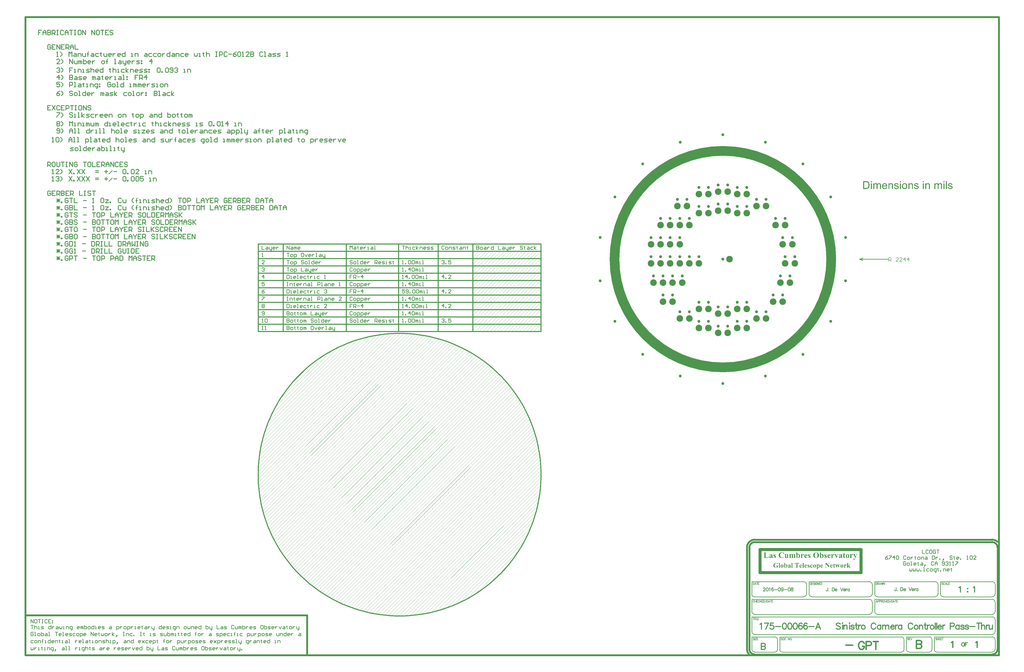
<source format=gbs>
G04 Layer_Color=16711935*
%FSLAX23Y23*%
%MOIN*%
G70*
G01*
G75*
%ADD10C,0.010*%
%ADD11C,0.030*%
%ADD12C,0.050*%
%ADD13C,0.015*%
%ADD14C,0.001*%
%ADD15C,0.012*%
%ADD16C,0.006*%
%ADD17C,0.024*%
%ADD18C,0.018*%
%ADD19C,0.020*%
%ADD20C,0.016*%
%ADD29C,0.161*%
%ADD32C,0.047*%
%ADD33C,0.108*%
%ADD34C,0.048*%
G36*
X2767Y1250D02*
X2769Y1249D01*
X2772Y1249D01*
X2774Y1248D01*
X2777Y1248D01*
X2780Y1247D01*
X2780Y1246D01*
X2781Y1246D01*
X2782Y1245D01*
X2784Y1244D01*
X2785Y1243D01*
X2787Y1242D01*
X2789Y1240D01*
X2790Y1239D01*
X2790Y1239D01*
X2791Y1238D01*
X2791Y1237D01*
X2792Y1235D01*
X2793Y1234D01*
X2794Y1232D01*
X2794Y1230D01*
X2795Y1227D01*
Y1227D01*
X2795Y1226D01*
X2795Y1225D01*
X2795Y1224D01*
X2796Y1221D01*
X2796Y1219D01*
X2796Y1216D01*
Y1212D01*
Y1155D01*
X2780D01*
Y1211D01*
Y1211D01*
Y1212D01*
Y1212D01*
Y1213D01*
X2780Y1215D01*
Y1217D01*
X2780Y1219D01*
X2779Y1221D01*
X2779Y1223D01*
X2778Y1225D01*
Y1226D01*
X2778Y1226D01*
X2777Y1227D01*
X2777Y1228D01*
X2776Y1229D01*
X2775Y1231D01*
X2773Y1232D01*
X2772Y1233D01*
X2772Y1233D01*
X2771Y1234D01*
X2770Y1234D01*
X2769Y1235D01*
X2767Y1235D01*
X2765Y1236D01*
X2763Y1236D01*
X2761Y1236D01*
X2760D01*
X2759Y1236D01*
X2757Y1236D01*
X2755Y1235D01*
X2752Y1235D01*
X2749Y1233D01*
X2746Y1232D01*
X2743Y1230D01*
X2743Y1229D01*
X2743Y1229D01*
X2742Y1228D01*
X2742Y1228D01*
X2741Y1227D01*
X2741Y1226D01*
X2740Y1224D01*
X2739Y1223D01*
X2739Y1221D01*
X2738Y1219D01*
X2737Y1217D01*
X2737Y1214D01*
X2737Y1212D01*
X2736Y1209D01*
X2736Y1205D01*
Y1155D01*
X2721D01*
Y1248D01*
X2735D01*
Y1234D01*
X2735Y1235D01*
X2735Y1235D01*
X2736Y1236D01*
X2737Y1237D01*
X2738Y1238D01*
X2739Y1239D01*
X2740Y1241D01*
X2742Y1242D01*
X2744Y1244D01*
X2746Y1245D01*
X2749Y1246D01*
X2751Y1247D01*
X2754Y1248D01*
X2757Y1249D01*
X2761Y1250D01*
X2764Y1250D01*
X2766D01*
X2767Y1250D01*
D02*
G37*
G36*
X3576D02*
X3577D01*
X3578Y1249D01*
X3581Y1249D01*
X3585Y1248D01*
X3588Y1247D01*
X3592Y1245D01*
X3593Y1243D01*
X3595Y1242D01*
X3595Y1242D01*
X3595Y1242D01*
X3595Y1241D01*
X3596Y1241D01*
X3596Y1240D01*
X3597Y1239D01*
X3598Y1238D01*
X3598Y1236D01*
X3599Y1235D01*
X3600Y1233D01*
X3600Y1231D01*
X3601Y1229D01*
X3601Y1227D01*
X3602Y1224D01*
X3602Y1221D01*
Y1218D01*
Y1155D01*
X3586D01*
Y1213D01*
Y1213D01*
Y1214D01*
Y1214D01*
Y1215D01*
Y1216D01*
X3586Y1218D01*
X3586Y1221D01*
X3586Y1223D01*
X3585Y1225D01*
X3585Y1227D01*
Y1227D01*
X3585Y1227D01*
X3584Y1228D01*
X3584Y1229D01*
X3583Y1230D01*
X3582Y1231D01*
X3581Y1232D01*
X3579Y1233D01*
X3579Y1234D01*
X3579Y1234D01*
X3578Y1234D01*
X3577Y1235D01*
X3575Y1235D01*
X3574Y1236D01*
X3572Y1236D01*
X3570Y1236D01*
X3569D01*
X3568Y1236D01*
X3566Y1236D01*
X3564Y1235D01*
X3561Y1234D01*
X3559Y1233D01*
X3556Y1232D01*
X3553Y1229D01*
X3553Y1229D01*
X3553Y1228D01*
X3552Y1227D01*
X3550Y1224D01*
X3550Y1223D01*
X3549Y1222D01*
X3549Y1220D01*
X3548Y1218D01*
X3548Y1216D01*
X3547Y1214D01*
X3547Y1211D01*
Y1209D01*
Y1155D01*
X3531D01*
Y1215D01*
Y1215D01*
Y1216D01*
Y1216D01*
Y1217D01*
X3531Y1219D01*
X3531Y1221D01*
X3530Y1224D01*
X3530Y1226D01*
X3529Y1229D01*
X3528Y1231D01*
X3527Y1231D01*
X3527Y1232D01*
X3526Y1232D01*
X3525Y1233D01*
X3523Y1234D01*
X3521Y1235D01*
X3518Y1236D01*
X3515Y1236D01*
X3514D01*
X3513Y1236D01*
X3511Y1236D01*
X3509Y1235D01*
X3507Y1235D01*
X3505Y1234D01*
X3503Y1233D01*
X3503Y1232D01*
X3502Y1232D01*
X3501Y1231D01*
X3500Y1230D01*
X3498Y1229D01*
X3497Y1227D01*
X3496Y1225D01*
X3494Y1222D01*
X3494Y1222D01*
X3494Y1221D01*
X3494Y1219D01*
X3493Y1217D01*
X3493Y1215D01*
X3492Y1211D01*
X3492Y1207D01*
X3492Y1203D01*
Y1155D01*
X3476D01*
Y1248D01*
X3490D01*
Y1235D01*
X3490Y1235D01*
X3491Y1236D01*
X3492Y1237D01*
X3493Y1239D01*
X3495Y1240D01*
X3497Y1242D01*
X3499Y1244D01*
X3502Y1246D01*
X3502D01*
X3502Y1246D01*
X3503Y1246D01*
X3505Y1247D01*
X3507Y1248D01*
X3509Y1248D01*
X3512Y1249D01*
X3515Y1250D01*
X3518Y1250D01*
X3520D01*
X3522Y1250D01*
X3524Y1249D01*
X3527Y1249D01*
X3530Y1248D01*
X3533Y1247D01*
X3535Y1245D01*
X3536Y1245D01*
X3536Y1245D01*
X3538Y1244D01*
X3539Y1242D01*
X3541Y1241D01*
X3542Y1239D01*
X3544Y1236D01*
X3545Y1233D01*
X3545Y1234D01*
X3545Y1234D01*
X3546Y1235D01*
X3547Y1236D01*
X3548Y1237D01*
X3549Y1239D01*
X3551Y1240D01*
X3552Y1242D01*
X3554Y1243D01*
X3556Y1245D01*
X3559Y1246D01*
X3561Y1247D01*
X3564Y1248D01*
X3567Y1249D01*
X3570Y1250D01*
X3573Y1250D01*
X3575D01*
X3576Y1250D01*
D02*
G37*
G36*
X2571D02*
X2573D01*
X2574Y1249D01*
X2577Y1249D01*
X2580Y1248D01*
X2584Y1247D01*
X2587Y1245D01*
X2589Y1243D01*
X2590Y1242D01*
X2591Y1242D01*
X2591Y1242D01*
X2591Y1241D01*
X2592Y1241D01*
X2592Y1240D01*
X2593Y1239D01*
X2593Y1238D01*
X2594Y1236D01*
X2595Y1235D01*
X2596Y1233D01*
X2596Y1231D01*
X2597Y1229D01*
X2597Y1227D01*
X2598Y1224D01*
X2598Y1221D01*
Y1218D01*
Y1155D01*
X2582D01*
Y1213D01*
Y1213D01*
Y1214D01*
Y1214D01*
Y1215D01*
Y1216D01*
X2582Y1218D01*
X2582Y1221D01*
X2582Y1223D01*
X2581Y1225D01*
X2581Y1227D01*
Y1227D01*
X2580Y1227D01*
X2580Y1228D01*
X2579Y1229D01*
X2579Y1230D01*
X2578Y1231D01*
X2577Y1232D01*
X2575Y1233D01*
X2575Y1234D01*
X2574Y1234D01*
X2574Y1234D01*
X2572Y1235D01*
X2571Y1235D01*
X2569Y1236D01*
X2568Y1236D01*
X2566Y1236D01*
X2565D01*
X2564Y1236D01*
X2562Y1236D01*
X2560Y1235D01*
X2557Y1234D01*
X2555Y1233D01*
X2552Y1232D01*
X2549Y1229D01*
X2549Y1229D01*
X2548Y1228D01*
X2547Y1227D01*
X2546Y1224D01*
X2545Y1223D01*
X2545Y1222D01*
X2544Y1220D01*
X2544Y1218D01*
X2543Y1216D01*
X2543Y1214D01*
X2543Y1211D01*
Y1209D01*
Y1155D01*
X2527D01*
Y1215D01*
Y1215D01*
Y1216D01*
Y1216D01*
Y1217D01*
X2527Y1219D01*
X2527Y1221D01*
X2526Y1224D01*
X2525Y1226D01*
X2525Y1229D01*
X2523Y1231D01*
X2523Y1231D01*
X2523Y1232D01*
X2522Y1232D01*
X2520Y1233D01*
X2519Y1234D01*
X2516Y1235D01*
X2514Y1236D01*
X2511Y1236D01*
X2510D01*
X2508Y1236D01*
X2507Y1236D01*
X2505Y1235D01*
X2503Y1235D01*
X2501Y1234D01*
X2498Y1233D01*
X2498Y1232D01*
X2497Y1232D01*
X2496Y1231D01*
X2495Y1230D01*
X2494Y1229D01*
X2493Y1227D01*
X2491Y1225D01*
X2490Y1222D01*
X2490Y1222D01*
X2490Y1221D01*
X2489Y1219D01*
X2489Y1217D01*
X2488Y1215D01*
X2488Y1211D01*
X2488Y1207D01*
X2488Y1203D01*
Y1155D01*
X2472D01*
Y1248D01*
X2486D01*
Y1235D01*
X2486Y1235D01*
X2487Y1236D01*
X2488Y1237D01*
X2489Y1239D01*
X2491Y1240D01*
X2493Y1242D01*
X2495Y1244D01*
X2498Y1246D01*
X2498D01*
X2498Y1246D01*
X2499Y1246D01*
X2500Y1247D01*
X2502Y1248D01*
X2505Y1248D01*
X2508Y1249D01*
X2511Y1250D01*
X2514Y1250D01*
X2516D01*
X2518Y1250D01*
X2520Y1249D01*
X2523Y1249D01*
X2526Y1248D01*
X2528Y1247D01*
X2531Y1245D01*
X2531Y1245D01*
X2532Y1245D01*
X2533Y1244D01*
X2535Y1242D01*
X2536Y1241D01*
X2538Y1239D01*
X2539Y1236D01*
X2540Y1233D01*
X2541Y1234D01*
X2541Y1234D01*
X2542Y1235D01*
X2542Y1236D01*
X2544Y1237D01*
X2545Y1239D01*
X2546Y1240D01*
X2548Y1242D01*
X2550Y1243D01*
X2552Y1245D01*
X2555Y1246D01*
X2557Y1247D01*
X2560Y1248D01*
X2563Y1249D01*
X2566Y1250D01*
X2569Y1250D01*
X2570D01*
X2571Y1250D01*
D02*
G37*
G36*
X3095D02*
X3098Y1249D01*
X3100Y1249D01*
X3103Y1248D01*
X3105Y1248D01*
X3108Y1247D01*
X3108Y1246D01*
X3109Y1246D01*
X3110Y1245D01*
X3112Y1244D01*
X3114Y1243D01*
X3115Y1242D01*
X3117Y1240D01*
X3118Y1239D01*
X3119Y1239D01*
X3119Y1238D01*
X3120Y1237D01*
X3120Y1235D01*
X3121Y1234D01*
X3122Y1232D01*
X3123Y1230D01*
X3123Y1227D01*
Y1227D01*
X3123Y1226D01*
X3124Y1225D01*
X3124Y1224D01*
X3124Y1221D01*
X3124Y1219D01*
X3124Y1216D01*
Y1212D01*
Y1155D01*
X3109D01*
Y1211D01*
Y1211D01*
Y1212D01*
Y1212D01*
Y1213D01*
X3108Y1215D01*
Y1217D01*
X3108Y1219D01*
X3108Y1221D01*
X3107Y1223D01*
X3107Y1225D01*
Y1226D01*
X3106Y1226D01*
X3106Y1227D01*
X3105Y1228D01*
X3104Y1229D01*
X3103Y1231D01*
X3102Y1232D01*
X3100Y1233D01*
X3100Y1233D01*
X3099Y1234D01*
X3098Y1234D01*
X3097Y1235D01*
X3095Y1235D01*
X3094Y1236D01*
X3091Y1236D01*
X3089Y1236D01*
X3088D01*
X3088Y1236D01*
X3086Y1236D01*
X3083Y1235D01*
X3081Y1235D01*
X3078Y1233D01*
X3075Y1232D01*
X3072Y1230D01*
X3071Y1229D01*
X3071Y1229D01*
X3071Y1228D01*
X3070Y1228D01*
X3069Y1227D01*
X3069Y1226D01*
X3068Y1224D01*
X3068Y1223D01*
X3067Y1221D01*
X3066Y1219D01*
X3066Y1217D01*
X3065Y1214D01*
X3065Y1212D01*
X3065Y1209D01*
X3065Y1205D01*
Y1155D01*
X3049D01*
Y1248D01*
X3063D01*
Y1234D01*
X3063Y1235D01*
X3064Y1235D01*
X3064Y1236D01*
X3065Y1237D01*
X3066Y1238D01*
X3067Y1239D01*
X3069Y1241D01*
X3071Y1242D01*
X3073Y1244D01*
X3075Y1245D01*
X3077Y1246D01*
X3080Y1247D01*
X3083Y1248D01*
X3086Y1249D01*
X3089Y1250D01*
X3092Y1250D01*
X3094D01*
X3095Y1250D01*
D02*
G37*
G36*
X1144Y-5065D02*
Y-5065D01*
Y-5065D01*
Y-5066D01*
X1144Y-5067D01*
X1144Y-5068D01*
X1144Y-5069D01*
X1144Y-5070D01*
X1145Y-5071D01*
X1145Y-5072D01*
X1145Y-5072D01*
X1145Y-5072D01*
X1146Y-5072D01*
X1146Y-5073D01*
X1147Y-5073D01*
X1148Y-5073D01*
X1149Y-5073D01*
X1150Y-5074D01*
Y-5076D01*
X1122D01*
Y-5074D01*
X1123D01*
X1123Y-5073D01*
X1124Y-5073D01*
X1125Y-5073D01*
X1126Y-5073D01*
X1126Y-5072D01*
X1127Y-5072D01*
X1127Y-5071D01*
X1127Y-5071D01*
X1128Y-5071D01*
X1128Y-5070D01*
X1128Y-5069D01*
X1128Y-5068D01*
X1128Y-5067D01*
Y-5065D01*
Y-5012D01*
Y-5011D01*
Y-5011D01*
Y-5011D01*
X1128Y-5010D01*
X1128Y-5009D01*
X1128Y-5007D01*
X1128Y-5006D01*
X1127Y-5005D01*
X1127Y-5005D01*
X1127Y-5005D01*
X1127Y-5004D01*
X1126Y-5004D01*
X1126Y-5004D01*
X1125Y-5004D01*
X1124Y-5003D01*
X1123Y-5003D01*
X1122Y-5003D01*
Y-5001D01*
X1144D01*
Y-5065D01*
D02*
G37*
G36*
X1329D02*
Y-5065D01*
Y-5065D01*
Y-5066D01*
X1329Y-5067D01*
X1329Y-5068D01*
X1329Y-5069D01*
X1329Y-5070D01*
X1329Y-5071D01*
X1330Y-5072D01*
X1330Y-5072D01*
X1330Y-5072D01*
X1330Y-5072D01*
X1331Y-5073D01*
X1332Y-5073D01*
X1332Y-5073D01*
X1334Y-5073D01*
X1335Y-5074D01*
Y-5076D01*
X1307D01*
Y-5074D01*
X1307D01*
X1308Y-5073D01*
X1309Y-5073D01*
X1310Y-5073D01*
X1311Y-5073D01*
X1311Y-5072D01*
X1312Y-5072D01*
X1312Y-5071D01*
X1312Y-5071D01*
X1312Y-5071D01*
X1313Y-5070D01*
X1313Y-5069D01*
X1313Y-5068D01*
X1313Y-5067D01*
Y-5065D01*
Y-5012D01*
Y-5011D01*
Y-5011D01*
Y-5011D01*
X1313Y-5010D01*
X1313Y-5009D01*
X1313Y-5007D01*
X1313Y-5006D01*
X1312Y-5005D01*
X1312Y-5005D01*
X1312Y-5005D01*
X1312Y-5004D01*
X1311Y-5004D01*
X1311Y-5004D01*
X1310Y-5004D01*
X1309Y-5003D01*
X1308Y-5003D01*
X1307Y-5003D01*
Y-5001D01*
X1329D01*
Y-5065D01*
D02*
G37*
G36*
X2059Y-5050D02*
X2071Y-5038D01*
X2072Y-5038D01*
X2072Y-5038D01*
X2073Y-5037D01*
X2073Y-5036D01*
X2074Y-5035D01*
X2075Y-5035D01*
X2076Y-5034D01*
X2076Y-5033D01*
Y-5033D01*
X2076Y-5033D01*
X2076Y-5033D01*
X2077Y-5032D01*
X2077Y-5031D01*
X2077Y-5030D01*
Y-5030D01*
Y-5030D01*
X2077Y-5029D01*
X2076Y-5028D01*
X2076Y-5028D01*
X2076Y-5028D01*
X2076D01*
X2076Y-5027D01*
X2075Y-5027D01*
X2075Y-5027D01*
X2074Y-5027D01*
X2073Y-5026D01*
X2072Y-5026D01*
X2071Y-5026D01*
Y-5024D01*
X2094D01*
Y-5026D01*
X2094D01*
X2093Y-5026D01*
X2092Y-5026D01*
X2091Y-5027D01*
X2090Y-5027D01*
X2089Y-5027D01*
X2088Y-5028D01*
X2088Y-5028D01*
X2088Y-5028D01*
X2087Y-5028D01*
X2086Y-5029D01*
X2085Y-5030D01*
X2084Y-5031D01*
X2083Y-5032D01*
X2082Y-5033D01*
X2081Y-5034D01*
X2080Y-5035D01*
X2079Y-5036D01*
X2073Y-5042D01*
X2085Y-5059D01*
X2085Y-5060D01*
X2085Y-5060D01*
X2086Y-5060D01*
X2086Y-5061D01*
X2087Y-5062D01*
X2087Y-5063D01*
X2089Y-5065D01*
X2090Y-5067D01*
X2091Y-5068D01*
X2092Y-5069D01*
X2092Y-5070D01*
X2093Y-5071D01*
X2094Y-5071D01*
X2094Y-5071D01*
X2094Y-5072D01*
X2094Y-5072D01*
X2095Y-5072D01*
X2095Y-5072D01*
X2096Y-5073D01*
X2097Y-5073D01*
X2097Y-5073D01*
X2099Y-5074D01*
Y-5076D01*
X2072D01*
Y-5074D01*
X2072D01*
X2073Y-5073D01*
X2074Y-5073D01*
X2074Y-5073D01*
X2075Y-5073D01*
X2075Y-5073D01*
X2075Y-5072D01*
X2075Y-5071D01*
Y-5071D01*
Y-5071D01*
X2075Y-5071D01*
X2075Y-5070D01*
X2075Y-5070D01*
X2074Y-5069D01*
X2074Y-5068D01*
X2073Y-5067D01*
X2063Y-5052D01*
X2059Y-5055D01*
Y-5064D01*
Y-5065D01*
Y-5065D01*
Y-5065D01*
Y-5065D01*
X2059Y-5066D01*
Y-5068D01*
X2060Y-5069D01*
X2060Y-5070D01*
X2060Y-5071D01*
X2060Y-5071D01*
X2060Y-5072D01*
X2061Y-5072D01*
X2061Y-5072D01*
X2061Y-5072D01*
X2061Y-5073D01*
X2062Y-5073D01*
X2063Y-5073D01*
X2064Y-5073D01*
X2065Y-5074D01*
Y-5076D01*
X2038D01*
Y-5074D01*
X2039D01*
X2039Y-5073D01*
X2040Y-5073D01*
X2040Y-5073D01*
X2041Y-5073D01*
X2042Y-5073D01*
X2042Y-5072D01*
X2043Y-5071D01*
Y-5071D01*
X2043Y-5071D01*
X2043Y-5071D01*
X2044Y-5070D01*
X2044Y-5069D01*
X2044Y-5068D01*
X2044Y-5066D01*
Y-5065D01*
Y-5064D01*
Y-5012D01*
Y-5012D01*
Y-5012D01*
Y-5011D01*
Y-5011D01*
Y-5010D01*
X2044Y-5009D01*
X2044Y-5008D01*
X2044Y-5006D01*
X2043Y-5005D01*
X2043Y-5005D01*
X2043Y-5005D01*
Y-5005D01*
X2043Y-5005D01*
X2042Y-5004D01*
X2042Y-5004D01*
X2041Y-5004D01*
X2041Y-5003D01*
X2040Y-5003D01*
X2038Y-5003D01*
Y-5001D01*
X2059D01*
Y-5050D01*
D02*
G37*
G36*
X3738Y1250D02*
X3739D01*
X3742Y1249D01*
X3745Y1249D01*
X3748Y1248D01*
X3751Y1248D01*
X3755Y1247D01*
X3755D01*
X3755Y1246D01*
X3756Y1246D01*
X3757Y1245D01*
X3759Y1244D01*
X3761Y1243D01*
X3763Y1242D01*
X3765Y1240D01*
X3767Y1238D01*
X3767Y1238D01*
X3768Y1237D01*
X3768Y1236D01*
X3769Y1234D01*
X3770Y1232D01*
X3771Y1230D01*
X3772Y1227D01*
X3772Y1224D01*
X3757Y1222D01*
Y1222D01*
X3757Y1223D01*
X3756Y1224D01*
X3756Y1226D01*
X3755Y1227D01*
X3754Y1229D01*
X3753Y1231D01*
X3751Y1233D01*
X3751Y1233D01*
X3750Y1233D01*
X3749Y1234D01*
X3747Y1235D01*
X3745Y1235D01*
X3743Y1236D01*
X3740Y1237D01*
X3737Y1237D01*
X3735D01*
X3733Y1237D01*
X3731Y1236D01*
X3728Y1236D01*
X3725Y1235D01*
X3723Y1234D01*
X3721Y1233D01*
X3721Y1233D01*
X3720Y1232D01*
X3720Y1232D01*
X3719Y1231D01*
X3718Y1230D01*
X3717Y1228D01*
X3717Y1227D01*
X3717Y1225D01*
Y1225D01*
Y1224D01*
X3717Y1224D01*
Y1223D01*
X3717Y1221D01*
X3718Y1220D01*
X3718Y1219D01*
X3719Y1219D01*
X3719Y1219D01*
X3719Y1218D01*
X3720Y1218D01*
X3721Y1217D01*
X3722Y1216D01*
X3723Y1216D01*
X3724Y1215D01*
X3725D01*
X3725Y1215D01*
X3726Y1215D01*
X3727Y1214D01*
X3729Y1214D01*
X3730Y1213D01*
X3731Y1213D01*
X3733Y1213D01*
X3735Y1212D01*
X3736Y1212D01*
X3738Y1211D01*
X3739D01*
X3739Y1211D01*
X3740Y1211D01*
X3741Y1210D01*
X3742Y1210D01*
X3744Y1210D01*
X3748Y1209D01*
X3751Y1207D01*
X3755Y1206D01*
X3759Y1205D01*
X3760Y1204D01*
X3762Y1204D01*
X3762Y1204D01*
X3763Y1203D01*
X3764Y1203D01*
X3765Y1202D01*
X3767Y1201D01*
X3769Y1199D01*
X3771Y1198D01*
X3772Y1196D01*
X3772Y1195D01*
X3773Y1195D01*
X3773Y1193D01*
X3774Y1192D01*
X3775Y1190D01*
X3775Y1188D01*
X3776Y1185D01*
X3776Y1182D01*
Y1182D01*
Y1182D01*
Y1181D01*
X3776Y1179D01*
X3775Y1177D01*
X3775Y1175D01*
X3774Y1173D01*
X3773Y1170D01*
X3771Y1167D01*
X3771Y1167D01*
X3770Y1166D01*
X3769Y1165D01*
X3768Y1163D01*
X3766Y1162D01*
X3764Y1160D01*
X3761Y1158D01*
X3758Y1157D01*
X3758D01*
X3758Y1156D01*
X3757Y1156D01*
X3756Y1156D01*
X3755Y1156D01*
X3752Y1155D01*
X3749Y1154D01*
X3746Y1154D01*
X3742Y1153D01*
X3738Y1153D01*
X3737D01*
X3735Y1153D01*
X3734D01*
X3732Y1153D01*
X3730Y1154D01*
X3728Y1154D01*
X3724Y1155D01*
X3719Y1156D01*
X3715Y1158D01*
X3713Y1159D01*
X3711Y1160D01*
X3711Y1160D01*
X3710Y1161D01*
X3710Y1161D01*
X3709Y1162D01*
X3708Y1162D01*
X3708Y1163D01*
X3707Y1165D01*
X3706Y1166D01*
X3705Y1167D01*
X3704Y1169D01*
X3703Y1171D01*
X3702Y1173D01*
X3701Y1175D01*
X3700Y1177D01*
X3699Y1180D01*
X3699Y1183D01*
X3714Y1185D01*
Y1185D01*
Y1185D01*
X3714Y1184D01*
X3715Y1184D01*
X3715Y1182D01*
X3716Y1180D01*
X3717Y1177D01*
X3718Y1175D01*
X3719Y1173D01*
X3721Y1171D01*
X3722Y1171D01*
X3723Y1170D01*
X3724Y1169D01*
X3726Y1168D01*
X3728Y1167D01*
X3731Y1167D01*
X3734Y1166D01*
X3738Y1166D01*
X3740D01*
X3742Y1166D01*
X3744Y1166D01*
X3747Y1167D01*
X3750Y1168D01*
X3752Y1169D01*
X3754Y1170D01*
X3755Y1170D01*
X3755Y1171D01*
X3756Y1172D01*
X3757Y1173D01*
X3758Y1175D01*
X3759Y1176D01*
X3760Y1178D01*
X3760Y1181D01*
Y1181D01*
Y1181D01*
X3760Y1182D01*
X3759Y1184D01*
X3759Y1185D01*
X3758Y1186D01*
X3757Y1188D01*
X3755Y1189D01*
X3755Y1189D01*
X3754Y1189D01*
X3753Y1190D01*
X3752Y1190D01*
X3751Y1191D01*
X3750Y1191D01*
X3748Y1191D01*
X3747Y1192D01*
X3745Y1192D01*
X3743Y1193D01*
X3741Y1194D01*
X3739Y1194D01*
X3739D01*
X3738Y1194D01*
X3737Y1195D01*
X3736Y1195D01*
X3735Y1195D01*
X3733Y1196D01*
X3729Y1197D01*
X3725Y1198D01*
X3721Y1199D01*
X3720Y1200D01*
X3718Y1201D01*
X3716Y1201D01*
X3715Y1202D01*
X3715Y1202D01*
X3714Y1202D01*
X3713Y1203D01*
X3711Y1204D01*
X3710Y1205D01*
X3708Y1207D01*
X3706Y1208D01*
X3705Y1210D01*
X3705Y1211D01*
X3704Y1211D01*
X3704Y1213D01*
X3703Y1214D01*
X3702Y1216D01*
X3702Y1218D01*
X3702Y1220D01*
X3701Y1223D01*
Y1223D01*
Y1224D01*
X3702Y1225D01*
X3702Y1227D01*
X3702Y1228D01*
X3703Y1230D01*
X3703Y1232D01*
X3704Y1234D01*
X3704Y1235D01*
X3705Y1235D01*
X3705Y1236D01*
X3706Y1238D01*
X3707Y1239D01*
X3709Y1240D01*
X3710Y1242D01*
X3712Y1243D01*
X3712Y1243D01*
X3713Y1244D01*
X3713Y1244D01*
X3715Y1245D01*
X3716Y1246D01*
X3718Y1246D01*
X3720Y1247D01*
X3722Y1248D01*
X3722Y1248D01*
X3723Y1248D01*
X3724Y1248D01*
X3726Y1249D01*
X3728Y1249D01*
X3730Y1249D01*
X3733Y1250D01*
X3737D01*
X3738Y1250D01*
D02*
G37*
G36*
X1460Y-5023D02*
X1460D01*
X1461Y-5023D01*
X1463Y-5023D01*
X1465Y-5023D01*
X1467Y-5024D01*
X1469Y-5025D01*
X1471Y-5027D01*
X1471D01*
X1471Y-5027D01*
X1472Y-5027D01*
X1473Y-5028D01*
X1474Y-5029D01*
X1474Y-5030D01*
X1475Y-5032D01*
X1476Y-5034D01*
X1476Y-5035D01*
Y-5035D01*
Y-5036D01*
Y-5036D01*
X1476Y-5037D01*
X1476Y-5037D01*
X1475Y-5038D01*
X1475Y-5039D01*
X1475Y-5040D01*
X1474Y-5041D01*
X1474Y-5041D01*
X1474Y-5041D01*
X1473Y-5041D01*
X1473Y-5041D01*
X1472Y-5042D01*
X1471Y-5042D01*
X1470Y-5042D01*
X1469Y-5042D01*
X1468D01*
X1468Y-5042D01*
X1467Y-5042D01*
X1466Y-5042D01*
X1465Y-5042D01*
X1464Y-5041D01*
X1464Y-5040D01*
X1463Y-5040D01*
X1463Y-5040D01*
X1463Y-5039D01*
X1462Y-5038D01*
X1462Y-5037D01*
X1462Y-5036D01*
X1461Y-5034D01*
X1461Y-5033D01*
Y-5032D01*
X1461Y-5032D01*
X1461Y-5031D01*
X1461Y-5031D01*
X1460Y-5029D01*
X1460Y-5028D01*
X1459Y-5028D01*
X1459Y-5028D01*
X1459Y-5028D01*
X1459Y-5027D01*
X1458Y-5027D01*
X1457Y-5026D01*
X1456Y-5026D01*
X1456D01*
X1455Y-5026D01*
X1455Y-5027D01*
X1454Y-5027D01*
X1453Y-5027D01*
X1453Y-5028D01*
X1452Y-5029D01*
X1452Y-5029D01*
X1451Y-5030D01*
X1451Y-5031D01*
X1451Y-5032D01*
X1450Y-5034D01*
X1449Y-5036D01*
X1449Y-5038D01*
X1449Y-5039D01*
X1449Y-5041D01*
Y-5042D01*
Y-5042D01*
Y-5042D01*
Y-5043D01*
Y-5043D01*
X1449Y-5044D01*
Y-5045D01*
X1449Y-5047D01*
X1450Y-5049D01*
X1450Y-5051D01*
X1451Y-5054D01*
X1451Y-5056D01*
Y-5056D01*
X1451Y-5056D01*
X1452Y-5057D01*
X1452Y-5057D01*
X1452Y-5058D01*
X1453Y-5060D01*
X1454Y-5061D01*
X1455Y-5063D01*
X1456Y-5065D01*
X1458Y-5066D01*
X1458Y-5066D01*
X1458Y-5066D01*
X1459Y-5067D01*
X1460Y-5067D01*
X1461Y-5068D01*
X1462Y-5068D01*
X1463Y-5068D01*
X1465Y-5068D01*
X1465D01*
X1466Y-5068D01*
X1467Y-5068D01*
X1467Y-5068D01*
X1468Y-5068D01*
X1469Y-5067D01*
X1470Y-5067D01*
X1470Y-5067D01*
X1470Y-5067D01*
X1471Y-5066D01*
X1472Y-5066D01*
X1472Y-5065D01*
X1473Y-5064D01*
X1474Y-5063D01*
X1476Y-5062D01*
X1477Y-5064D01*
Y-5064D01*
X1477Y-5064D01*
X1477Y-5064D01*
X1477Y-5065D01*
X1476Y-5066D01*
X1475Y-5067D01*
X1474Y-5069D01*
X1472Y-5071D01*
X1470Y-5072D01*
X1468Y-5074D01*
X1468D01*
X1468Y-5074D01*
X1468Y-5074D01*
X1467Y-5074D01*
X1466Y-5075D01*
X1465Y-5075D01*
X1463Y-5076D01*
X1461Y-5077D01*
X1459Y-5077D01*
X1457Y-5077D01*
X1456D01*
X1456Y-5077D01*
X1455D01*
X1454Y-5077D01*
X1453Y-5077D01*
X1452Y-5076D01*
X1451Y-5076D01*
X1450Y-5076D01*
X1448Y-5075D01*
X1447Y-5075D01*
X1446Y-5074D01*
X1444Y-5073D01*
X1443Y-5072D01*
X1442Y-5071D01*
X1440Y-5069D01*
X1440Y-5069D01*
X1440Y-5069D01*
X1440Y-5069D01*
X1439Y-5068D01*
X1439Y-5067D01*
X1438Y-5066D01*
X1438Y-5065D01*
X1437Y-5064D01*
X1437Y-5063D01*
X1436Y-5061D01*
X1436Y-5060D01*
X1435Y-5058D01*
X1435Y-5056D01*
X1434Y-5055D01*
X1434Y-5053D01*
X1434Y-5051D01*
Y-5051D01*
Y-5050D01*
Y-5050D01*
X1434Y-5049D01*
X1434Y-5048D01*
X1434Y-5047D01*
X1435Y-5046D01*
X1435Y-5044D01*
X1436Y-5042D01*
X1437Y-5038D01*
X1437Y-5037D01*
X1438Y-5035D01*
X1439Y-5034D01*
X1440Y-5032D01*
X1440Y-5032D01*
X1440Y-5032D01*
X1441Y-5031D01*
X1441Y-5031D01*
X1442Y-5030D01*
X1443Y-5029D01*
X1444Y-5028D01*
X1445Y-5027D01*
X1446Y-5026D01*
X1447Y-5025D01*
X1449Y-5025D01*
X1451Y-5024D01*
X1452Y-5023D01*
X1454Y-5023D01*
X1456Y-5023D01*
X1458Y-5022D01*
X1459D01*
X1460Y-5023D01*
D02*
G37*
G36*
X1408D02*
X1409Y-5023D01*
X1410Y-5023D01*
X1412Y-5023D01*
X1413Y-5024D01*
X1414Y-5025D01*
X1415D01*
X1415Y-5025D01*
X1415Y-5025D01*
X1416Y-5025D01*
X1417Y-5025D01*
X1417D01*
X1418Y-5025D01*
X1418Y-5025D01*
X1419Y-5025D01*
X1419Y-5025D01*
X1419Y-5024D01*
X1420Y-5024D01*
X1420Y-5023D01*
X1420Y-5023D01*
X1422D01*
X1423Y-5040D01*
X1421D01*
Y-5040D01*
X1421Y-5040D01*
X1421Y-5040D01*
X1421Y-5039D01*
X1420Y-5038D01*
X1420Y-5038D01*
X1419Y-5036D01*
X1418Y-5034D01*
X1417Y-5032D01*
X1416Y-5031D01*
X1415Y-5030D01*
X1414Y-5030D01*
X1414Y-5029D01*
X1414Y-5029D01*
X1413Y-5029D01*
X1412Y-5028D01*
X1411Y-5028D01*
X1410Y-5027D01*
X1409Y-5027D01*
X1407Y-5027D01*
X1407D01*
X1406Y-5027D01*
X1406Y-5027D01*
X1405Y-5027D01*
X1405Y-5027D01*
X1404Y-5028D01*
X1403Y-5028D01*
X1403Y-5028D01*
X1403Y-5028D01*
X1403Y-5029D01*
X1403Y-5029D01*
X1402Y-5030D01*
X1402Y-5031D01*
X1402Y-5032D01*
Y-5032D01*
Y-5032D01*
X1402Y-5033D01*
X1402Y-5033D01*
X1403Y-5035D01*
X1403Y-5035D01*
X1403Y-5035D01*
X1404Y-5036D01*
X1405Y-5036D01*
X1405Y-5037D01*
X1406Y-5037D01*
X1407Y-5038D01*
X1408Y-5039D01*
X1409Y-5040D01*
X1410Y-5040D01*
X1411Y-5041D01*
X1413Y-5042D01*
X1413Y-5042D01*
X1413Y-5043D01*
X1413Y-5043D01*
X1414Y-5043D01*
X1415Y-5044D01*
X1415Y-5044D01*
X1417Y-5046D01*
X1419Y-5047D01*
X1421Y-5048D01*
X1422Y-5050D01*
X1423Y-5051D01*
X1423Y-5052D01*
X1423Y-5052D01*
X1424Y-5052D01*
X1424Y-5053D01*
X1425Y-5054D01*
X1425Y-5055D01*
X1426Y-5057D01*
X1426Y-5058D01*
X1426Y-5060D01*
Y-5060D01*
Y-5061D01*
X1426Y-5062D01*
X1426Y-5063D01*
X1425Y-5064D01*
X1425Y-5066D01*
X1424Y-5067D01*
X1424Y-5069D01*
X1424Y-5069D01*
X1423Y-5069D01*
X1423Y-5070D01*
X1422Y-5071D01*
X1421Y-5072D01*
X1420Y-5073D01*
X1419Y-5074D01*
X1418Y-5075D01*
X1418Y-5075D01*
X1417Y-5075D01*
X1416Y-5076D01*
X1415Y-5076D01*
X1414Y-5076D01*
X1412Y-5077D01*
X1411Y-5077D01*
X1409Y-5077D01*
X1408D01*
X1408Y-5077D01*
X1406Y-5077D01*
X1405Y-5077D01*
X1403Y-5076D01*
X1401Y-5076D01*
X1399Y-5075D01*
X1399D01*
X1399Y-5075D01*
X1398Y-5075D01*
X1398Y-5074D01*
X1397Y-5074D01*
X1397D01*
X1396Y-5074D01*
X1396Y-5075D01*
X1396Y-5075D01*
X1395Y-5075D01*
X1394Y-5076D01*
X1394Y-5077D01*
X1392D01*
X1391Y-5058D01*
X1393D01*
Y-5058D01*
X1393Y-5059D01*
X1393Y-5059D01*
X1394Y-5060D01*
X1394Y-5060D01*
X1394Y-5061D01*
X1395Y-5062D01*
X1396Y-5064D01*
X1397Y-5066D01*
X1398Y-5068D01*
X1400Y-5069D01*
X1400Y-5069D01*
X1401Y-5070D01*
X1401Y-5070D01*
X1403Y-5071D01*
X1404Y-5072D01*
X1405Y-5072D01*
X1407Y-5073D01*
X1408Y-5073D01*
X1408D01*
X1409Y-5073D01*
X1410Y-5073D01*
X1410Y-5073D01*
X1411Y-5072D01*
X1412Y-5072D01*
X1412Y-5071D01*
X1412Y-5071D01*
X1413Y-5071D01*
X1413Y-5071D01*
X1413Y-5070D01*
X1414Y-5070D01*
X1414Y-5069D01*
X1414Y-5068D01*
X1414Y-5067D01*
Y-5067D01*
Y-5067D01*
X1414Y-5066D01*
X1414Y-5066D01*
X1414Y-5065D01*
X1413Y-5064D01*
X1413Y-5064D01*
X1412Y-5063D01*
X1412Y-5063D01*
X1412Y-5063D01*
X1412Y-5062D01*
X1411Y-5061D01*
X1410Y-5061D01*
X1409Y-5060D01*
X1407Y-5058D01*
X1405Y-5057D01*
X1405Y-5057D01*
X1405Y-5057D01*
X1404Y-5056D01*
X1404Y-5056D01*
X1403Y-5056D01*
X1402Y-5055D01*
X1401Y-5054D01*
X1399Y-5052D01*
X1397Y-5051D01*
X1395Y-5049D01*
X1395Y-5049D01*
X1394Y-5048D01*
Y-5048D01*
X1394Y-5048D01*
X1394Y-5047D01*
X1393Y-5046D01*
X1392Y-5045D01*
X1392Y-5044D01*
X1391Y-5042D01*
X1391Y-5040D01*
X1391Y-5038D01*
Y-5038D01*
Y-5038D01*
Y-5037D01*
X1391Y-5037D01*
X1391Y-5036D01*
X1391Y-5035D01*
X1392Y-5033D01*
X1392Y-5031D01*
X1393Y-5029D01*
X1395Y-5027D01*
Y-5027D01*
X1395Y-5027D01*
X1395Y-5027D01*
X1396Y-5026D01*
X1398Y-5025D01*
X1399Y-5024D01*
X1401Y-5023D01*
X1404Y-5023D01*
X1405Y-5022D01*
X1407D01*
X1408Y-5023D01*
D02*
G37*
G36*
X2027D02*
X2028Y-5023D01*
X2029Y-5023D01*
X2030Y-5023D01*
X2030Y-5024D01*
X2031Y-5024D01*
X2031Y-5025D01*
X2031Y-5025D01*
X2032Y-5025D01*
X2032Y-5026D01*
X2032Y-5027D01*
X2033Y-5027D01*
X2033Y-5029D01*
X2033Y-5030D01*
Y-5030D01*
Y-5030D01*
X2033Y-5031D01*
X2033Y-5032D01*
X2033Y-5033D01*
X2032Y-5034D01*
X2032Y-5035D01*
X2031Y-5036D01*
X2031Y-5036D01*
X2031Y-5036D01*
X2030Y-5036D01*
X2030Y-5037D01*
X2029Y-5037D01*
X2029Y-5037D01*
X2028Y-5037D01*
X2027Y-5038D01*
X2026D01*
X2026Y-5037D01*
X2025Y-5037D01*
X2024Y-5037D01*
X2023Y-5037D01*
X2023Y-5036D01*
X2022Y-5036D01*
X2022Y-5036D01*
X2021Y-5035D01*
X2021Y-5035D01*
X2021Y-5035D01*
X2020Y-5034D01*
X2020Y-5034D01*
X2019Y-5034D01*
X2019Y-5033D01*
X2019Y-5033D01*
X2018Y-5033D01*
X2018Y-5033D01*
X2018D01*
X2017Y-5033D01*
X2017D01*
X2016Y-5034D01*
X2016Y-5034D01*
X2015Y-5034D01*
X2015Y-5035D01*
X2015Y-5035D01*
X2014Y-5035D01*
X2014Y-5036D01*
X2013Y-5037D01*
X2013Y-5037D01*
X2012Y-5039D01*
X2012Y-5040D01*
Y-5040D01*
X2011Y-5040D01*
X2011Y-5040D01*
X2011Y-5041D01*
X2011Y-5042D01*
X2011Y-5043D01*
X2010Y-5045D01*
X2010Y-5047D01*
X2010Y-5049D01*
X2010Y-5052D01*
Y-5063D01*
X2010Y-5066D01*
Y-5067D01*
Y-5067D01*
Y-5068D01*
Y-5068D01*
X2010Y-5070D01*
X2010Y-5070D01*
X2010Y-5071D01*
Y-5071D01*
X2010Y-5071D01*
X2011Y-5071D01*
X2011Y-5072D01*
X2012Y-5073D01*
X2012D01*
X2013Y-5073D01*
X2013Y-5073D01*
X2013Y-5073D01*
X2014Y-5073D01*
X2015Y-5073D01*
X2016Y-5073D01*
X2017Y-5074D01*
Y-5076D01*
X1989D01*
Y-5074D01*
X1989D01*
X1989Y-5073D01*
X1990D01*
X1991Y-5073D01*
X1992Y-5073D01*
X1993Y-5072D01*
X1993Y-5072D01*
X1993Y-5072D01*
X1993Y-5071D01*
X1994Y-5071D01*
X1994Y-5070D01*
X1994Y-5069D01*
X1994Y-5068D01*
X1994Y-5067D01*
X1995Y-5066D01*
Y-5065D01*
Y-5063D01*
Y-5035D01*
Y-5035D01*
Y-5034D01*
Y-5033D01*
X1994Y-5033D01*
Y-5032D01*
X1994Y-5031D01*
X1994Y-5030D01*
X1994Y-5029D01*
Y-5029D01*
X1994Y-5029D01*
X1994Y-5028D01*
X1993Y-5028D01*
X1992Y-5027D01*
X1992Y-5027D01*
X1992Y-5027D01*
X1992Y-5027D01*
X1991Y-5026D01*
X1990Y-5026D01*
X1990Y-5026D01*
X1989Y-5026D01*
Y-5024D01*
X2010D01*
Y-5036D01*
X2010Y-5036D01*
X2010Y-5035D01*
X2010Y-5035D01*
X2011Y-5035D01*
X2011Y-5034D01*
X2012Y-5033D01*
X2013Y-5031D01*
X2014Y-5030D01*
X2016Y-5028D01*
X2017Y-5026D01*
X2018Y-5026D01*
X2019Y-5025D01*
X2019Y-5025D01*
X2019Y-5025D01*
X2020Y-5024D01*
X2021Y-5024D01*
X2022Y-5023D01*
X2023Y-5023D01*
X2025Y-5023D01*
X2026Y-5022D01*
X2027D01*
X2027Y-5023D01*
D02*
G37*
G36*
X2853Y1250D02*
X2854D01*
X2857Y1249D01*
X2860Y1249D01*
X2863Y1248D01*
X2866Y1248D01*
X2870Y1247D01*
X2870D01*
X2870Y1246D01*
X2871Y1246D01*
X2872Y1245D01*
X2874Y1244D01*
X2876Y1243D01*
X2878Y1242D01*
X2880Y1240D01*
X2882Y1238D01*
X2882Y1238D01*
X2883Y1237D01*
X2883Y1236D01*
X2884Y1234D01*
X2885Y1232D01*
X2886Y1230D01*
X2887Y1227D01*
X2887Y1224D01*
X2872Y1222D01*
Y1222D01*
X2872Y1223D01*
X2871Y1224D01*
X2871Y1226D01*
X2870Y1227D01*
X2869Y1229D01*
X2868Y1231D01*
X2866Y1233D01*
X2866Y1233D01*
X2865Y1233D01*
X2864Y1234D01*
X2862Y1235D01*
X2860Y1235D01*
X2858Y1236D01*
X2855Y1237D01*
X2852Y1237D01*
X2850D01*
X2848Y1237D01*
X2846Y1236D01*
X2843Y1236D01*
X2840Y1235D01*
X2838Y1234D01*
X2836Y1233D01*
X2836Y1233D01*
X2835Y1232D01*
X2835Y1232D01*
X2834Y1231D01*
X2833Y1230D01*
X2832Y1228D01*
X2832Y1227D01*
X2832Y1225D01*
Y1225D01*
Y1224D01*
X2832Y1224D01*
Y1223D01*
X2832Y1221D01*
X2833Y1220D01*
X2833Y1219D01*
X2834Y1219D01*
X2834Y1219D01*
X2834Y1218D01*
X2835Y1218D01*
X2836Y1217D01*
X2837Y1216D01*
X2838Y1216D01*
X2839Y1215D01*
X2840D01*
X2840Y1215D01*
X2841Y1215D01*
X2842Y1214D01*
X2844Y1214D01*
X2845Y1213D01*
X2846Y1213D01*
X2848Y1213D01*
X2850Y1212D01*
X2851Y1212D01*
X2853Y1211D01*
X2854D01*
X2854Y1211D01*
X2855Y1211D01*
X2856Y1210D01*
X2857Y1210D01*
X2859Y1210D01*
X2863Y1209D01*
X2866Y1207D01*
X2870Y1206D01*
X2874Y1205D01*
X2875Y1204D01*
X2877Y1204D01*
X2877Y1204D01*
X2878Y1203D01*
X2879Y1203D01*
X2880Y1202D01*
X2882Y1201D01*
X2884Y1199D01*
X2886Y1198D01*
X2887Y1196D01*
X2887Y1195D01*
X2888Y1195D01*
X2888Y1193D01*
X2889Y1192D01*
X2890Y1190D01*
X2890Y1188D01*
X2891Y1185D01*
X2891Y1182D01*
Y1182D01*
Y1182D01*
Y1181D01*
X2891Y1179D01*
X2890Y1177D01*
X2890Y1175D01*
X2889Y1173D01*
X2888Y1170D01*
X2886Y1167D01*
X2886Y1167D01*
X2885Y1166D01*
X2884Y1165D01*
X2883Y1163D01*
X2881Y1162D01*
X2879Y1160D01*
X2876Y1158D01*
X2873Y1157D01*
X2873D01*
X2873Y1156D01*
X2872Y1156D01*
X2871Y1156D01*
X2870Y1156D01*
X2867Y1155D01*
X2864Y1154D01*
X2861Y1154D01*
X2857Y1153D01*
X2853Y1153D01*
X2852D01*
X2850Y1153D01*
X2849D01*
X2847Y1153D01*
X2845Y1154D01*
X2843Y1154D01*
X2839Y1155D01*
X2834Y1156D01*
X2830Y1158D01*
X2828Y1159D01*
X2826Y1160D01*
X2826Y1160D01*
X2825Y1161D01*
X2825Y1161D01*
X2824Y1162D01*
X2823Y1162D01*
X2823Y1163D01*
X2822Y1165D01*
X2821Y1166D01*
X2820Y1167D01*
X2819Y1169D01*
X2818Y1171D01*
X2817Y1173D01*
X2816Y1175D01*
X2815Y1177D01*
X2814Y1180D01*
X2814Y1183D01*
X2829Y1185D01*
Y1185D01*
Y1185D01*
X2829Y1184D01*
X2830Y1184D01*
X2830Y1182D01*
X2831Y1180D01*
X2832Y1177D01*
X2833Y1175D01*
X2834Y1173D01*
X2836Y1171D01*
X2837Y1171D01*
X2838Y1170D01*
X2839Y1169D01*
X2841Y1168D01*
X2843Y1167D01*
X2846Y1167D01*
X2849Y1166D01*
X2853Y1166D01*
X2855D01*
X2857Y1166D01*
X2859Y1166D01*
X2862Y1167D01*
X2865Y1168D01*
X2867Y1169D01*
X2869Y1170D01*
X2870Y1170D01*
X2870Y1171D01*
X2871Y1172D01*
X2872Y1173D01*
X2873Y1175D01*
X2874Y1176D01*
X2875Y1178D01*
X2875Y1181D01*
Y1181D01*
Y1181D01*
X2875Y1182D01*
X2874Y1184D01*
X2874Y1185D01*
X2873Y1186D01*
X2872Y1188D01*
X2870Y1189D01*
X2870Y1189D01*
X2869Y1189D01*
X2868Y1190D01*
X2867Y1190D01*
X2866Y1191D01*
X2865Y1191D01*
X2863Y1191D01*
X2862Y1192D01*
X2860Y1192D01*
X2858Y1193D01*
X2856Y1194D01*
X2854Y1194D01*
X2854D01*
X2853Y1194D01*
X2852Y1195D01*
X2851Y1195D01*
X2850Y1195D01*
X2848Y1196D01*
X2844Y1197D01*
X2840Y1198D01*
X2836Y1199D01*
X2835Y1200D01*
X2833Y1201D01*
X2831Y1201D01*
X2830Y1202D01*
X2830Y1202D01*
X2829Y1202D01*
X2828Y1203D01*
X2826Y1204D01*
X2825Y1205D01*
X2823Y1207D01*
X2821Y1208D01*
X2820Y1210D01*
X2820Y1211D01*
X2819Y1211D01*
X2819Y1213D01*
X2818Y1214D01*
X2817Y1216D01*
X2817Y1218D01*
X2817Y1220D01*
X2816Y1223D01*
Y1223D01*
Y1224D01*
X2817Y1225D01*
X2817Y1227D01*
X2817Y1228D01*
X2818Y1230D01*
X2818Y1232D01*
X2819Y1234D01*
X2819Y1235D01*
X2820Y1235D01*
X2820Y1236D01*
X2821Y1238D01*
X2822Y1239D01*
X2824Y1240D01*
X2825Y1242D01*
X2827Y1243D01*
X2827Y1243D01*
X2828Y1244D01*
X2828Y1244D01*
X2830Y1245D01*
X2831Y1246D01*
X2833Y1246D01*
X2835Y1247D01*
X2837Y1248D01*
X2837Y1248D01*
X2838Y1248D01*
X2839Y1248D01*
X2841Y1249D01*
X2843Y1249D01*
X2845Y1249D01*
X2848Y1250D01*
X2852D01*
X2853Y1250D01*
D02*
G37*
G36*
X3182D02*
X3183D01*
X3185Y1249D01*
X3188Y1249D01*
X3191Y1248D01*
X3195Y1248D01*
X3198Y1247D01*
X3198D01*
X3198Y1246D01*
X3199Y1246D01*
X3201Y1245D01*
X3202Y1244D01*
X3204Y1243D01*
X3206Y1242D01*
X3208Y1240D01*
X3210Y1238D01*
X3210Y1238D01*
X3211Y1237D01*
X3211Y1236D01*
X3212Y1234D01*
X3213Y1232D01*
X3214Y1230D01*
X3215Y1227D01*
X3216Y1224D01*
X3200Y1222D01*
Y1222D01*
X3200Y1223D01*
X3200Y1224D01*
X3199Y1226D01*
X3198Y1227D01*
X3197Y1229D01*
X3196Y1231D01*
X3194Y1233D01*
X3194Y1233D01*
X3193Y1233D01*
X3192Y1234D01*
X3190Y1235D01*
X3188Y1235D01*
X3186Y1236D01*
X3183Y1237D01*
X3180Y1237D01*
X3178D01*
X3176Y1237D01*
X3174Y1236D01*
X3171Y1236D01*
X3169Y1235D01*
X3166Y1234D01*
X3164Y1233D01*
X3164Y1233D01*
X3164Y1232D01*
X3163Y1232D01*
X3162Y1231D01*
X3161Y1230D01*
X3160Y1228D01*
X3160Y1227D01*
X3160Y1225D01*
Y1225D01*
Y1224D01*
X3160Y1224D01*
Y1223D01*
X3161Y1221D01*
X3161Y1220D01*
X3162Y1219D01*
X3162Y1219D01*
X3162Y1219D01*
X3162Y1218D01*
X3163Y1218D01*
X3164Y1217D01*
X3165Y1216D01*
X3166Y1216D01*
X3168Y1215D01*
X3168D01*
X3168Y1215D01*
X3169Y1215D01*
X3170Y1214D01*
X3172Y1214D01*
X3173Y1213D01*
X3175Y1213D01*
X3176Y1213D01*
X3178Y1212D01*
X3180Y1212D01*
X3182Y1211D01*
X3182D01*
X3182Y1211D01*
X3183Y1211D01*
X3184Y1210D01*
X3186Y1210D01*
X3187Y1210D01*
X3191Y1209D01*
X3195Y1207D01*
X3198Y1206D01*
X3202Y1205D01*
X3203Y1204D01*
X3205Y1204D01*
X3205Y1204D01*
X3206Y1203D01*
X3207Y1203D01*
X3209Y1202D01*
X3210Y1201D01*
X3212Y1199D01*
X3214Y1198D01*
X3215Y1196D01*
X3215Y1195D01*
X3216Y1195D01*
X3216Y1193D01*
X3217Y1192D01*
X3218Y1190D01*
X3218Y1188D01*
X3219Y1185D01*
X3219Y1182D01*
Y1182D01*
Y1182D01*
Y1181D01*
X3219Y1179D01*
X3219Y1177D01*
X3218Y1175D01*
X3217Y1173D01*
X3216Y1170D01*
X3214Y1167D01*
X3214Y1167D01*
X3214Y1166D01*
X3212Y1165D01*
X3211Y1163D01*
X3209Y1162D01*
X3207Y1160D01*
X3204Y1158D01*
X3201Y1157D01*
X3201D01*
X3201Y1156D01*
X3200Y1156D01*
X3200Y1156D01*
X3198Y1156D01*
X3195Y1155D01*
X3193Y1154D01*
X3189Y1154D01*
X3186Y1153D01*
X3182Y1153D01*
X3180D01*
X3179Y1153D01*
X3177D01*
X3175Y1153D01*
X3173Y1154D01*
X3171Y1154D01*
X3167Y1155D01*
X3162Y1156D01*
X3158Y1158D01*
X3156Y1159D01*
X3154Y1160D01*
X3154Y1160D01*
X3154Y1161D01*
X3153Y1161D01*
X3152Y1162D01*
X3152Y1162D01*
X3151Y1163D01*
X3150Y1165D01*
X3149Y1166D01*
X3148Y1167D01*
X3147Y1169D01*
X3146Y1171D01*
X3145Y1173D01*
X3144Y1175D01*
X3143Y1177D01*
X3142Y1180D01*
X3142Y1183D01*
X3157Y1185D01*
Y1185D01*
Y1185D01*
X3158Y1184D01*
X3158Y1184D01*
X3158Y1182D01*
X3159Y1180D01*
X3160Y1177D01*
X3161Y1175D01*
X3163Y1173D01*
X3165Y1171D01*
X3165Y1171D01*
X3166Y1170D01*
X3167Y1169D01*
X3169Y1168D01*
X3171Y1167D01*
X3174Y1167D01*
X3178Y1166D01*
X3181Y1166D01*
X3183D01*
X3185Y1166D01*
X3188Y1166D01*
X3190Y1167D01*
X3193Y1168D01*
X3195Y1169D01*
X3198Y1170D01*
X3198Y1170D01*
X3198Y1171D01*
X3199Y1172D01*
X3200Y1173D01*
X3201Y1175D01*
X3202Y1176D01*
X3203Y1178D01*
X3203Y1181D01*
Y1181D01*
Y1181D01*
X3203Y1182D01*
X3202Y1184D01*
X3202Y1185D01*
X3201Y1186D01*
X3200Y1188D01*
X3198Y1189D01*
X3198Y1189D01*
X3198Y1189D01*
X3197Y1190D01*
X3195Y1190D01*
X3194Y1191D01*
X3193Y1191D01*
X3192Y1191D01*
X3190Y1192D01*
X3188Y1192D01*
X3186Y1193D01*
X3184Y1194D01*
X3182Y1194D01*
X3182D01*
X3181Y1194D01*
X3180Y1195D01*
X3179Y1195D01*
X3178Y1195D01*
X3176Y1196D01*
X3173Y1197D01*
X3169Y1198D01*
X3165Y1199D01*
X3163Y1200D01*
X3161Y1201D01*
X3159Y1201D01*
X3158Y1202D01*
X3158Y1202D01*
X3157Y1202D01*
X3156Y1203D01*
X3154Y1204D01*
X3153Y1205D01*
X3151Y1207D01*
X3149Y1208D01*
X3148Y1210D01*
X3148Y1211D01*
X3147Y1211D01*
X3147Y1213D01*
X3146Y1214D01*
X3146Y1216D01*
X3145Y1218D01*
X3145Y1220D01*
X3145Y1223D01*
Y1223D01*
Y1224D01*
X3145Y1225D01*
X3145Y1227D01*
X3145Y1228D01*
X3146Y1230D01*
X3146Y1232D01*
X3147Y1234D01*
X3148Y1235D01*
X3148Y1235D01*
X3149Y1236D01*
X3149Y1238D01*
X3151Y1239D01*
X3152Y1240D01*
X3153Y1242D01*
X3155Y1243D01*
X3155Y1243D01*
X3156Y1244D01*
X3157Y1244D01*
X3158Y1245D01*
X3159Y1246D01*
X3161Y1246D01*
X3163Y1247D01*
X3165Y1248D01*
X3165Y1248D01*
X3166Y1248D01*
X3167Y1248D01*
X3169Y1249D01*
X3171Y1249D01*
X3174Y1249D01*
X3176Y1250D01*
X3181D01*
X3182Y1250D01*
D02*
G37*
G36*
X1927Y-5026D02*
X1927D01*
X1927Y-5026D01*
X1926Y-5026D01*
X1926Y-5026D01*
X1924Y-5027D01*
X1923Y-5028D01*
X1923Y-5028D01*
X1923Y-5028D01*
X1922Y-5029D01*
X1922Y-5029D01*
X1921Y-5031D01*
X1921Y-5032D01*
X1920Y-5033D01*
X1920Y-5034D01*
X1920Y-5035D01*
X1919Y-5036D01*
X1905Y-5077D01*
X1901D01*
X1887Y-5039D01*
X1874Y-5077D01*
X1871D01*
X1857Y-5040D01*
Y-5040D01*
X1857Y-5039D01*
X1857Y-5039D01*
X1856Y-5038D01*
X1856Y-5038D01*
X1856Y-5037D01*
X1855Y-5035D01*
X1854Y-5033D01*
X1853Y-5031D01*
X1853Y-5030D01*
X1852Y-5029D01*
X1852Y-5029D01*
X1852Y-5028D01*
X1851Y-5028D01*
X1851Y-5028D01*
X1851Y-5028D01*
X1850Y-5027D01*
X1849Y-5027D01*
X1849Y-5026D01*
X1848Y-5026D01*
Y-5024D01*
X1874D01*
Y-5026D01*
X1873D01*
X1872Y-5026D01*
X1871Y-5026D01*
X1870Y-5027D01*
X1870Y-5027D01*
X1870Y-5027D01*
X1870Y-5027D01*
X1869Y-5028D01*
X1869Y-5029D01*
Y-5029D01*
X1869Y-5029D01*
X1869Y-5030D01*
X1869Y-5030D01*
X1870Y-5031D01*
X1870Y-5033D01*
X1871Y-5034D01*
X1878Y-5054D01*
X1886Y-5034D01*
X1885Y-5033D01*
X1885Y-5033D01*
X1885Y-5032D01*
X1884Y-5032D01*
X1884Y-5031D01*
X1884Y-5030D01*
X1883Y-5029D01*
X1883Y-5028D01*
X1882Y-5028D01*
X1882Y-5028D01*
X1882Y-5027D01*
X1882Y-5027D01*
X1881Y-5027D01*
X1881Y-5027D01*
X1880Y-5027D01*
X1879Y-5026D01*
X1878Y-5026D01*
Y-5024D01*
X1905D01*
Y-5026D01*
X1904D01*
X1904Y-5026D01*
X1903Y-5026D01*
X1902Y-5027D01*
X1901Y-5027D01*
X1901Y-5027D01*
X1901Y-5027D01*
X1900Y-5027D01*
X1900Y-5028D01*
X1900Y-5029D01*
Y-5029D01*
Y-5029D01*
X1900Y-5030D01*
X1900Y-5030D01*
X1900Y-5031D01*
X1901Y-5032D01*
X1901Y-5033D01*
X1901Y-5034D01*
X1909Y-5054D01*
X1915Y-5036D01*
X1916Y-5036D01*
X1916Y-5035D01*
X1916Y-5035D01*
X1916Y-5034D01*
X1917Y-5032D01*
X1917Y-5031D01*
X1917Y-5030D01*
Y-5030D01*
Y-5030D01*
Y-5030D01*
X1917Y-5029D01*
X1916Y-5028D01*
X1916Y-5028D01*
X1916Y-5027D01*
X1916Y-5027D01*
X1915Y-5027D01*
X1915Y-5027D01*
X1914Y-5027D01*
X1914Y-5026D01*
X1913Y-5026D01*
X1912Y-5026D01*
Y-5024D01*
X1927D01*
Y-5026D01*
D02*
G37*
G36*
X1756Y-5003D02*
X1756D01*
X1756Y-5003D01*
X1755Y-5003D01*
X1754Y-5003D01*
X1753Y-5004D01*
X1751Y-5004D01*
X1751Y-5004D01*
X1750Y-5004D01*
X1750D01*
X1750Y-5005D01*
X1749Y-5005D01*
X1749Y-5006D01*
X1748Y-5006D01*
X1748Y-5007D01*
X1747Y-5008D01*
Y-5008D01*
X1747Y-5008D01*
X1747Y-5009D01*
X1747Y-5009D01*
X1747Y-5010D01*
X1747Y-5012D01*
X1746Y-5013D01*
Y-5015D01*
Y-5077D01*
X1745D01*
X1694Y-5015D01*
Y-5063D01*
Y-5063D01*
Y-5063D01*
Y-5063D01*
Y-5064D01*
X1694Y-5065D01*
X1695Y-5066D01*
X1695Y-5068D01*
X1695Y-5069D01*
X1696Y-5070D01*
X1697Y-5071D01*
X1697Y-5071D01*
X1698Y-5072D01*
X1698Y-5072D01*
X1699Y-5072D01*
X1700Y-5073D01*
X1701Y-5073D01*
X1703Y-5073D01*
X1704Y-5074D01*
X1706D01*
Y-5076D01*
X1679D01*
Y-5074D01*
X1680D01*
X1681Y-5073D01*
X1682Y-5073D01*
X1684Y-5073D01*
X1685Y-5073D01*
X1687Y-5072D01*
X1688Y-5071D01*
X1688Y-5071D01*
X1688Y-5071D01*
X1688Y-5070D01*
X1689Y-5069D01*
X1689Y-5068D01*
X1690Y-5066D01*
X1690Y-5065D01*
X1690Y-5063D01*
Y-5010D01*
X1688Y-5008D01*
X1688Y-5008D01*
X1688Y-5007D01*
X1688Y-5007D01*
X1687Y-5006D01*
X1686Y-5005D01*
X1685Y-5004D01*
X1684Y-5004D01*
X1684D01*
X1684Y-5004D01*
X1684Y-5004D01*
X1683Y-5003D01*
X1682Y-5003D01*
X1681Y-5003D01*
X1680Y-5003D01*
X1679Y-5003D01*
Y-5001D01*
X1706D01*
X1742Y-5047D01*
Y-5015D01*
Y-5015D01*
Y-5015D01*
Y-5014D01*
Y-5014D01*
X1742Y-5013D01*
X1742Y-5011D01*
X1742Y-5010D01*
X1742Y-5008D01*
X1741Y-5007D01*
X1740Y-5006D01*
X1740Y-5006D01*
X1740Y-5005D01*
X1739Y-5005D01*
X1738Y-5004D01*
X1737Y-5004D01*
X1736Y-5003D01*
X1734Y-5003D01*
X1732Y-5003D01*
Y-5001D01*
X1756D01*
Y-5003D01*
D02*
G37*
G36*
X937Y-5065D02*
Y-5065D01*
Y-5065D01*
Y-5066D01*
X937Y-5067D01*
X937Y-5068D01*
X937Y-5069D01*
X937Y-5070D01*
X938Y-5071D01*
X938Y-5072D01*
X938Y-5072D01*
X938Y-5072D01*
X939Y-5072D01*
X939Y-5073D01*
X940Y-5073D01*
X941Y-5073D01*
X942Y-5073D01*
X943Y-5074D01*
Y-5076D01*
X915D01*
Y-5074D01*
X916D01*
X916Y-5073D01*
X917Y-5073D01*
X918Y-5073D01*
X919Y-5073D01*
X919Y-5072D01*
X920Y-5072D01*
X920Y-5071D01*
X920Y-5071D01*
X921Y-5071D01*
X921Y-5070D01*
X921Y-5069D01*
X921Y-5068D01*
X921Y-5067D01*
Y-5065D01*
Y-5012D01*
Y-5011D01*
Y-5011D01*
Y-5011D01*
X921Y-5010D01*
X921Y-5009D01*
X921Y-5007D01*
X921Y-5006D01*
X920Y-5005D01*
X920Y-5005D01*
X920Y-5005D01*
X920Y-5004D01*
X919Y-5004D01*
X919Y-5004D01*
X918Y-5004D01*
X917Y-5003D01*
X916Y-5003D01*
X915Y-5003D01*
Y-5001D01*
X937D01*
Y-5065D01*
D02*
G37*
G36*
X3641Y1265D02*
X3625D01*
Y1283D01*
X3641D01*
Y1265D01*
D02*
G37*
G36*
X974Y-5023D02*
X975Y-5023D01*
X976Y-5023D01*
X978Y-5023D01*
X980Y-5024D01*
X982Y-5025D01*
X985Y-5026D01*
X985D01*
X985Y-5026D01*
X985Y-5026D01*
X986Y-5027D01*
X987Y-5027D01*
X988Y-5028D01*
X989Y-5030D01*
X991Y-5032D01*
X992Y-5034D01*
X994Y-5036D01*
Y-5036D01*
X994Y-5036D01*
X994Y-5037D01*
X994Y-5037D01*
X994Y-5038D01*
X994Y-5038D01*
X995Y-5040D01*
X996Y-5042D01*
X996Y-5044D01*
X996Y-5047D01*
X997Y-5050D01*
Y-5050D01*
Y-5050D01*
Y-5051D01*
X996Y-5052D01*
X996Y-5053D01*
X996Y-5054D01*
X996Y-5055D01*
X996Y-5056D01*
X995Y-5059D01*
X994Y-5062D01*
X994Y-5064D01*
X993Y-5065D01*
X992Y-5067D01*
X991Y-5068D01*
X991Y-5068D01*
X991Y-5069D01*
X990Y-5069D01*
X990Y-5070D01*
X989Y-5070D01*
X988Y-5071D01*
X987Y-5072D01*
X986Y-5073D01*
X985Y-5073D01*
X983Y-5074D01*
X982Y-5075D01*
X980Y-5076D01*
X979Y-5076D01*
X977Y-5077D01*
X975Y-5077D01*
X972Y-5077D01*
X972D01*
X971Y-5077D01*
X970D01*
X969Y-5077D01*
X968Y-5077D01*
X967Y-5076D01*
X966Y-5076D01*
X964Y-5076D01*
X963Y-5075D01*
X961Y-5075D01*
X960Y-5074D01*
X959Y-5073D01*
X957Y-5072D01*
X956Y-5070D01*
X955Y-5069D01*
X954Y-5069D01*
X954Y-5069D01*
X954Y-5068D01*
X954Y-5068D01*
X953Y-5067D01*
X953Y-5066D01*
X952Y-5065D01*
X951Y-5064D01*
X951Y-5062D01*
X950Y-5061D01*
X950Y-5059D01*
X949Y-5058D01*
X949Y-5056D01*
X949Y-5054D01*
X948Y-5052D01*
X948Y-5050D01*
Y-5050D01*
Y-5050D01*
Y-5049D01*
X948Y-5048D01*
X949Y-5047D01*
X949Y-5046D01*
X949Y-5045D01*
X949Y-5043D01*
X950Y-5040D01*
X950Y-5039D01*
X951Y-5037D01*
X952Y-5036D01*
X953Y-5034D01*
X954Y-5032D01*
X955Y-5031D01*
X955Y-5031D01*
X955Y-5030D01*
X955Y-5030D01*
X956Y-5029D01*
X957Y-5029D01*
X957Y-5028D01*
X958Y-5027D01*
X959Y-5027D01*
X961Y-5026D01*
X962Y-5025D01*
X963Y-5024D01*
X965Y-5024D01*
X967Y-5023D01*
X968Y-5023D01*
X970Y-5023D01*
X972Y-5022D01*
X973D01*
X974Y-5023D01*
D02*
G37*
G36*
X1024Y-5029D02*
X1025Y-5029D01*
X1025Y-5029D01*
X1025Y-5029D01*
X1026Y-5028D01*
X1026Y-5028D01*
X1027Y-5027D01*
X1028Y-5027D01*
X1029Y-5026D01*
X1031Y-5025D01*
X1033Y-5023D01*
X1034Y-5023D01*
X1036Y-5023D01*
X1037Y-5023D01*
X1039Y-5022D01*
X1040D01*
X1040Y-5023D01*
X1042Y-5023D01*
X1043Y-5023D01*
X1045Y-5024D01*
X1047Y-5025D01*
X1048Y-5026D01*
X1049D01*
X1049Y-5026D01*
X1049Y-5026D01*
X1050Y-5027D01*
X1051Y-5028D01*
X1052Y-5029D01*
X1054Y-5031D01*
X1055Y-5032D01*
X1056Y-5035D01*
Y-5035D01*
X1056Y-5035D01*
X1056Y-5035D01*
X1056Y-5036D01*
X1056Y-5036D01*
X1057Y-5037D01*
X1057Y-5038D01*
X1058Y-5040D01*
X1058Y-5043D01*
X1058Y-5045D01*
X1058Y-5048D01*
Y-5048D01*
Y-5048D01*
Y-5049D01*
Y-5049D01*
X1058Y-5050D01*
X1058Y-5051D01*
X1058Y-5052D01*
X1058Y-5053D01*
X1058Y-5055D01*
X1057Y-5058D01*
X1056Y-5060D01*
X1055Y-5063D01*
Y-5063D01*
X1055Y-5063D01*
X1055Y-5064D01*
X1054Y-5064D01*
X1054Y-5065D01*
X1053Y-5067D01*
X1051Y-5069D01*
X1050Y-5070D01*
X1048Y-5072D01*
X1046Y-5074D01*
X1046D01*
X1046Y-5074D01*
X1046Y-5074D01*
X1045Y-5074D01*
X1045Y-5074D01*
X1044Y-5075D01*
X1042Y-5075D01*
X1040Y-5076D01*
X1038Y-5077D01*
X1036Y-5077D01*
X1033Y-5077D01*
X1033D01*
X1032Y-5077D01*
X1031Y-5077D01*
X1030Y-5077D01*
X1028Y-5077D01*
X1027Y-5076D01*
X1026Y-5076D01*
X1026Y-5076D01*
X1025Y-5076D01*
X1025Y-5075D01*
X1024Y-5075D01*
X1023Y-5074D01*
X1022Y-5074D01*
X1021Y-5073D01*
X1020Y-5072D01*
X1011Y-5077D01*
X1009D01*
Y-5012D01*
Y-5011D01*
Y-5011D01*
Y-5011D01*
Y-5010D01*
Y-5009D01*
X1009Y-5008D01*
X1009Y-5007D01*
X1009Y-5007D01*
X1009Y-5006D01*
Y-5006D01*
X1009Y-5006D01*
X1008Y-5005D01*
X1008Y-5004D01*
X1007Y-5004D01*
X1007Y-5004D01*
X1006Y-5004D01*
X1006Y-5003D01*
X1005Y-5003D01*
X1005Y-5003D01*
X1004Y-5003D01*
X1003Y-5003D01*
Y-5001D01*
X1024D01*
Y-5029D01*
D02*
G37*
G36*
X3303Y1265D02*
X3287D01*
Y1283D01*
X3303D01*
Y1265D01*
D02*
G37*
G36*
X3374Y1250D02*
X3376Y1249D01*
X3378Y1249D01*
X3381Y1248D01*
X3384Y1248D01*
X3386Y1247D01*
X3387Y1246D01*
X3387Y1246D01*
X3389Y1245D01*
X3390Y1244D01*
X3392Y1243D01*
X3394Y1242D01*
X3395Y1240D01*
X3397Y1239D01*
X3397Y1239D01*
X3397Y1238D01*
X3398Y1237D01*
X3399Y1235D01*
X3399Y1234D01*
X3400Y1232D01*
X3401Y1230D01*
X3402Y1227D01*
Y1227D01*
X3402Y1226D01*
X3402Y1225D01*
X3402Y1224D01*
X3402Y1221D01*
X3402Y1219D01*
X3403Y1216D01*
Y1212D01*
Y1155D01*
X3387D01*
Y1211D01*
Y1211D01*
Y1212D01*
Y1212D01*
Y1213D01*
X3387Y1215D01*
Y1217D01*
X3386Y1219D01*
X3386Y1221D01*
X3386Y1223D01*
X3385Y1225D01*
Y1226D01*
X3385Y1226D01*
X3384Y1227D01*
X3383Y1228D01*
X3383Y1229D01*
X3381Y1231D01*
X3380Y1232D01*
X3378Y1233D01*
X3378Y1233D01*
X3378Y1234D01*
X3377Y1234D01*
X3375Y1235D01*
X3374Y1235D01*
X3372Y1236D01*
X3370Y1236D01*
X3368Y1236D01*
X3367D01*
X3366Y1236D01*
X3364Y1236D01*
X3362Y1235D01*
X3359Y1235D01*
X3356Y1233D01*
X3353Y1232D01*
X3350Y1230D01*
X3350Y1229D01*
X3349Y1229D01*
X3349Y1228D01*
X3348Y1228D01*
X3348Y1227D01*
X3347Y1226D01*
X3347Y1224D01*
X3346Y1223D01*
X3345Y1221D01*
X3345Y1219D01*
X3344Y1217D01*
X3344Y1214D01*
X3343Y1212D01*
X3343Y1209D01*
X3343Y1205D01*
Y1155D01*
X3327D01*
Y1248D01*
X3341D01*
Y1234D01*
X3342Y1235D01*
X3342Y1235D01*
X3342Y1236D01*
X3343Y1237D01*
X3344Y1238D01*
X3346Y1239D01*
X3347Y1241D01*
X3349Y1242D01*
X3351Y1244D01*
X3353Y1245D01*
X3355Y1246D01*
X3358Y1247D01*
X3361Y1248D01*
X3364Y1249D01*
X3367Y1250D01*
X3371Y1250D01*
X3372D01*
X3374Y1250D01*
D02*
G37*
G36*
X2448Y1265D02*
X2432D01*
Y1283D01*
X2448D01*
Y1265D01*
D02*
G37*
G36*
X2925D02*
X2910D01*
Y1283D01*
X2925D01*
Y1265D01*
D02*
G37*
G36*
X1284Y-5023D02*
X1284Y-5023D01*
X1285Y-5023D01*
X1287Y-5023D01*
X1289Y-5024D01*
X1290Y-5025D01*
X1291Y-5025D01*
X1292Y-5026D01*
X1294Y-5027D01*
X1295Y-5028D01*
X1296Y-5029D01*
X1296Y-5029D01*
X1296Y-5029D01*
X1296Y-5030D01*
X1297Y-5030D01*
X1297Y-5031D01*
X1298Y-5032D01*
X1298Y-5033D01*
X1299Y-5034D01*
X1299Y-5035D01*
X1300Y-5036D01*
X1300Y-5038D01*
X1301Y-5040D01*
X1301Y-5041D01*
X1302Y-5043D01*
X1302Y-5045D01*
X1302Y-5048D01*
X1274D01*
Y-5048D01*
Y-5048D01*
X1274Y-5049D01*
Y-5049D01*
X1274Y-5050D01*
X1274Y-5051D01*
X1274Y-5052D01*
X1275Y-5054D01*
X1275Y-5056D01*
X1276Y-5059D01*
X1277Y-5062D01*
X1278Y-5063D01*
X1279Y-5064D01*
X1279Y-5064D01*
X1280Y-5065D01*
X1281Y-5066D01*
X1282Y-5066D01*
X1283Y-5067D01*
X1285Y-5068D01*
X1286Y-5069D01*
X1287Y-5069D01*
X1288Y-5069D01*
X1289D01*
X1290Y-5069D01*
X1290Y-5069D01*
X1291Y-5068D01*
X1292Y-5068D01*
X1293Y-5068D01*
X1294Y-5067D01*
X1294Y-5067D01*
X1295Y-5067D01*
X1295Y-5066D01*
X1296Y-5065D01*
X1297Y-5065D01*
X1298Y-5063D01*
X1299Y-5062D01*
X1300Y-5060D01*
X1302Y-5061D01*
Y-5062D01*
X1302Y-5062D01*
X1302Y-5062D01*
X1301Y-5063D01*
X1301Y-5064D01*
X1300Y-5064D01*
X1299Y-5066D01*
X1298Y-5068D01*
X1296Y-5070D01*
X1295Y-5072D01*
X1294Y-5073D01*
X1293Y-5074D01*
X1293D01*
X1292Y-5074D01*
X1292Y-5074D01*
X1292Y-5074D01*
X1291Y-5075D01*
X1289Y-5075D01*
X1288Y-5076D01*
X1286Y-5077D01*
X1283Y-5077D01*
X1281Y-5077D01*
X1281D01*
X1280Y-5077D01*
X1279D01*
X1278Y-5077D01*
X1277Y-5077D01*
X1276Y-5076D01*
X1275Y-5076D01*
X1273Y-5076D01*
X1272Y-5075D01*
X1270Y-5074D01*
X1269Y-5073D01*
X1267Y-5072D01*
X1266Y-5071D01*
X1265Y-5070D01*
X1264Y-5068D01*
Y-5068D01*
X1263Y-5068D01*
X1263Y-5068D01*
X1263Y-5067D01*
X1263Y-5066D01*
X1262Y-5066D01*
X1262Y-5065D01*
X1261Y-5063D01*
X1261Y-5062D01*
X1260Y-5061D01*
X1260Y-5059D01*
X1260Y-5058D01*
X1259Y-5054D01*
X1259Y-5053D01*
X1259Y-5051D01*
Y-5051D01*
Y-5050D01*
Y-5049D01*
X1259Y-5048D01*
X1259Y-5047D01*
X1259Y-5046D01*
X1260Y-5045D01*
X1260Y-5043D01*
X1261Y-5040D01*
X1261Y-5038D01*
X1262Y-5037D01*
X1263Y-5035D01*
X1264Y-5033D01*
X1265Y-5032D01*
X1266Y-5030D01*
X1266Y-5030D01*
X1266Y-5030D01*
X1267Y-5029D01*
X1267Y-5029D01*
X1268Y-5028D01*
X1269Y-5028D01*
X1269Y-5027D01*
X1271Y-5026D01*
X1272Y-5026D01*
X1273Y-5025D01*
X1276Y-5024D01*
X1277Y-5023D01*
X1279Y-5023D01*
X1280Y-5023D01*
X1282Y-5022D01*
X1283D01*
X1284Y-5023D01*
D02*
G37*
G36*
X1958D02*
X1959Y-5023D01*
X1960Y-5023D01*
X1962Y-5023D01*
X1964Y-5024D01*
X1967Y-5025D01*
X1969Y-5026D01*
X1969D01*
X1969Y-5026D01*
X1969Y-5026D01*
X1970Y-5027D01*
X1971Y-5027D01*
X1972Y-5028D01*
X1973Y-5030D01*
X1975Y-5032D01*
X1976Y-5034D01*
X1978Y-5036D01*
Y-5036D01*
X1978Y-5036D01*
X1978Y-5037D01*
X1978Y-5037D01*
X1978Y-5038D01*
X1978Y-5038D01*
X1979Y-5040D01*
X1980Y-5042D01*
X1980Y-5044D01*
X1980Y-5047D01*
X1981Y-5050D01*
Y-5050D01*
Y-5050D01*
Y-5051D01*
X1980Y-5052D01*
X1980Y-5053D01*
X1980Y-5054D01*
X1980Y-5055D01*
X1980Y-5056D01*
X1979Y-5059D01*
X1978Y-5062D01*
X1978Y-5064D01*
X1977Y-5065D01*
X1976Y-5067D01*
X1975Y-5068D01*
X1975Y-5068D01*
X1975Y-5069D01*
X1974Y-5069D01*
X1974Y-5070D01*
X1973Y-5070D01*
X1972Y-5071D01*
X1971Y-5072D01*
X1970Y-5073D01*
X1969Y-5073D01*
X1967Y-5074D01*
X1966Y-5075D01*
X1964Y-5076D01*
X1963Y-5076D01*
X1961Y-5077D01*
X1959Y-5077D01*
X1956Y-5077D01*
X1956D01*
X1955Y-5077D01*
X1955D01*
X1954Y-5077D01*
X1952Y-5077D01*
X1951Y-5076D01*
X1950Y-5076D01*
X1949Y-5076D01*
X1947Y-5075D01*
X1945Y-5075D01*
X1944Y-5074D01*
X1943Y-5073D01*
X1941Y-5072D01*
X1940Y-5070D01*
X1939Y-5069D01*
X1939Y-5069D01*
X1938Y-5069D01*
X1938Y-5068D01*
X1938Y-5068D01*
X1937Y-5067D01*
X1937Y-5066D01*
X1936Y-5065D01*
X1936Y-5064D01*
X1935Y-5062D01*
X1934Y-5061D01*
X1934Y-5059D01*
X1933Y-5058D01*
X1933Y-5056D01*
X1933Y-5054D01*
X1932Y-5052D01*
X1932Y-5050D01*
Y-5050D01*
Y-5050D01*
Y-5049D01*
X1932Y-5048D01*
X1933Y-5047D01*
X1933Y-5046D01*
X1933Y-5045D01*
X1933Y-5043D01*
X1934Y-5040D01*
X1934Y-5039D01*
X1935Y-5037D01*
X1936Y-5036D01*
X1937Y-5034D01*
X1938Y-5032D01*
X1939Y-5031D01*
X1939Y-5031D01*
X1939Y-5030D01*
X1939Y-5030D01*
X1940Y-5029D01*
X1941Y-5029D01*
X1941Y-5028D01*
X1942Y-5027D01*
X1943Y-5027D01*
X1945Y-5026D01*
X1946Y-5025D01*
X1947Y-5024D01*
X1949Y-5024D01*
X1951Y-5023D01*
X1952Y-5023D01*
X1954Y-5023D01*
X1956Y-5022D01*
X1957D01*
X1958Y-5023D01*
D02*
G37*
G36*
X1095D02*
X1096Y-5023D01*
X1097Y-5023D01*
X1099Y-5023D01*
X1101Y-5024D01*
X1103Y-5025D01*
X1105Y-5026D01*
X1105Y-5026D01*
X1105Y-5026D01*
X1106Y-5027D01*
X1107Y-5028D01*
X1108Y-5029D01*
X1109Y-5030D01*
X1110Y-5031D01*
X1110Y-5032D01*
Y-5032D01*
X1110Y-5033D01*
X1111Y-5033D01*
X1111Y-5035D01*
X1111Y-5035D01*
X1111Y-5036D01*
Y-5037D01*
X1111Y-5038D01*
Y-5039D01*
X1111Y-5040D01*
Y-5042D01*
Y-5043D01*
Y-5063D01*
Y-5063D01*
Y-5064D01*
Y-5064D01*
Y-5065D01*
X1111Y-5066D01*
Y-5067D01*
X1111Y-5068D01*
X1111Y-5068D01*
X1111Y-5068D01*
X1112Y-5068D01*
X1112Y-5069D01*
X1112Y-5069D01*
X1112Y-5069D01*
X1113Y-5069D01*
X1113Y-5069D01*
X1114D01*
X1114Y-5069D01*
X1115Y-5069D01*
X1115Y-5068D01*
X1116Y-5068D01*
X1116Y-5067D01*
X1118Y-5069D01*
X1118Y-5069D01*
X1117Y-5069D01*
X1117Y-5070D01*
X1116Y-5071D01*
X1115Y-5072D01*
X1114Y-5073D01*
X1113Y-5074D01*
X1112Y-5075D01*
X1112Y-5075D01*
X1112Y-5075D01*
X1111Y-5075D01*
X1110Y-5075D01*
X1109Y-5076D01*
X1108Y-5076D01*
X1107Y-5076D01*
X1106Y-5076D01*
X1105D01*
X1104Y-5076D01*
X1103Y-5076D01*
X1102Y-5076D01*
X1101Y-5075D01*
X1100Y-5075D01*
X1099Y-5074D01*
X1099Y-5074D01*
X1098Y-5074D01*
X1098Y-5073D01*
X1097Y-5073D01*
X1097Y-5072D01*
X1096Y-5071D01*
X1096Y-5069D01*
X1096Y-5068D01*
X1096Y-5068D01*
X1095Y-5068D01*
X1095Y-5069D01*
X1094Y-5069D01*
X1093Y-5070D01*
X1092Y-5071D01*
X1091Y-5071D01*
X1090Y-5072D01*
X1087Y-5074D01*
X1084Y-5075D01*
X1083Y-5076D01*
X1082Y-5076D01*
X1080Y-5076D01*
X1079Y-5076D01*
X1078D01*
X1077Y-5076D01*
X1076Y-5076D01*
X1075Y-5076D01*
X1074Y-5075D01*
X1073Y-5074D01*
X1071Y-5073D01*
X1071Y-5073D01*
X1071Y-5073D01*
X1070Y-5072D01*
X1070Y-5071D01*
X1069Y-5070D01*
X1069Y-5069D01*
X1069Y-5068D01*
X1068Y-5066D01*
Y-5066D01*
Y-5066D01*
Y-5066D01*
X1069Y-5065D01*
X1069Y-5064D01*
X1069Y-5063D01*
X1070Y-5061D01*
X1071Y-5059D01*
X1072Y-5057D01*
X1073Y-5056D01*
X1073Y-5056D01*
X1074Y-5055D01*
X1074Y-5055D01*
X1074Y-5055D01*
X1074Y-5055D01*
X1075Y-5054D01*
X1076Y-5054D01*
X1077Y-5053D01*
X1078Y-5052D01*
X1079Y-5051D01*
X1081Y-5050D01*
X1083Y-5049D01*
X1085Y-5048D01*
X1087Y-5047D01*
X1090Y-5046D01*
X1093Y-5044D01*
X1096Y-5043D01*
Y-5038D01*
Y-5038D01*
Y-5038D01*
Y-5037D01*
Y-5037D01*
Y-5036D01*
X1096Y-5035D01*
X1095Y-5033D01*
X1095Y-5032D01*
X1095Y-5031D01*
X1095Y-5031D01*
X1095Y-5030D01*
Y-5030D01*
X1095Y-5030D01*
X1094Y-5030D01*
X1094Y-5029D01*
X1093Y-5028D01*
X1093Y-5028D01*
X1092Y-5028D01*
X1092Y-5028D01*
X1092Y-5027D01*
X1091Y-5027D01*
X1090Y-5027D01*
X1089Y-5027D01*
X1088D01*
X1087Y-5027D01*
X1086Y-5027D01*
X1086Y-5027D01*
X1085Y-5027D01*
X1084Y-5028D01*
X1083Y-5028D01*
X1083D01*
X1083Y-5028D01*
X1082Y-5029D01*
X1081Y-5030D01*
X1081Y-5030D01*
X1081Y-5031D01*
Y-5031D01*
X1081Y-5031D01*
X1082Y-5032D01*
X1082Y-5032D01*
X1082Y-5033D01*
X1083Y-5033D01*
X1083Y-5034D01*
X1083Y-5034D01*
X1083Y-5034D01*
X1084Y-5035D01*
X1085Y-5036D01*
X1085Y-5037D01*
X1085Y-5038D01*
Y-5038D01*
Y-5038D01*
X1085Y-5039D01*
X1085Y-5040D01*
X1084Y-5040D01*
X1084Y-5041D01*
X1084Y-5042D01*
X1083Y-5043D01*
X1083Y-5043D01*
X1083Y-5043D01*
X1082Y-5043D01*
X1081Y-5044D01*
X1081Y-5044D01*
X1080Y-5044D01*
X1079Y-5044D01*
X1078Y-5045D01*
X1077D01*
X1076Y-5044D01*
X1076Y-5044D01*
X1075Y-5044D01*
X1074Y-5044D01*
X1073Y-5043D01*
X1072Y-5042D01*
X1072Y-5042D01*
X1071Y-5042D01*
X1071Y-5042D01*
X1071Y-5041D01*
X1070Y-5040D01*
X1070Y-5040D01*
X1070Y-5039D01*
X1069Y-5038D01*
Y-5037D01*
X1070Y-5037D01*
X1070Y-5036D01*
X1070Y-5035D01*
X1070Y-5034D01*
X1071Y-5033D01*
X1072Y-5031D01*
X1073Y-5030D01*
X1073Y-5030D01*
X1073Y-5029D01*
X1074Y-5029D01*
X1075Y-5028D01*
X1076Y-5027D01*
X1078Y-5026D01*
X1079Y-5025D01*
X1081Y-5024D01*
X1081D01*
X1082Y-5024D01*
X1082Y-5024D01*
X1082Y-5024D01*
X1083Y-5024D01*
X1085Y-5023D01*
X1087Y-5023D01*
X1089Y-5023D01*
X1091Y-5023D01*
X1093Y-5022D01*
X1094D01*
X1095Y-5023D01*
D02*
G37*
G36*
X1833Y-5024D02*
X1846D01*
Y-5029D01*
X1833D01*
Y-5061D01*
Y-5061D01*
Y-5062D01*
Y-5063D01*
Y-5064D01*
X1833Y-5065D01*
Y-5066D01*
X1834Y-5066D01*
X1834Y-5067D01*
X1834Y-5067D01*
X1834Y-5068D01*
X1835Y-5068D01*
X1835Y-5069D01*
X1835Y-5069D01*
X1836Y-5070D01*
X1836Y-5070D01*
X1837Y-5070D01*
X1837D01*
X1838Y-5070D01*
X1838Y-5070D01*
X1839Y-5069D01*
X1840Y-5069D01*
X1842Y-5068D01*
X1842Y-5067D01*
X1843Y-5066D01*
X1843Y-5065D01*
X1844Y-5065D01*
X1846Y-5066D01*
Y-5066D01*
X1845Y-5066D01*
X1845Y-5067D01*
X1845Y-5067D01*
X1844Y-5068D01*
X1844Y-5069D01*
X1843Y-5070D01*
X1842Y-5071D01*
X1841Y-5072D01*
X1840Y-5073D01*
X1839Y-5074D01*
X1838Y-5075D01*
X1836Y-5075D01*
X1835Y-5076D01*
X1833Y-5076D01*
X1831Y-5076D01*
X1830D01*
X1829Y-5076D01*
X1828Y-5076D01*
X1827Y-5076D01*
X1825Y-5075D01*
X1824Y-5075D01*
X1823Y-5074D01*
X1823Y-5073D01*
X1822Y-5073D01*
X1822Y-5073D01*
X1821Y-5072D01*
X1820Y-5071D01*
X1820Y-5070D01*
X1819Y-5069D01*
X1818Y-5068D01*
Y-5067D01*
X1818Y-5067D01*
X1818Y-5066D01*
Y-5066D01*
X1818Y-5065D01*
Y-5064D01*
X1818Y-5063D01*
Y-5062D01*
X1818Y-5061D01*
Y-5060D01*
Y-5059D01*
Y-5057D01*
Y-5029D01*
X1811D01*
Y-5028D01*
X1811Y-5027D01*
X1812Y-5027D01*
X1812Y-5027D01*
X1812Y-5027D01*
X1813Y-5026D01*
X1814Y-5026D01*
X1815Y-5024D01*
X1817Y-5023D01*
X1819Y-5021D01*
X1821Y-5019D01*
X1823Y-5017D01*
X1823Y-5017D01*
X1823Y-5017D01*
X1823Y-5017D01*
X1824Y-5016D01*
X1825Y-5015D01*
X1826Y-5014D01*
X1827Y-5012D01*
X1829Y-5010D01*
X1830Y-5008D01*
X1832Y-5005D01*
X1833D01*
Y-5024D01*
D02*
G37*
G36*
X1788Y-5023D02*
X1789Y-5023D01*
X1789Y-5023D01*
X1791Y-5023D01*
X1793Y-5024D01*
X1795Y-5025D01*
X1796Y-5025D01*
X1797Y-5026D01*
X1798Y-5027D01*
X1799Y-5028D01*
X1800Y-5029D01*
X1800Y-5029D01*
X1800Y-5029D01*
X1801Y-5030D01*
X1801Y-5030D01*
X1802Y-5031D01*
X1802Y-5032D01*
X1803Y-5033D01*
X1803Y-5034D01*
X1804Y-5035D01*
X1804Y-5036D01*
X1805Y-5038D01*
X1805Y-5040D01*
X1806Y-5041D01*
X1806Y-5043D01*
X1806Y-5045D01*
X1807Y-5048D01*
X1778D01*
Y-5048D01*
Y-5048D01*
X1778Y-5049D01*
Y-5049D01*
X1778Y-5050D01*
X1779Y-5051D01*
X1779Y-5052D01*
X1779Y-5054D01*
X1780Y-5056D01*
X1781Y-5059D01*
X1782Y-5062D01*
X1783Y-5063D01*
X1784Y-5064D01*
X1784Y-5064D01*
X1784Y-5065D01*
X1785Y-5066D01*
X1786Y-5066D01*
X1788Y-5067D01*
X1789Y-5068D01*
X1791Y-5069D01*
X1792Y-5069D01*
X1793Y-5069D01*
X1793D01*
X1794Y-5069D01*
X1795Y-5069D01*
X1796Y-5068D01*
X1797Y-5068D01*
X1798Y-5068D01*
X1799Y-5067D01*
X1799Y-5067D01*
X1799Y-5067D01*
X1800Y-5066D01*
X1801Y-5065D01*
X1801Y-5065D01*
X1802Y-5063D01*
X1804Y-5062D01*
X1805Y-5060D01*
X1807Y-5061D01*
Y-5062D01*
X1806Y-5062D01*
X1806Y-5062D01*
X1806Y-5063D01*
X1805Y-5064D01*
X1805Y-5064D01*
X1804Y-5066D01*
X1802Y-5068D01*
X1801Y-5070D01*
X1799Y-5072D01*
X1798Y-5073D01*
X1797Y-5074D01*
X1797D01*
X1797Y-5074D01*
X1797Y-5074D01*
X1796Y-5074D01*
X1795Y-5075D01*
X1794Y-5075D01*
X1792Y-5076D01*
X1790Y-5077D01*
X1788Y-5077D01*
X1785Y-5077D01*
X1785D01*
X1784Y-5077D01*
X1784D01*
X1783Y-5077D01*
X1782Y-5077D01*
X1780Y-5076D01*
X1779Y-5076D01*
X1778Y-5076D01*
X1776Y-5075D01*
X1775Y-5074D01*
X1773Y-5073D01*
X1772Y-5072D01*
X1771Y-5071D01*
X1769Y-5070D01*
X1768Y-5068D01*
Y-5068D01*
X1768Y-5068D01*
X1768Y-5068D01*
X1767Y-5067D01*
X1767Y-5066D01*
X1767Y-5066D01*
X1766Y-5065D01*
X1766Y-5063D01*
X1765Y-5062D01*
X1765Y-5061D01*
X1764Y-5059D01*
X1764Y-5058D01*
X1764Y-5054D01*
X1764Y-5053D01*
X1763Y-5051D01*
Y-5051D01*
Y-5050D01*
Y-5049D01*
X1764Y-5048D01*
X1764Y-5047D01*
X1764Y-5046D01*
X1764Y-5045D01*
X1764Y-5043D01*
X1765Y-5040D01*
X1766Y-5038D01*
X1766Y-5037D01*
X1767Y-5035D01*
X1768Y-5033D01*
X1769Y-5032D01*
X1770Y-5030D01*
X1770Y-5030D01*
X1771Y-5030D01*
X1771Y-5029D01*
X1772Y-5029D01*
X1772Y-5028D01*
X1773Y-5028D01*
X1774Y-5027D01*
X1775Y-5026D01*
X1776Y-5026D01*
X1777Y-5025D01*
X1780Y-5024D01*
X1782Y-5023D01*
X1783Y-5023D01*
X1785Y-5023D01*
X1787Y-5022D01*
X1787D01*
X1788Y-5023D01*
D02*
G37*
G36*
X1365D02*
X1366Y-5023D01*
X1366Y-5023D01*
X1368Y-5023D01*
X1370Y-5024D01*
X1371Y-5025D01*
X1373Y-5025D01*
X1374Y-5026D01*
X1375Y-5027D01*
X1376Y-5028D01*
X1377Y-5029D01*
X1377Y-5029D01*
X1377Y-5029D01*
X1378Y-5030D01*
X1378Y-5030D01*
X1379Y-5031D01*
X1379Y-5032D01*
X1380Y-5033D01*
X1380Y-5034D01*
X1381Y-5035D01*
X1381Y-5036D01*
X1382Y-5038D01*
X1382Y-5040D01*
X1383Y-5041D01*
X1383Y-5043D01*
X1383Y-5045D01*
X1383Y-5048D01*
X1355D01*
Y-5048D01*
Y-5048D01*
X1355Y-5049D01*
Y-5049D01*
X1355Y-5050D01*
X1356Y-5051D01*
X1356Y-5052D01*
X1356Y-5054D01*
X1357Y-5056D01*
X1358Y-5059D01*
X1359Y-5062D01*
X1360Y-5063D01*
X1361Y-5064D01*
X1361Y-5064D01*
X1361Y-5065D01*
X1362Y-5066D01*
X1363Y-5066D01*
X1365Y-5067D01*
X1366Y-5068D01*
X1368Y-5069D01*
X1369Y-5069D01*
X1370Y-5069D01*
X1370D01*
X1371Y-5069D01*
X1372Y-5069D01*
X1373Y-5068D01*
X1374Y-5068D01*
X1375Y-5068D01*
X1376Y-5067D01*
X1376Y-5067D01*
X1376Y-5067D01*
X1377Y-5066D01*
X1378Y-5065D01*
X1378Y-5065D01*
X1379Y-5063D01*
X1380Y-5062D01*
X1382Y-5060D01*
X1383Y-5061D01*
Y-5062D01*
X1383Y-5062D01*
X1383Y-5062D01*
X1383Y-5063D01*
X1382Y-5064D01*
X1382Y-5064D01*
X1381Y-5066D01*
X1379Y-5068D01*
X1378Y-5070D01*
X1376Y-5072D01*
X1375Y-5073D01*
X1374Y-5074D01*
X1374D01*
X1374Y-5074D01*
X1374Y-5074D01*
X1373Y-5074D01*
X1372Y-5075D01*
X1371Y-5075D01*
X1369Y-5076D01*
X1367Y-5077D01*
X1365Y-5077D01*
X1362Y-5077D01*
X1362D01*
X1361Y-5077D01*
X1361D01*
X1360Y-5077D01*
X1358Y-5077D01*
X1357Y-5076D01*
X1356Y-5076D01*
X1355Y-5076D01*
X1353Y-5075D01*
X1352Y-5074D01*
X1350Y-5073D01*
X1349Y-5072D01*
X1348Y-5071D01*
X1346Y-5070D01*
X1345Y-5068D01*
Y-5068D01*
X1345Y-5068D01*
X1345Y-5068D01*
X1344Y-5067D01*
X1344Y-5066D01*
X1344Y-5066D01*
X1343Y-5065D01*
X1343Y-5063D01*
X1342Y-5062D01*
X1342Y-5061D01*
X1341Y-5059D01*
X1341Y-5058D01*
X1341Y-5054D01*
X1340Y-5053D01*
X1340Y-5051D01*
Y-5051D01*
Y-5050D01*
Y-5049D01*
X1340Y-5048D01*
X1341Y-5047D01*
X1341Y-5046D01*
X1341Y-5045D01*
X1341Y-5043D01*
X1342Y-5040D01*
X1343Y-5038D01*
X1343Y-5037D01*
X1344Y-5035D01*
X1345Y-5033D01*
X1346Y-5032D01*
X1347Y-5030D01*
X1347Y-5030D01*
X1348Y-5030D01*
X1348Y-5029D01*
X1348Y-5029D01*
X1349Y-5028D01*
X1350Y-5028D01*
X1351Y-5027D01*
X1352Y-5026D01*
X1353Y-5026D01*
X1354Y-5025D01*
X1357Y-5024D01*
X1359Y-5023D01*
X1360Y-5023D01*
X1362Y-5023D01*
X1364Y-5022D01*
X1364D01*
X1365Y-5023D01*
D02*
G37*
G36*
X1510D02*
X1511Y-5023D01*
X1512Y-5023D01*
X1514Y-5023D01*
X1516Y-5024D01*
X1518Y-5025D01*
X1521Y-5026D01*
X1521D01*
X1521Y-5026D01*
X1521Y-5026D01*
X1521Y-5027D01*
X1523Y-5027D01*
X1524Y-5028D01*
X1525Y-5030D01*
X1527Y-5032D01*
X1528Y-5034D01*
X1529Y-5036D01*
Y-5036D01*
X1530Y-5036D01*
X1530Y-5037D01*
X1530Y-5037D01*
X1530Y-5038D01*
X1530Y-5038D01*
X1531Y-5040D01*
X1531Y-5042D01*
X1532Y-5044D01*
X1532Y-5047D01*
X1532Y-5050D01*
Y-5050D01*
Y-5050D01*
Y-5051D01*
X1532Y-5052D01*
X1532Y-5053D01*
X1532Y-5054D01*
X1532Y-5055D01*
X1532Y-5056D01*
X1531Y-5059D01*
X1530Y-5062D01*
X1529Y-5064D01*
X1529Y-5065D01*
X1528Y-5067D01*
X1527Y-5068D01*
X1527Y-5068D01*
X1526Y-5069D01*
X1526Y-5069D01*
X1526Y-5070D01*
X1525Y-5070D01*
X1524Y-5071D01*
X1523Y-5072D01*
X1522Y-5073D01*
X1521Y-5073D01*
X1519Y-5074D01*
X1518Y-5075D01*
X1516Y-5076D01*
X1514Y-5076D01*
X1512Y-5077D01*
X1510Y-5077D01*
X1508Y-5077D01*
X1508D01*
X1507Y-5077D01*
X1506D01*
X1505Y-5077D01*
X1504Y-5077D01*
X1503Y-5076D01*
X1502Y-5076D01*
X1500Y-5076D01*
X1499Y-5075D01*
X1497Y-5075D01*
X1496Y-5074D01*
X1494Y-5073D01*
X1493Y-5072D01*
X1492Y-5070D01*
X1490Y-5069D01*
X1490Y-5069D01*
X1490Y-5069D01*
X1490Y-5068D01*
X1490Y-5068D01*
X1489Y-5067D01*
X1488Y-5066D01*
X1488Y-5065D01*
X1487Y-5064D01*
X1487Y-5062D01*
X1486Y-5061D01*
X1486Y-5059D01*
X1485Y-5058D01*
X1485Y-5056D01*
X1485Y-5054D01*
X1484Y-5052D01*
X1484Y-5050D01*
Y-5050D01*
Y-5050D01*
Y-5049D01*
X1484Y-5048D01*
X1484Y-5047D01*
X1485Y-5046D01*
X1485Y-5045D01*
X1485Y-5043D01*
X1486Y-5040D01*
X1486Y-5039D01*
X1487Y-5037D01*
X1488Y-5036D01*
X1488Y-5034D01*
X1489Y-5032D01*
X1491Y-5031D01*
X1491Y-5031D01*
X1491Y-5030D01*
X1491Y-5030D01*
X1492Y-5029D01*
X1492Y-5029D01*
X1493Y-5028D01*
X1494Y-5027D01*
X1495Y-5027D01*
X1496Y-5026D01*
X1498Y-5025D01*
X1499Y-5024D01*
X1501Y-5024D01*
X1502Y-5023D01*
X1504Y-5023D01*
X1506Y-5023D01*
X1508Y-5022D01*
X1509D01*
X1510Y-5023D01*
D02*
G37*
G36*
X1628D02*
X1629Y-5023D01*
X1630Y-5023D01*
X1632Y-5023D01*
X1634Y-5024D01*
X1635Y-5025D01*
X1636Y-5025D01*
X1637Y-5026D01*
X1638Y-5027D01*
X1639Y-5028D01*
X1640Y-5029D01*
X1641Y-5029D01*
X1641Y-5029D01*
X1641Y-5030D01*
X1641Y-5030D01*
X1642Y-5031D01*
X1642Y-5032D01*
X1643Y-5033D01*
X1643Y-5034D01*
X1644Y-5035D01*
X1645Y-5036D01*
X1645Y-5038D01*
X1646Y-5040D01*
X1646Y-5041D01*
X1646Y-5043D01*
X1647Y-5045D01*
X1647Y-5048D01*
X1618D01*
Y-5048D01*
Y-5048D01*
X1619Y-5049D01*
Y-5049D01*
X1619Y-5050D01*
X1619Y-5051D01*
X1619Y-5052D01*
X1619Y-5054D01*
X1620Y-5056D01*
X1621Y-5059D01*
X1622Y-5062D01*
X1623Y-5063D01*
X1624Y-5064D01*
X1624Y-5064D01*
X1625Y-5065D01*
X1625Y-5066D01*
X1626Y-5066D01*
X1628Y-5067D01*
X1629Y-5068D01*
X1631Y-5069D01*
X1632Y-5069D01*
X1633Y-5069D01*
X1634D01*
X1634Y-5069D01*
X1635Y-5069D01*
X1636Y-5068D01*
X1637Y-5068D01*
X1638Y-5068D01*
X1639Y-5067D01*
X1639Y-5067D01*
X1640Y-5067D01*
X1640Y-5066D01*
X1641Y-5065D01*
X1642Y-5065D01*
X1643Y-5063D01*
X1644Y-5062D01*
X1645Y-5060D01*
X1647Y-5061D01*
Y-5062D01*
X1647Y-5062D01*
X1646Y-5062D01*
X1646Y-5063D01*
X1646Y-5064D01*
X1645Y-5064D01*
X1644Y-5066D01*
X1643Y-5068D01*
X1641Y-5070D01*
X1639Y-5072D01*
X1638Y-5073D01*
X1637Y-5074D01*
X1637D01*
X1637Y-5074D01*
X1637Y-5074D01*
X1637Y-5074D01*
X1635Y-5075D01*
X1634Y-5075D01*
X1632Y-5076D01*
X1630Y-5077D01*
X1628Y-5077D01*
X1626Y-5077D01*
X1625D01*
X1625Y-5077D01*
X1624D01*
X1623Y-5077D01*
X1622Y-5077D01*
X1621Y-5076D01*
X1619Y-5076D01*
X1618Y-5076D01*
X1616Y-5075D01*
X1615Y-5074D01*
X1614Y-5073D01*
X1612Y-5072D01*
X1611Y-5071D01*
X1609Y-5070D01*
X1608Y-5068D01*
Y-5068D01*
X1608Y-5068D01*
X1608Y-5068D01*
X1608Y-5067D01*
X1607Y-5066D01*
X1607Y-5066D01*
X1606Y-5065D01*
X1606Y-5063D01*
X1606Y-5062D01*
X1605Y-5061D01*
X1605Y-5059D01*
X1604Y-5058D01*
X1604Y-5054D01*
X1604Y-5053D01*
X1604Y-5051D01*
Y-5051D01*
Y-5050D01*
Y-5049D01*
X1604Y-5048D01*
X1604Y-5047D01*
X1604Y-5046D01*
X1604Y-5045D01*
X1604Y-5043D01*
X1605Y-5040D01*
X1606Y-5038D01*
X1607Y-5037D01*
X1607Y-5035D01*
X1608Y-5033D01*
X1609Y-5032D01*
X1611Y-5030D01*
X1611Y-5030D01*
X1611Y-5030D01*
X1611Y-5029D01*
X1612Y-5029D01*
X1612Y-5028D01*
X1613Y-5028D01*
X1614Y-5027D01*
X1615Y-5026D01*
X1616Y-5026D01*
X1618Y-5025D01*
X1620Y-5024D01*
X1622Y-5023D01*
X1623Y-5023D01*
X1625Y-5023D01*
X1627Y-5022D01*
X1628D01*
X1628Y-5023D01*
D02*
G37*
G36*
X1575D02*
X1576Y-5023D01*
X1578Y-5023D01*
X1579Y-5023D01*
X1581Y-5024D01*
X1583Y-5025D01*
X1585Y-5026D01*
X1585D01*
X1585Y-5026D01*
X1586Y-5027D01*
X1586Y-5028D01*
X1587Y-5029D01*
X1589Y-5030D01*
X1590Y-5032D01*
X1591Y-5034D01*
X1592Y-5036D01*
Y-5036D01*
X1592Y-5036D01*
X1592Y-5037D01*
X1592Y-5037D01*
X1592Y-5038D01*
X1593Y-5038D01*
X1593Y-5040D01*
X1594Y-5042D01*
X1594Y-5044D01*
X1594Y-5047D01*
X1594Y-5050D01*
Y-5050D01*
Y-5050D01*
Y-5050D01*
Y-5051D01*
X1594Y-5052D01*
Y-5052D01*
X1594Y-5054D01*
X1594Y-5056D01*
X1593Y-5059D01*
X1593Y-5061D01*
X1592Y-5064D01*
Y-5064D01*
X1592Y-5064D01*
X1592Y-5065D01*
X1591Y-5065D01*
X1591Y-5066D01*
X1590Y-5068D01*
X1589Y-5069D01*
X1588Y-5071D01*
X1586Y-5072D01*
X1584Y-5074D01*
X1584Y-5074D01*
X1584Y-5074D01*
X1583Y-5075D01*
X1581Y-5075D01*
X1580Y-5076D01*
X1578Y-5077D01*
X1576Y-5077D01*
X1574Y-5077D01*
X1573D01*
X1572Y-5077D01*
X1571Y-5077D01*
X1570Y-5077D01*
X1569Y-5076D01*
X1567Y-5076D01*
X1566Y-5075D01*
X1566Y-5075D01*
X1566Y-5075D01*
X1565Y-5075D01*
X1564Y-5074D01*
X1563Y-5073D01*
X1562Y-5073D01*
X1561Y-5072D01*
X1560Y-5070D01*
Y-5089D01*
Y-5090D01*
Y-5090D01*
Y-5091D01*
X1560Y-5092D01*
X1561Y-5093D01*
X1561Y-5094D01*
X1561Y-5095D01*
Y-5095D01*
X1561Y-5095D01*
X1561Y-5096D01*
X1562Y-5096D01*
X1563Y-5097D01*
X1563D01*
X1563Y-5097D01*
X1563Y-5097D01*
X1564Y-5097D01*
X1565Y-5098D01*
X1566Y-5098D01*
X1567Y-5098D01*
X1568D01*
Y-5100D01*
X1539D01*
Y-5098D01*
X1539D01*
X1539Y-5098D01*
X1540Y-5098D01*
X1541Y-5097D01*
X1541Y-5097D01*
X1542Y-5097D01*
X1543Y-5096D01*
X1544Y-5096D01*
X1544Y-5096D01*
X1544Y-5095D01*
X1544Y-5095D01*
X1544Y-5094D01*
X1545Y-5094D01*
X1545Y-5092D01*
X1545Y-5091D01*
Y-5089D01*
Y-5035D01*
Y-5035D01*
Y-5035D01*
Y-5034D01*
X1545Y-5033D01*
X1545Y-5032D01*
X1545Y-5031D01*
X1544Y-5030D01*
X1544Y-5029D01*
X1543Y-5028D01*
X1543Y-5028D01*
X1543Y-5028D01*
X1543Y-5027D01*
X1542Y-5027D01*
X1542Y-5027D01*
X1541Y-5026D01*
X1540Y-5026D01*
X1539Y-5026D01*
Y-5024D01*
X1560D01*
Y-5031D01*
X1560Y-5031D01*
X1561Y-5030D01*
X1561Y-5030D01*
X1562Y-5029D01*
X1563Y-5028D01*
X1564Y-5027D01*
X1565Y-5026D01*
X1566Y-5025D01*
X1566Y-5025D01*
X1566Y-5025D01*
X1567Y-5024D01*
X1568Y-5024D01*
X1570Y-5023D01*
X1571Y-5023D01*
X1573Y-5023D01*
X1574Y-5022D01*
X1575D01*
X1575Y-5023D01*
D02*
G37*
G36*
X2209Y-4856D02*
X2209D01*
X2208Y-4856D01*
X2208Y-4856D01*
X2207Y-4857D01*
X2206Y-4857D01*
X2205Y-4857D01*
X2205Y-4858D01*
X2204Y-4859D01*
X2204Y-4859D01*
X2203Y-4859D01*
X2203Y-4860D01*
X2203Y-4860D01*
X2202Y-4861D01*
X2202Y-4862D01*
X2201Y-4863D01*
X2201Y-4864D01*
X2200Y-4865D01*
X2200Y-4867D01*
X2199Y-4868D01*
X2198Y-4870D01*
X2197Y-4872D01*
X2180Y-4918D01*
X2180Y-4918D01*
X2179Y-4919D01*
X2179Y-4920D01*
X2179Y-4921D01*
X2178Y-4922D01*
X2177Y-4924D01*
X2177Y-4925D01*
X2176Y-4927D01*
X2174Y-4931D01*
X2174Y-4933D01*
X2173Y-4934D01*
X2172Y-4936D01*
X2171Y-4937D01*
X2170Y-4938D01*
X2170Y-4939D01*
X2170Y-4939D01*
X2169Y-4940D01*
X2168Y-4941D01*
X2167Y-4942D01*
X2165Y-4943D01*
X2163Y-4944D01*
X2161Y-4945D01*
X2160Y-4945D01*
X2158Y-4945D01*
X2157D01*
X2156Y-4945D01*
X2155Y-4944D01*
X2154Y-4944D01*
X2152Y-4943D01*
X2151Y-4943D01*
X2149Y-4942D01*
X2149Y-4941D01*
X2149Y-4941D01*
X2148Y-4940D01*
X2148Y-4939D01*
X2147Y-4938D01*
X2147Y-4937D01*
X2146Y-4936D01*
X2146Y-4934D01*
Y-4934D01*
Y-4933D01*
X2146Y-4933D01*
X2146Y-4932D01*
X2147Y-4931D01*
X2147Y-4930D01*
X2148Y-4929D01*
X2148Y-4928D01*
X2149Y-4928D01*
X2149Y-4927D01*
X2149Y-4927D01*
X2150Y-4926D01*
X2151Y-4926D01*
X2152Y-4926D01*
X2153Y-4925D01*
X2154Y-4925D01*
X2155D01*
X2155Y-4925D01*
X2156Y-4925D01*
X2157Y-4926D01*
X2158Y-4926D01*
X2159Y-4927D01*
X2159Y-4927D01*
X2160Y-4927D01*
X2160Y-4928D01*
X2160Y-4928D01*
X2161Y-4929D01*
X2161Y-4930D01*
X2161Y-4931D01*
X2161Y-4932D01*
X2162Y-4934D01*
Y-4934D01*
Y-4934D01*
X2162Y-4935D01*
Y-4935D01*
X2162Y-4936D01*
X2162Y-4937D01*
X2162Y-4937D01*
X2162Y-4937D01*
X2163Y-4937D01*
X2163Y-4938D01*
X2164Y-4938D01*
X2164D01*
X2165Y-4938D01*
X2165Y-4937D01*
X2166Y-4937D01*
X2166Y-4936D01*
X2167Y-4936D01*
X2167Y-4936D01*
X2168Y-4935D01*
X2168Y-4934D01*
X2169Y-4933D01*
X2169Y-4932D01*
X2170Y-4931D01*
X2170Y-4930D01*
X2171Y-4929D01*
X2171Y-4928D01*
X2172Y-4926D01*
X2173Y-4925D01*
X2173Y-4923D01*
X2175Y-4918D01*
X2155Y-4872D01*
Y-4872D01*
X2155Y-4872D01*
X2155Y-4871D01*
X2154Y-4871D01*
X2154Y-4870D01*
X2154Y-4869D01*
X2153Y-4867D01*
X2152Y-4865D01*
X2150Y-4862D01*
X2150Y-4862D01*
X2149Y-4861D01*
X2149Y-4860D01*
X2149Y-4859D01*
X2148Y-4859D01*
X2148Y-4859D01*
X2148Y-4859D01*
X2147Y-4858D01*
X2146Y-4858D01*
X2146Y-4857D01*
X2145Y-4856D01*
X2143Y-4856D01*
Y-4854D01*
X2176D01*
Y-4856D01*
X2176D01*
X2175Y-4856D01*
X2175Y-4856D01*
X2173Y-4857D01*
X2172Y-4857D01*
X2172Y-4857D01*
X2171Y-4858D01*
X2171Y-4858D01*
X2171Y-4859D01*
X2170Y-4860D01*
Y-4860D01*
Y-4861D01*
X2171Y-4861D01*
X2171Y-4862D01*
X2171Y-4864D01*
X2172Y-4865D01*
X2173Y-4868D01*
X2174Y-4870D01*
X2184Y-4894D01*
X2191Y-4876D01*
Y-4875D01*
X2192Y-4875D01*
X2192Y-4875D01*
X2192Y-4874D01*
X2192Y-4873D01*
X2193Y-4872D01*
X2193Y-4870D01*
X2194Y-4868D01*
X2195Y-4865D01*
X2195Y-4863D01*
X2195Y-4862D01*
Y-4862D01*
Y-4862D01*
Y-4861D01*
X2195Y-4861D01*
X2195Y-4860D01*
X2195Y-4859D01*
X2194Y-4858D01*
X2194Y-4858D01*
X2194Y-4858D01*
X2193Y-4858D01*
X2193Y-4857D01*
X2192Y-4857D01*
X2192Y-4857D01*
X2191Y-4856D01*
X2189Y-4856D01*
X2188Y-4856D01*
Y-4854D01*
X2209D01*
Y-4856D01*
D02*
G37*
G36*
X2354Y1283D02*
X2357D01*
X2361Y1283D01*
X2365Y1282D01*
X2369Y1282D01*
X2372Y1281D01*
X2372D01*
X2372Y1281D01*
X2373Y1281D01*
X2374Y1281D01*
X2375Y1280D01*
X2376Y1280D01*
X2378Y1279D01*
X2381Y1278D01*
X2384Y1276D01*
X2388Y1274D01*
X2391Y1272D01*
X2391Y1272D01*
X2391Y1272D01*
X2392Y1271D01*
X2392Y1270D01*
X2393Y1270D01*
X2394Y1269D01*
X2395Y1267D01*
X2396Y1266D01*
X2399Y1263D01*
X2401Y1259D01*
X2404Y1255D01*
X2406Y1250D01*
Y1250D01*
X2406Y1249D01*
X2406Y1249D01*
X2407Y1248D01*
X2407Y1246D01*
X2407Y1245D01*
X2408Y1243D01*
X2408Y1241D01*
X2409Y1239D01*
X2409Y1237D01*
X2410Y1234D01*
X2410Y1232D01*
X2411Y1226D01*
X2411Y1220D01*
Y1219D01*
Y1219D01*
Y1218D01*
Y1217D01*
X2411Y1216D01*
Y1214D01*
X2411Y1213D01*
X2410Y1211D01*
X2410Y1207D01*
X2409Y1203D01*
X2409Y1198D01*
X2407Y1194D01*
Y1194D01*
X2407Y1193D01*
X2407Y1193D01*
X2407Y1192D01*
X2406Y1191D01*
X2406Y1190D01*
X2405Y1187D01*
X2404Y1184D01*
X2402Y1181D01*
X2401Y1178D01*
X2399Y1175D01*
X2399Y1175D01*
X2398Y1174D01*
X2397Y1173D01*
X2395Y1171D01*
X2394Y1169D01*
X2392Y1167D01*
X2389Y1165D01*
X2387Y1163D01*
X2387Y1163D01*
X2386Y1163D01*
X2384Y1162D01*
X2383Y1161D01*
X2380Y1160D01*
X2378Y1159D01*
X2375Y1158D01*
X2372Y1157D01*
X2371D01*
X2371Y1157D01*
X2371D01*
X2370Y1157D01*
X2369Y1157D01*
X2368Y1156D01*
X2366Y1156D01*
X2363Y1156D01*
X2359Y1155D01*
X2355Y1155D01*
X2351Y1155D01*
X2305D01*
Y1283D01*
X2353D01*
X2354Y1283D01*
D02*
G37*
G36*
X2990Y1250D02*
X2992Y1249D01*
X2994Y1249D01*
X2996Y1249D01*
X2998Y1248D01*
X3000Y1248D01*
X3003Y1247D01*
X3006Y1246D01*
X3008Y1244D01*
X3011Y1243D01*
X3013Y1241D01*
X3016Y1239D01*
X3018Y1237D01*
X3018Y1237D01*
X3019Y1237D01*
X3019Y1236D01*
X3020Y1235D01*
X3021Y1234D01*
X3022Y1232D01*
X3023Y1230D01*
X3024Y1228D01*
X3025Y1226D01*
X3027Y1223D01*
X3028Y1220D01*
X3029Y1217D01*
X3029Y1214D01*
X3030Y1210D01*
X3030Y1207D01*
X3030Y1203D01*
Y1202D01*
Y1202D01*
Y1201D01*
Y1200D01*
X3030Y1198D01*
X3030Y1196D01*
X3030Y1194D01*
X3030Y1192D01*
X3029Y1188D01*
X3028Y1183D01*
X3027Y1179D01*
X3026Y1176D01*
X3025Y1174D01*
Y1174D01*
X3025Y1174D01*
X3024Y1173D01*
X3024Y1173D01*
X3023Y1171D01*
X3021Y1169D01*
X3019Y1166D01*
X3016Y1163D01*
X3013Y1161D01*
X3009Y1159D01*
X3009D01*
X3009Y1158D01*
X3008Y1158D01*
X3007Y1158D01*
X3007Y1157D01*
X3005Y1157D01*
X3003Y1156D01*
X2999Y1155D01*
X2996Y1154D01*
X2991Y1153D01*
X2987Y1153D01*
X2986D01*
X2985Y1153D01*
X2984D01*
X2982Y1153D01*
X2980Y1154D01*
X2978Y1154D01*
X2976Y1155D01*
X2973Y1155D01*
X2971Y1156D01*
X2968Y1157D01*
X2966Y1158D01*
X2963Y1160D01*
X2960Y1161D01*
X2958Y1163D01*
X2956Y1165D01*
X2955Y1165D01*
X2955Y1166D01*
X2954Y1167D01*
X2954Y1168D01*
X2953Y1169D01*
X2952Y1170D01*
X2951Y1172D01*
X2950Y1174D01*
X2948Y1177D01*
X2947Y1180D01*
X2946Y1182D01*
X2945Y1186D01*
X2945Y1189D01*
X2944Y1193D01*
X2944Y1197D01*
X2944Y1201D01*
Y1202D01*
Y1202D01*
X2944Y1204D01*
Y1205D01*
X2944Y1208D01*
X2944Y1210D01*
X2945Y1213D01*
X2945Y1216D01*
X2946Y1219D01*
X2947Y1222D01*
X2948Y1225D01*
X2950Y1228D01*
X2951Y1231D01*
X2953Y1234D01*
X2955Y1237D01*
X2958Y1239D01*
X2958Y1240D01*
X2958Y1240D01*
X2959Y1240D01*
X2960Y1241D01*
X2961Y1242D01*
X2962Y1243D01*
X2964Y1244D01*
X2966Y1245D01*
X2968Y1246D01*
X2970Y1246D01*
X2973Y1247D01*
X2975Y1248D01*
X2978Y1249D01*
X2981Y1249D01*
X2984Y1250D01*
X2987Y1250D01*
X2989D01*
X2990Y1250D01*
D02*
G37*
G36*
X1900Y-4856D02*
X1900D01*
X1900Y-4856D01*
X1899Y-4856D01*
X1899Y-4857D01*
X1897Y-4857D01*
X1896Y-4858D01*
X1895Y-4858D01*
X1895Y-4859D01*
X1895Y-4859D01*
X1894Y-4860D01*
X1893Y-4862D01*
X1893Y-4862D01*
X1892Y-4863D01*
X1892Y-4865D01*
X1891Y-4866D01*
X1891Y-4867D01*
X1890Y-4869D01*
X1869Y-4917D01*
X1866D01*
X1846Y-4869D01*
Y-4869D01*
X1845Y-4869D01*
X1845Y-4869D01*
X1845Y-4868D01*
X1844Y-4867D01*
X1843Y-4865D01*
X1842Y-4863D01*
X1842Y-4861D01*
X1841Y-4860D01*
X1840Y-4859D01*
X1840Y-4858D01*
X1840Y-4858D01*
X1839Y-4858D01*
X1839Y-4858D01*
X1839Y-4857D01*
X1838Y-4857D01*
X1837Y-4857D01*
X1836Y-4856D01*
X1835Y-4856D01*
Y-4854D01*
X1868D01*
Y-4856D01*
X1867D01*
X1866Y-4856D01*
X1865Y-4857D01*
X1864Y-4857D01*
X1864Y-4857D01*
X1864D01*
X1864Y-4858D01*
X1863Y-4858D01*
X1862Y-4859D01*
X1862Y-4860D01*
X1862Y-4861D01*
Y-4861D01*
Y-4861D01*
X1862Y-4862D01*
X1863Y-4863D01*
X1863Y-4864D01*
X1863Y-4866D01*
X1864Y-4868D01*
X1865Y-4870D01*
X1875Y-4893D01*
X1883Y-4873D01*
Y-4873D01*
X1884Y-4873D01*
X1884Y-4872D01*
X1884Y-4872D01*
X1885Y-4870D01*
X1885Y-4868D01*
X1886Y-4866D01*
X1886Y-4864D01*
X1887Y-4863D01*
X1887Y-4861D01*
Y-4861D01*
Y-4861D01*
X1887Y-4860D01*
Y-4860D01*
X1886Y-4859D01*
X1886Y-4858D01*
X1885Y-4858D01*
X1885D01*
X1885Y-4857D01*
X1885Y-4857D01*
X1884Y-4857D01*
X1884Y-4857D01*
X1883Y-4856D01*
X1881Y-4856D01*
X1880Y-4856D01*
Y-4854D01*
X1900D01*
Y-4856D01*
D02*
G37*
G36*
X2925Y1155D02*
X2910D01*
Y1248D01*
X2925D01*
Y1155D01*
D02*
G37*
G36*
X3303D02*
X3287D01*
Y1248D01*
X3303D01*
Y1155D01*
D02*
G37*
G36*
X2448D02*
X2432D01*
Y1248D01*
X2448D01*
Y1155D01*
D02*
G37*
G36*
X1074Y-4902D02*
Y-4902D01*
Y-4902D01*
Y-4903D01*
Y-4903D01*
X1074Y-4905D01*
Y-4906D01*
X1074Y-4907D01*
X1074Y-4909D01*
X1075Y-4910D01*
X1075Y-4911D01*
X1075Y-4911D01*
X1075Y-4911D01*
X1075Y-4911D01*
X1076Y-4912D01*
X1076Y-4912D01*
X1077Y-4912D01*
X1078Y-4913D01*
X1079Y-4913D01*
X1081Y-4913D01*
Y-4916D01*
X1055D01*
Y-4907D01*
X1055Y-4908D01*
X1055Y-4908D01*
X1054Y-4909D01*
X1053Y-4910D01*
X1051Y-4912D01*
X1050Y-4913D01*
X1048Y-4914D01*
X1046Y-4915D01*
X1046Y-4915D01*
X1046Y-4915D01*
X1045Y-4916D01*
X1044Y-4916D01*
X1042Y-4917D01*
X1040Y-4917D01*
X1039Y-4917D01*
X1037Y-4917D01*
X1036D01*
X1035Y-4917D01*
X1033Y-4917D01*
X1032Y-4917D01*
X1031Y-4916D01*
X1029Y-4915D01*
X1027Y-4914D01*
X1027Y-4914D01*
X1027Y-4914D01*
X1026Y-4913D01*
X1025Y-4912D01*
X1024Y-4911D01*
X1023Y-4910D01*
X1023Y-4908D01*
X1022Y-4907D01*
Y-4907D01*
X1022Y-4906D01*
X1022Y-4905D01*
X1021Y-4904D01*
X1021Y-4903D01*
X1021Y-4902D01*
X1021Y-4901D01*
X1021Y-4900D01*
X1021Y-4899D01*
X1021Y-4897D01*
Y-4895D01*
X1021Y-4894D01*
Y-4892D01*
Y-4867D01*
Y-4867D01*
Y-4867D01*
Y-4866D01*
Y-4866D01*
X1020Y-4865D01*
Y-4863D01*
X1020Y-4862D01*
X1020Y-4860D01*
X1020Y-4859D01*
X1019Y-4859D01*
X1019Y-4858D01*
Y-4858D01*
X1019Y-4858D01*
X1019Y-4858D01*
X1018Y-4857D01*
X1017Y-4857D01*
X1016Y-4857D01*
X1015Y-4856D01*
X1014Y-4856D01*
Y-4854D01*
X1039D01*
Y-4896D01*
Y-4896D01*
Y-4896D01*
Y-4897D01*
Y-4898D01*
X1039Y-4900D01*
Y-4901D01*
X1039Y-4902D01*
X1039Y-4904D01*
X1040Y-4905D01*
Y-4905D01*
X1040Y-4905D01*
X1040Y-4906D01*
X1041Y-4907D01*
X1042Y-4908D01*
X1042D01*
X1042Y-4908D01*
X1042Y-4908D01*
X1043Y-4908D01*
X1045Y-4908D01*
X1045D01*
X1046Y-4908D01*
X1046D01*
X1048Y-4908D01*
X1049Y-4907D01*
X1049Y-4907D01*
X1050Y-4907D01*
X1050Y-4906D01*
X1051Y-4906D01*
X1052Y-4905D01*
X1053Y-4904D01*
X1054Y-4902D01*
X1055Y-4900D01*
Y-4867D01*
Y-4867D01*
Y-4867D01*
Y-4866D01*
Y-4866D01*
X1055Y-4865D01*
Y-4863D01*
X1055Y-4862D01*
X1055Y-4860D01*
X1055Y-4859D01*
X1054Y-4859D01*
X1054Y-4858D01*
Y-4858D01*
X1054Y-4858D01*
X1053Y-4858D01*
X1053Y-4857D01*
X1052Y-4857D01*
X1051Y-4857D01*
X1050Y-4856D01*
X1049Y-4856D01*
Y-4854D01*
X1074D01*
Y-4902D01*
D02*
G37*
G36*
X2662Y1250D02*
X2664Y1249D01*
X2666Y1249D01*
X2668Y1249D01*
X2670Y1248D01*
X2672Y1248D01*
X2675Y1247D01*
X2677Y1246D01*
X2680Y1244D01*
X2682Y1243D01*
X2685Y1241D01*
X2687Y1239D01*
X2690Y1237D01*
X2690Y1237D01*
X2690Y1236D01*
X2691Y1236D01*
X2691Y1235D01*
X2692Y1233D01*
X2693Y1232D01*
X2694Y1230D01*
X2696Y1228D01*
X2697Y1225D01*
X2698Y1223D01*
X2699Y1220D01*
X2700Y1217D01*
X2700Y1213D01*
X2701Y1210D01*
X2701Y1206D01*
X2701Y1201D01*
Y1201D01*
Y1200D01*
Y1199D01*
X2701Y1197D01*
X2632D01*
Y1197D01*
Y1197D01*
X2632Y1196D01*
X2632Y1195D01*
X2633Y1193D01*
X2633Y1192D01*
X2633Y1189D01*
X2635Y1185D01*
X2636Y1181D01*
X2638Y1177D01*
X2639Y1176D01*
X2641Y1174D01*
X2641Y1174D01*
X2641Y1174D01*
X2641Y1173D01*
X2642Y1173D01*
X2644Y1171D01*
X2646Y1170D01*
X2649Y1168D01*
X2652Y1167D01*
X2656Y1166D01*
X2658Y1166D01*
X2660Y1166D01*
X2662D01*
X2663Y1166D01*
X2665Y1166D01*
X2667Y1167D01*
X2670Y1168D01*
X2672Y1169D01*
X2675Y1170D01*
X2675Y1171D01*
X2676Y1171D01*
X2677Y1172D01*
X2678Y1174D01*
X2680Y1176D01*
X2681Y1179D01*
X2683Y1182D01*
X2684Y1185D01*
X2701Y1183D01*
Y1183D01*
X2701Y1182D01*
X2700Y1182D01*
X2700Y1181D01*
X2700Y1179D01*
X2699Y1178D01*
X2698Y1175D01*
X2696Y1171D01*
X2693Y1168D01*
X2690Y1164D01*
X2687Y1161D01*
X2686D01*
X2686Y1160D01*
X2686Y1160D01*
X2685Y1160D01*
X2684Y1159D01*
X2682Y1158D01*
X2681Y1158D01*
X2679Y1157D01*
X2678Y1156D01*
X2676Y1156D01*
X2673Y1155D01*
X2671Y1154D01*
X2666Y1153D01*
X2663Y1153D01*
X2660Y1153D01*
X2659D01*
X2658Y1153D01*
X2657D01*
X2655Y1153D01*
X2653Y1154D01*
X2651Y1154D01*
X2648Y1155D01*
X2646Y1155D01*
X2643Y1156D01*
X2641Y1157D01*
X2638Y1158D01*
X2635Y1160D01*
X2633Y1161D01*
X2630Y1163D01*
X2628Y1165D01*
X2628Y1166D01*
X2627Y1166D01*
X2627Y1167D01*
X2626Y1168D01*
X2625Y1169D01*
X2624Y1171D01*
X2623Y1172D01*
X2622Y1174D01*
X2621Y1177D01*
X2620Y1179D01*
X2619Y1182D01*
X2618Y1185D01*
X2617Y1189D01*
X2616Y1192D01*
X2616Y1196D01*
X2616Y1200D01*
Y1201D01*
Y1201D01*
X2616Y1203D01*
Y1204D01*
X2616Y1206D01*
X2617Y1209D01*
X2617Y1211D01*
X2617Y1214D01*
X2618Y1217D01*
X2619Y1220D01*
X2620Y1223D01*
X2621Y1226D01*
X2622Y1229D01*
X2624Y1232D01*
X2626Y1234D01*
X2628Y1237D01*
X2628Y1237D01*
X2628Y1237D01*
X2629Y1238D01*
X2630Y1239D01*
X2631Y1240D01*
X2633Y1241D01*
X2634Y1242D01*
X2636Y1243D01*
X2638Y1244D01*
X2641Y1246D01*
X2643Y1247D01*
X2646Y1248D01*
X2649Y1249D01*
X2652Y1249D01*
X2656Y1250D01*
X2659Y1250D01*
X2661D01*
X2662Y1250D01*
D02*
G37*
G36*
X2133Y-4852D02*
X2134Y-4852D01*
X2135Y-4852D01*
X2136Y-4853D01*
X2137Y-4853D01*
X2138Y-4854D01*
X2138Y-4854D01*
X2138Y-4855D01*
X2139Y-4855D01*
X2139Y-4856D01*
X2140Y-4857D01*
X2140Y-4858D01*
X2140Y-4859D01*
X2140Y-4861D01*
Y-4861D01*
Y-4861D01*
X2140Y-4862D01*
X2140Y-4863D01*
X2140Y-4864D01*
X2139Y-4865D01*
X2139Y-4867D01*
X2138Y-4868D01*
X2138Y-4868D01*
X2138Y-4868D01*
X2137Y-4868D01*
X2137Y-4869D01*
X2136Y-4869D01*
X2135Y-4870D01*
X2134Y-4870D01*
X2133Y-4870D01*
X2132D01*
X2132Y-4870D01*
X2131Y-4870D01*
X2130Y-4869D01*
X2129Y-4869D01*
X2128Y-4868D01*
X2127Y-4868D01*
X2127Y-4868D01*
X2126Y-4867D01*
X2126Y-4867D01*
X2126Y-4867D01*
X2125Y-4866D01*
X2124Y-4865D01*
X2124Y-4865D01*
X2124Y-4865D01*
X2123Y-4865D01*
X2123Y-4865D01*
X2122Y-4865D01*
X2122D01*
X2122Y-4865D01*
X2121D01*
X2120Y-4865D01*
X2119Y-4866D01*
X2119Y-4866D01*
X2119Y-4866D01*
X2118Y-4867D01*
X2118Y-4867D01*
X2117Y-4868D01*
X2117Y-4869D01*
X2116Y-4870D01*
X2115Y-4871D01*
X2115Y-4873D01*
Y-4873D01*
X2115Y-4873D01*
X2114Y-4873D01*
X2114Y-4874D01*
X2114Y-4875D01*
X2114Y-4877D01*
X2113Y-4879D01*
X2113Y-4881D01*
X2113Y-4884D01*
X2113Y-4887D01*
Y-4901D01*
X2113Y-4905D01*
Y-4905D01*
Y-4905D01*
Y-4906D01*
Y-4907D01*
X2113Y-4908D01*
X2113Y-4909D01*
X2113Y-4910D01*
Y-4910D01*
X2113Y-4910D01*
X2114Y-4911D01*
X2114Y-4912D01*
X2115Y-4912D01*
X2116D01*
X2116Y-4912D01*
X2116Y-4913D01*
X2117Y-4913D01*
X2117Y-4913D01*
X2118Y-4913D01*
X2120Y-4913D01*
X2121Y-4913D01*
Y-4916D01*
X2087D01*
Y-4913D01*
X2087D01*
X2088Y-4913D01*
X2089D01*
X2089Y-4913D01*
X2091Y-4912D01*
X2092Y-4912D01*
X2093Y-4911D01*
X2093Y-4911D01*
X2093Y-4911D01*
X2093Y-4910D01*
X2093Y-4909D01*
X2094Y-4908D01*
X2094Y-4906D01*
X2094Y-4905D01*
X2094Y-4904D01*
Y-4903D01*
Y-4901D01*
Y-4867D01*
Y-4867D01*
Y-4866D01*
Y-4865D01*
X2094Y-4864D01*
Y-4863D01*
X2094Y-4862D01*
X2094Y-4861D01*
X2094Y-4860D01*
Y-4860D01*
X2093Y-4860D01*
X2093Y-4859D01*
X2093Y-4858D01*
X2092Y-4857D01*
X2091Y-4857D01*
X2091Y-4857D01*
X2091Y-4857D01*
X2090Y-4857D01*
X2089Y-4856D01*
X2088Y-4856D01*
X2087Y-4856D01*
Y-4854D01*
X2113D01*
Y-4868D01*
X2113Y-4868D01*
X2113Y-4867D01*
X2113Y-4867D01*
X2114Y-4866D01*
X2114Y-4865D01*
X2115Y-4865D01*
X2116Y-4863D01*
X2118Y-4860D01*
X2120Y-4858D01*
X2121Y-4857D01*
X2122Y-4856D01*
X2123Y-4855D01*
X2123Y-4855D01*
X2124Y-4855D01*
X2125Y-4854D01*
X2126Y-4853D01*
X2127Y-4853D01*
X2129Y-4852D01*
X2131Y-4852D01*
X2132Y-4852D01*
X2133D01*
X2133Y-4852D01*
D02*
G37*
G36*
X1825D02*
X1826Y-4852D01*
X1827Y-4852D01*
X1828Y-4853D01*
X1829Y-4853D01*
X1830Y-4854D01*
X1830Y-4854D01*
X1830Y-4855D01*
X1830Y-4855D01*
X1831Y-4856D01*
X1831Y-4857D01*
X1831Y-4858D01*
X1832Y-4859D01*
X1832Y-4861D01*
Y-4861D01*
Y-4861D01*
X1832Y-4862D01*
X1832Y-4863D01*
X1831Y-4864D01*
X1831Y-4865D01*
X1830Y-4867D01*
X1830Y-4868D01*
X1829Y-4868D01*
X1829Y-4868D01*
X1829Y-4868D01*
X1828Y-4869D01*
X1827Y-4869D01*
X1827Y-4870D01*
X1826Y-4870D01*
X1824Y-4870D01*
X1824D01*
X1823Y-4870D01*
X1822Y-4870D01*
X1821Y-4869D01*
X1820Y-4869D01*
X1819Y-4868D01*
X1818Y-4868D01*
X1818Y-4868D01*
X1818Y-4867D01*
X1818Y-4867D01*
X1817Y-4867D01*
X1816Y-4866D01*
X1816Y-4865D01*
X1815Y-4865D01*
X1815Y-4865D01*
X1815Y-4865D01*
X1814Y-4865D01*
X1814Y-4865D01*
X1814D01*
X1813Y-4865D01*
X1813D01*
X1812Y-4865D01*
X1811Y-4866D01*
X1810Y-4866D01*
X1810Y-4866D01*
X1810Y-4867D01*
X1809Y-4867D01*
X1809Y-4868D01*
X1808Y-4869D01*
X1807Y-4870D01*
X1807Y-4871D01*
X1806Y-4873D01*
Y-4873D01*
X1806Y-4873D01*
X1806Y-4873D01*
X1806Y-4874D01*
X1806Y-4875D01*
X1805Y-4877D01*
X1805Y-4879D01*
X1804Y-4881D01*
X1804Y-4884D01*
X1804Y-4887D01*
Y-4901D01*
X1804Y-4905D01*
Y-4905D01*
Y-4905D01*
Y-4906D01*
Y-4907D01*
X1804Y-4908D01*
X1804Y-4909D01*
X1805Y-4910D01*
Y-4910D01*
X1805Y-4910D01*
X1805Y-4911D01*
X1806Y-4912D01*
X1807Y-4912D01*
X1807D01*
X1807Y-4912D01*
X1808Y-4913D01*
X1808Y-4913D01*
X1809Y-4913D01*
X1810Y-4913D01*
X1811Y-4913D01*
X1812Y-4913D01*
Y-4916D01*
X1779D01*
Y-4913D01*
X1779D01*
X1779Y-4913D01*
X1780D01*
X1781Y-4913D01*
X1783Y-4912D01*
X1784Y-4912D01*
X1784Y-4911D01*
X1784Y-4911D01*
X1784Y-4911D01*
X1785Y-4910D01*
X1785Y-4909D01*
X1785Y-4908D01*
X1785Y-4906D01*
X1786Y-4905D01*
X1786Y-4904D01*
Y-4903D01*
Y-4901D01*
Y-4867D01*
Y-4867D01*
Y-4866D01*
Y-4865D01*
X1786Y-4864D01*
Y-4863D01*
X1785Y-4862D01*
X1785Y-4861D01*
X1785Y-4860D01*
Y-4860D01*
X1785Y-4860D01*
X1785Y-4859D01*
X1784Y-4858D01*
X1783Y-4857D01*
X1783Y-4857D01*
X1783Y-4857D01*
X1782Y-4857D01*
X1782Y-4857D01*
X1781Y-4856D01*
X1780Y-4856D01*
X1779Y-4856D01*
Y-4854D01*
X1804D01*
Y-4868D01*
X1804Y-4868D01*
X1804Y-4867D01*
X1805Y-4867D01*
X1805Y-4866D01*
X1806Y-4865D01*
X1806Y-4865D01*
X1808Y-4863D01*
X1809Y-4860D01*
X1811Y-4858D01*
X1813Y-4857D01*
X1814Y-4856D01*
X1815Y-4855D01*
X1815Y-4855D01*
X1815Y-4855D01*
X1816Y-4854D01*
X1818Y-4853D01*
X1819Y-4853D01*
X1820Y-4852D01*
X1822Y-4852D01*
X1824Y-4852D01*
X1824D01*
X1825Y-4852D01*
D02*
G37*
G36*
X1002Y-4855D02*
X1000D01*
Y-4855D01*
X1000Y-4854D01*
X999Y-4854D01*
X999Y-4853D01*
X999Y-4852D01*
X998Y-4851D01*
X998Y-4849D01*
X997Y-4848D01*
X996Y-4845D01*
X994Y-4842D01*
X991Y-4839D01*
X990Y-4838D01*
X989Y-4836D01*
X989Y-4836D01*
X988Y-4836D01*
X988Y-4836D01*
X987Y-4835D01*
X987Y-4835D01*
X986Y-4834D01*
X985Y-4834D01*
X984Y-4833D01*
X981Y-4832D01*
X978Y-4831D01*
X974Y-4830D01*
X973Y-4830D01*
X971Y-4830D01*
X970D01*
X969Y-4830D01*
X969D01*
X968Y-4830D01*
X966Y-4830D01*
X963Y-4831D01*
X961Y-4832D01*
X958Y-4833D01*
X955Y-4835D01*
X955D01*
X955Y-4835D01*
X955Y-4835D01*
X954Y-4836D01*
X953Y-4837D01*
X952Y-4838D01*
X950Y-4840D01*
X948Y-4842D01*
X947Y-4845D01*
X945Y-4847D01*
Y-4847D01*
X945Y-4848D01*
X945Y-4848D01*
X945Y-4849D01*
X944Y-4850D01*
X944Y-4851D01*
X944Y-4852D01*
X943Y-4854D01*
X943Y-4855D01*
X942Y-4857D01*
X942Y-4861D01*
X941Y-4865D01*
X941Y-4870D01*
Y-4870D01*
Y-4870D01*
Y-4871D01*
Y-4872D01*
X941Y-4873D01*
Y-4874D01*
X941Y-4875D01*
X941Y-4877D01*
X942Y-4880D01*
X942Y-4884D01*
X943Y-4888D01*
X944Y-4891D01*
Y-4892D01*
X944Y-4892D01*
X944Y-4892D01*
X945Y-4893D01*
X945Y-4894D01*
X945Y-4895D01*
X946Y-4897D01*
X948Y-4899D01*
X949Y-4902D01*
X951Y-4904D01*
X954Y-4906D01*
X954D01*
X954Y-4907D01*
X954Y-4907D01*
X955Y-4907D01*
X955Y-4907D01*
X956Y-4908D01*
X957Y-4908D01*
X958Y-4909D01*
X961Y-4910D01*
X963Y-4911D01*
X967Y-4911D01*
X970Y-4911D01*
X972D01*
X973Y-4911D01*
X973Y-4911D01*
X976Y-4911D01*
X978Y-4910D01*
X980Y-4910D01*
X983Y-4909D01*
X986Y-4908D01*
X986D01*
X986Y-4908D01*
X987Y-4907D01*
X987Y-4907D01*
X988Y-4907D01*
X988Y-4906D01*
X990Y-4905D01*
X993Y-4903D01*
X995Y-4901D01*
X998Y-4898D01*
X1001Y-4895D01*
Y-4903D01*
X1001Y-4903D01*
X1000Y-4903D01*
X1000Y-4903D01*
X999Y-4904D01*
X999Y-4905D01*
X998Y-4905D01*
X996Y-4907D01*
X994Y-4909D01*
X991Y-4911D01*
X988Y-4913D01*
X985Y-4914D01*
X985D01*
X985Y-4914D01*
X984Y-4914D01*
X984Y-4915D01*
X983Y-4915D01*
X982Y-4915D01*
X981Y-4915D01*
X980Y-4916D01*
X978Y-4916D01*
X977Y-4916D01*
X973Y-4917D01*
X970Y-4917D01*
X966Y-4918D01*
X965D01*
X964Y-4917D01*
X962D01*
X961Y-4917D01*
X959Y-4917D01*
X957Y-4917D01*
X955Y-4917D01*
X953Y-4916D01*
X949Y-4915D01*
X945Y-4914D01*
X942Y-4913D01*
X940Y-4912D01*
X940Y-4912D01*
X940Y-4912D01*
X939Y-4911D01*
X938Y-4911D01*
X938Y-4910D01*
X936Y-4909D01*
X935Y-4909D01*
X934Y-4908D01*
X933Y-4906D01*
X931Y-4905D01*
X928Y-4902D01*
X926Y-4899D01*
X923Y-4895D01*
X923Y-4895D01*
X923Y-4895D01*
X923Y-4894D01*
X922Y-4893D01*
X922Y-4892D01*
X921Y-4891D01*
X921Y-4890D01*
X920Y-4888D01*
X920Y-4887D01*
X919Y-4885D01*
X918Y-4881D01*
X917Y-4877D01*
X917Y-4875D01*
X917Y-4872D01*
Y-4872D01*
Y-4872D01*
Y-4871D01*
X917Y-4870D01*
X917Y-4869D01*
X918Y-4868D01*
X918Y-4866D01*
X918Y-4865D01*
X918Y-4863D01*
X919Y-4861D01*
X920Y-4857D01*
X921Y-4855D01*
X922Y-4852D01*
X923Y-4850D01*
X924Y-4848D01*
X924Y-4848D01*
X924Y-4848D01*
X925Y-4847D01*
X925Y-4846D01*
X926Y-4845D01*
X927Y-4844D01*
X928Y-4843D01*
X929Y-4842D01*
X930Y-4840D01*
X931Y-4839D01*
X933Y-4837D01*
X934Y-4836D01*
X938Y-4833D01*
X942Y-4830D01*
X942Y-4830D01*
X942Y-4830D01*
X943Y-4830D01*
X944Y-4829D01*
X945Y-4829D01*
X946Y-4828D01*
X948Y-4828D01*
X949Y-4827D01*
X951Y-4826D01*
X953Y-4826D01*
X957Y-4825D01*
X961Y-4824D01*
X964Y-4824D01*
X966Y-4824D01*
X968D01*
X969Y-4824D01*
X970Y-4824D01*
X971Y-4824D01*
X972Y-4824D01*
X975Y-4825D01*
X979Y-4826D01*
X982Y-4827D01*
X986Y-4828D01*
X986D01*
X986Y-4828D01*
X987Y-4828D01*
X988Y-4829D01*
X989Y-4829D01*
X991Y-4830D01*
X992Y-4830D01*
X993Y-4830D01*
X994Y-4830D01*
X994D01*
X995Y-4830D01*
X995Y-4830D01*
X996Y-4830D01*
X997Y-4829D01*
X998Y-4829D01*
X998Y-4829D01*
X998Y-4829D01*
X998Y-4828D01*
X998Y-4828D01*
X999Y-4827D01*
X999Y-4826D01*
X999Y-4825D01*
X1000Y-4824D01*
X1002D01*
Y-4855D01*
D02*
G37*
G36*
X1173Y-4852D02*
X1174Y-4852D01*
X1176Y-4853D01*
X1178Y-4853D01*
X1179Y-4854D01*
X1181Y-4855D01*
X1181Y-4855D01*
X1181Y-4855D01*
X1182Y-4856D01*
X1183Y-4857D01*
X1184Y-4858D01*
X1185Y-4859D01*
X1185Y-4861D01*
X1186Y-4862D01*
X1186Y-4863D01*
X1186Y-4863D01*
X1187Y-4864D01*
X1187Y-4866D01*
X1187Y-4868D01*
X1187Y-4870D01*
X1187Y-4872D01*
X1188Y-4873D01*
Y-4875D01*
Y-4877D01*
Y-4902D01*
Y-4902D01*
Y-4902D01*
Y-4903D01*
Y-4903D01*
X1188Y-4905D01*
Y-4906D01*
X1188Y-4907D01*
X1188Y-4909D01*
X1188Y-4910D01*
X1189Y-4911D01*
X1189Y-4911D01*
X1189Y-4911D01*
X1189Y-4911D01*
X1189Y-4912D01*
X1190Y-4912D01*
X1191Y-4912D01*
X1192Y-4913D01*
X1193Y-4913D01*
X1194Y-4913D01*
Y-4916D01*
X1162D01*
Y-4913D01*
X1162D01*
X1163Y-4913D01*
X1164Y-4913D01*
X1164Y-4913D01*
X1165Y-4912D01*
X1166Y-4912D01*
X1167Y-4911D01*
X1168Y-4910D01*
Y-4910D01*
X1168Y-4910D01*
X1168Y-4909D01*
X1169Y-4909D01*
X1169Y-4908D01*
X1169Y-4906D01*
X1169Y-4904D01*
Y-4902D01*
Y-4876D01*
Y-4875D01*
Y-4875D01*
Y-4875D01*
Y-4874D01*
Y-4873D01*
X1169Y-4871D01*
Y-4869D01*
X1169Y-4868D01*
X1169Y-4866D01*
X1169Y-4865D01*
X1168Y-4865D01*
Y-4865D01*
X1168Y-4865D01*
X1168Y-4864D01*
X1168Y-4864D01*
X1167Y-4863D01*
X1166Y-4862D01*
X1166Y-4861D01*
X1165Y-4861D01*
X1164Y-4861D01*
X1163Y-4860D01*
X1163D01*
X1162Y-4861D01*
X1161Y-4861D01*
X1160Y-4861D01*
X1159Y-4861D01*
X1158Y-4862D01*
X1157Y-4863D01*
X1157Y-4863D01*
X1157Y-4863D01*
X1156Y-4863D01*
X1155Y-4864D01*
X1154Y-4865D01*
X1154Y-4866D01*
X1152Y-4867D01*
X1151Y-4869D01*
Y-4902D01*
Y-4902D01*
Y-4902D01*
Y-4903D01*
X1151Y-4904D01*
Y-4906D01*
X1152Y-4907D01*
X1152Y-4909D01*
X1152Y-4910D01*
X1152Y-4911D01*
X1153Y-4911D01*
X1153Y-4911D01*
X1153Y-4911D01*
X1154Y-4912D01*
X1155Y-4912D01*
X1156Y-4913D01*
X1157Y-4913D01*
X1158Y-4913D01*
Y-4916D01*
X1126D01*
Y-4913D01*
X1127D01*
X1127Y-4913D01*
X1128Y-4913D01*
X1129Y-4913D01*
X1130Y-4912D01*
X1131D01*
X1131Y-4912D01*
X1131Y-4911D01*
X1132Y-4910D01*
X1132Y-4909D01*
Y-4909D01*
X1132Y-4909D01*
Y-4908D01*
X1133Y-4908D01*
X1133Y-4907D01*
Y-4906D01*
X1133Y-4904D01*
Y-4902D01*
Y-4876D01*
Y-4875D01*
Y-4875D01*
Y-4875D01*
Y-4874D01*
Y-4873D01*
X1133Y-4871D01*
Y-4869D01*
X1133Y-4868D01*
X1132Y-4866D01*
X1132Y-4866D01*
X1132Y-4865D01*
Y-4865D01*
X1132Y-4865D01*
X1132Y-4864D01*
X1132Y-4864D01*
X1131Y-4863D01*
X1130Y-4862D01*
X1130D01*
X1130Y-4861D01*
X1129Y-4861D01*
X1128Y-4861D01*
X1127Y-4860D01*
X1126D01*
X1126Y-4861D01*
X1125D01*
X1124Y-4861D01*
X1123Y-4861D01*
X1122Y-4862D01*
X1122Y-4862D01*
X1121Y-4862D01*
X1121Y-4863D01*
X1120Y-4864D01*
X1119Y-4864D01*
X1118Y-4866D01*
X1116Y-4867D01*
X1115Y-4869D01*
Y-4902D01*
Y-4902D01*
Y-4902D01*
Y-4903D01*
X1115Y-4904D01*
Y-4906D01*
X1115Y-4907D01*
X1116Y-4909D01*
X1116Y-4910D01*
X1116Y-4911D01*
X1117Y-4911D01*
X1117Y-4911D01*
X1117Y-4911D01*
X1118Y-4912D01*
X1118Y-4912D01*
X1119Y-4913D01*
X1120Y-4913D01*
X1122Y-4913D01*
Y-4916D01*
X1090D01*
Y-4913D01*
X1090D01*
X1091Y-4913D01*
X1091Y-4913D01*
X1092Y-4913D01*
X1094Y-4912D01*
X1095Y-4911D01*
X1096Y-4911D01*
Y-4911D01*
X1096Y-4910D01*
X1096Y-4910D01*
X1096Y-4909D01*
X1096Y-4908D01*
X1097Y-4907D01*
X1097Y-4905D01*
Y-4903D01*
Y-4902D01*
Y-4867D01*
Y-4867D01*
Y-4867D01*
Y-4866D01*
Y-4866D01*
Y-4865D01*
X1097Y-4863D01*
X1096Y-4862D01*
X1096Y-4860D01*
X1096Y-4859D01*
X1096Y-4859D01*
X1095Y-4858D01*
Y-4858D01*
X1095Y-4858D01*
X1095Y-4858D01*
X1094Y-4857D01*
X1094Y-4857D01*
X1093Y-4857D01*
X1091Y-4856D01*
X1090Y-4856D01*
Y-4854D01*
X1115D01*
Y-4862D01*
X1115Y-4862D01*
X1115Y-4862D01*
X1116Y-4861D01*
X1117Y-4860D01*
X1118Y-4859D01*
X1120Y-4857D01*
X1121Y-4856D01*
X1123Y-4855D01*
X1125Y-4854D01*
X1125Y-4854D01*
X1125Y-4854D01*
X1126Y-4853D01*
X1127Y-4853D01*
X1129Y-4853D01*
X1130Y-4852D01*
X1132Y-4852D01*
X1134Y-4852D01*
X1135D01*
X1136Y-4852D01*
X1138Y-4852D01*
X1139Y-4853D01*
X1141Y-4853D01*
X1142Y-4854D01*
X1144Y-4855D01*
X1144Y-4855D01*
X1145Y-4855D01*
X1145Y-4856D01*
X1146Y-4857D01*
X1147Y-4858D01*
X1148Y-4859D01*
X1149Y-4861D01*
X1150Y-4863D01*
X1150Y-4863D01*
X1151Y-4863D01*
X1151Y-4862D01*
X1152Y-4861D01*
X1154Y-4860D01*
X1155Y-4858D01*
X1157Y-4857D01*
X1159Y-4856D01*
X1160Y-4855D01*
X1161Y-4854D01*
X1161Y-4854D01*
X1162Y-4854D01*
X1164Y-4853D01*
X1165Y-4853D01*
X1167Y-4852D01*
X1169Y-4852D01*
X1171Y-4852D01*
X1172D01*
X1173Y-4852D01*
D02*
G37*
G36*
X1420D02*
X1421Y-4852D01*
X1423Y-4852D01*
X1424Y-4853D01*
X1426Y-4853D01*
X1428Y-4854D01*
X1428D01*
X1428Y-4854D01*
X1429Y-4855D01*
X1430Y-4855D01*
X1431Y-4855D01*
X1431D01*
X1432Y-4855D01*
X1432Y-4855D01*
X1433Y-4855D01*
X1433Y-4854D01*
X1433Y-4854D01*
X1434Y-4854D01*
X1434Y-4853D01*
X1435Y-4852D01*
X1437D01*
X1438Y-4873D01*
X1436D01*
Y-4873D01*
X1436Y-4873D01*
X1435Y-4872D01*
X1435Y-4872D01*
X1435Y-4871D01*
X1434Y-4870D01*
X1433Y-4868D01*
X1432Y-4866D01*
X1431Y-4864D01*
X1429Y-4862D01*
X1428Y-4861D01*
X1427Y-4860D01*
X1427Y-4860D01*
X1427Y-4860D01*
X1426Y-4859D01*
X1425Y-4859D01*
X1423Y-4858D01*
X1422Y-4857D01*
X1421Y-4857D01*
X1419Y-4857D01*
X1418D01*
X1418Y-4857D01*
X1417Y-4857D01*
X1417Y-4857D01*
X1416Y-4858D01*
X1415Y-4858D01*
X1414Y-4859D01*
X1414Y-4859D01*
X1414Y-4859D01*
X1414Y-4859D01*
X1413Y-4860D01*
X1413Y-4861D01*
X1413Y-4862D01*
X1412Y-4863D01*
Y-4863D01*
Y-4863D01*
X1413Y-4864D01*
X1413Y-4865D01*
X1414Y-4866D01*
X1414Y-4866D01*
X1414Y-4867D01*
X1415Y-4868D01*
X1416Y-4869D01*
X1417Y-4869D01*
X1417Y-4870D01*
X1418Y-4871D01*
X1420Y-4871D01*
X1421Y-4872D01*
X1422Y-4873D01*
X1424Y-4874D01*
X1425Y-4876D01*
X1426Y-4876D01*
X1426Y-4876D01*
X1426Y-4876D01*
X1427Y-4877D01*
X1428Y-4877D01*
X1429Y-4878D01*
X1431Y-4880D01*
X1433Y-4881D01*
X1435Y-4883D01*
X1437Y-4885D01*
X1438Y-4886D01*
X1438Y-4887D01*
X1438Y-4887D01*
X1439Y-4888D01*
X1439Y-4889D01*
X1440Y-4890D01*
X1440Y-4891D01*
X1441Y-4893D01*
X1441Y-4895D01*
X1441Y-4897D01*
Y-4897D01*
Y-4898D01*
X1441Y-4899D01*
X1441Y-4900D01*
X1441Y-4902D01*
X1440Y-4904D01*
X1440Y-4905D01*
X1439Y-4907D01*
X1439Y-4908D01*
X1438Y-4908D01*
X1438Y-4909D01*
X1437Y-4910D01*
X1436Y-4911D01*
X1435Y-4913D01*
X1433Y-4914D01*
X1432Y-4915D01*
X1431Y-4915D01*
X1431Y-4915D01*
X1430Y-4916D01*
X1429Y-4916D01*
X1427Y-4917D01*
X1425Y-4917D01*
X1423Y-4917D01*
X1421Y-4917D01*
X1420D01*
X1419Y-4917D01*
X1418Y-4917D01*
X1416Y-4917D01*
X1414Y-4916D01*
X1412Y-4916D01*
X1409Y-4915D01*
X1409D01*
X1409Y-4915D01*
X1408Y-4914D01*
X1407Y-4914D01*
X1407Y-4914D01*
X1406D01*
X1406Y-4914D01*
X1405Y-4914D01*
X1405Y-4915D01*
X1404Y-4915D01*
X1404Y-4916D01*
X1403Y-4917D01*
X1401D01*
X1400Y-4895D01*
X1402D01*
Y-4895D01*
X1402Y-4895D01*
X1402Y-4896D01*
X1403Y-4896D01*
X1403Y-4897D01*
X1403Y-4898D01*
X1404Y-4900D01*
X1405Y-4902D01*
X1407Y-4904D01*
X1408Y-4906D01*
X1410Y-4908D01*
X1410Y-4908D01*
X1411Y-4909D01*
X1412Y-4909D01*
X1413Y-4910D01*
X1415Y-4911D01*
X1417Y-4912D01*
X1418Y-4912D01*
X1420Y-4912D01*
X1420D01*
X1421Y-4912D01*
X1422Y-4912D01*
X1423Y-4912D01*
X1423Y-4912D01*
X1424Y-4911D01*
X1425Y-4911D01*
X1425Y-4910D01*
X1425Y-4910D01*
X1426Y-4910D01*
X1426Y-4909D01*
X1427Y-4909D01*
X1427Y-4908D01*
X1427Y-4907D01*
X1427Y-4906D01*
Y-4906D01*
Y-4905D01*
X1427Y-4905D01*
X1427Y-4904D01*
X1427Y-4903D01*
X1426Y-4902D01*
X1426Y-4901D01*
X1425Y-4900D01*
X1425Y-4900D01*
X1425Y-4900D01*
X1424Y-4899D01*
X1423Y-4899D01*
X1422Y-4898D01*
X1421Y-4896D01*
X1419Y-4895D01*
X1416Y-4893D01*
X1416Y-4893D01*
X1416Y-4893D01*
X1415Y-4893D01*
X1415Y-4892D01*
X1414Y-4892D01*
X1413Y-4891D01*
X1411Y-4889D01*
X1409Y-4888D01*
X1407Y-4886D01*
X1405Y-4884D01*
X1404Y-4883D01*
X1403Y-4883D01*
Y-4882D01*
X1403Y-4882D01*
X1403Y-4882D01*
X1402Y-4881D01*
X1401Y-4879D01*
X1400Y-4877D01*
X1400Y-4875D01*
X1399Y-4873D01*
X1399Y-4871D01*
Y-4870D01*
Y-4870D01*
Y-4870D01*
X1399Y-4869D01*
X1399Y-4868D01*
X1400Y-4866D01*
X1400Y-4864D01*
X1401Y-4862D01*
X1402Y-4860D01*
X1404Y-4858D01*
Y-4858D01*
X1404Y-4857D01*
X1405Y-4857D01*
X1406Y-4856D01*
X1407Y-4855D01*
X1409Y-4854D01*
X1412Y-4853D01*
X1415Y-4852D01*
X1416Y-4852D01*
X1419D01*
X1420Y-4852D01*
D02*
G37*
G36*
X851D02*
X853Y-4852D01*
X854Y-4852D01*
X856Y-4853D01*
X858Y-4853D01*
X859Y-4854D01*
X859D01*
X860Y-4854D01*
X860Y-4855D01*
X861Y-4855D01*
X862Y-4855D01*
X863D01*
X863Y-4855D01*
X864Y-4855D01*
X864Y-4855D01*
X865Y-4854D01*
X865Y-4854D01*
X865Y-4854D01*
X866Y-4853D01*
X866Y-4852D01*
X869D01*
X870Y-4873D01*
X867D01*
Y-4873D01*
X867Y-4873D01*
X867Y-4872D01*
X867Y-4872D01*
X866Y-4871D01*
X866Y-4870D01*
X865Y-4868D01*
X864Y-4866D01*
X862Y-4864D01*
X861Y-4862D01*
X860Y-4861D01*
X859Y-4860D01*
X859Y-4860D01*
X858Y-4860D01*
X857Y-4859D01*
X856Y-4859D01*
X855Y-4858D01*
X854Y-4857D01*
X852Y-4857D01*
X851Y-4857D01*
X850D01*
X850Y-4857D01*
X849Y-4857D01*
X848Y-4857D01*
X847Y-4858D01*
X847Y-4858D01*
X846Y-4859D01*
X846Y-4859D01*
X846Y-4859D01*
X845Y-4859D01*
X845Y-4860D01*
X844Y-4861D01*
X844Y-4862D01*
X844Y-4863D01*
Y-4863D01*
Y-4863D01*
X844Y-4864D01*
X845Y-4865D01*
X845Y-4866D01*
X845Y-4866D01*
X846Y-4867D01*
X846Y-4868D01*
X848Y-4869D01*
X848Y-4869D01*
X849Y-4870D01*
X850Y-4871D01*
X851Y-4871D01*
X852Y-4872D01*
X854Y-4873D01*
X855Y-4874D01*
X857Y-4876D01*
X857Y-4876D01*
X857Y-4876D01*
X858Y-4876D01*
X859Y-4877D01*
X859Y-4877D01*
X860Y-4878D01*
X862Y-4880D01*
X864Y-4881D01*
X867Y-4883D01*
X868Y-4885D01*
X869Y-4886D01*
X870Y-4887D01*
X870Y-4887D01*
X870Y-4888D01*
X871Y-4889D01*
X872Y-4890D01*
X872Y-4891D01*
X873Y-4893D01*
X873Y-4895D01*
X873Y-4897D01*
Y-4897D01*
Y-4898D01*
X873Y-4899D01*
X873Y-4900D01*
X872Y-4902D01*
X872Y-4904D01*
X871Y-4905D01*
X870Y-4907D01*
X870Y-4908D01*
X870Y-4908D01*
X869Y-4909D01*
X869Y-4910D01*
X868Y-4911D01*
X866Y-4913D01*
X865Y-4914D01*
X863Y-4915D01*
X863Y-4915D01*
X862Y-4915D01*
X861Y-4916D01*
X860Y-4916D01*
X859Y-4917D01*
X857Y-4917D01*
X855Y-4917D01*
X853Y-4917D01*
X852D01*
X851Y-4917D01*
X850Y-4917D01*
X848Y-4917D01*
X846Y-4916D01*
X844Y-4916D01*
X841Y-4915D01*
X841D01*
X841Y-4915D01*
X840Y-4914D01*
X839Y-4914D01*
X838Y-4914D01*
X838D01*
X838Y-4914D01*
X837Y-4914D01*
X837Y-4915D01*
X836Y-4915D01*
X835Y-4916D01*
X835Y-4917D01*
X832D01*
X831Y-4895D01*
X834D01*
Y-4895D01*
X834Y-4895D01*
X834Y-4896D01*
X834Y-4896D01*
X835Y-4897D01*
X835Y-4898D01*
X836Y-4900D01*
X837Y-4902D01*
X838Y-4904D01*
X840Y-4906D01*
X842Y-4908D01*
X842Y-4908D01*
X843Y-4909D01*
X844Y-4909D01*
X845Y-4910D01*
X847Y-4911D01*
X848Y-4912D01*
X850Y-4912D01*
X852Y-4912D01*
X852D01*
X853Y-4912D01*
X853Y-4912D01*
X854Y-4912D01*
X855Y-4912D01*
X856Y-4911D01*
X857Y-4911D01*
X857Y-4910D01*
X857Y-4910D01*
X857Y-4910D01*
X858Y-4909D01*
X858Y-4909D01*
X858Y-4908D01*
X859Y-4907D01*
X859Y-4906D01*
Y-4906D01*
Y-4905D01*
X859Y-4905D01*
X859Y-4904D01*
X858Y-4903D01*
X858Y-4902D01*
X857Y-4901D01*
X857Y-4900D01*
X857Y-4900D01*
X856Y-4900D01*
X856Y-4899D01*
X855Y-4899D01*
X854Y-4898D01*
X852Y-4896D01*
X850Y-4895D01*
X848Y-4893D01*
X848Y-4893D01*
X848Y-4893D01*
X847Y-4893D01*
X846Y-4892D01*
X846Y-4892D01*
X845Y-4891D01*
X843Y-4889D01*
X840Y-4888D01*
X838Y-4886D01*
X836Y-4884D01*
X835Y-4883D01*
X835Y-4883D01*
Y-4882D01*
X835Y-4882D01*
X834Y-4882D01*
X833Y-4881D01*
X833Y-4879D01*
X832Y-4877D01*
X831Y-4875D01*
X831Y-4873D01*
X831Y-4871D01*
Y-4870D01*
Y-4870D01*
Y-4870D01*
X831Y-4869D01*
X831Y-4868D01*
X831Y-4866D01*
X832Y-4864D01*
X833Y-4862D01*
X834Y-4860D01*
X835Y-4858D01*
Y-4858D01*
X836Y-4857D01*
X836Y-4857D01*
X837Y-4856D01*
X839Y-4855D01*
X841Y-4854D01*
X843Y-4853D01*
X846Y-4852D01*
X848Y-4852D01*
X850D01*
X851Y-4852D01*
D02*
G37*
G36*
X1324D02*
X1325Y-4852D01*
X1326Y-4852D01*
X1327Y-4853D01*
X1328Y-4853D01*
X1329Y-4854D01*
X1329Y-4854D01*
X1329Y-4855D01*
X1330Y-4855D01*
X1330Y-4856D01*
X1331Y-4857D01*
X1331Y-4858D01*
X1331Y-4859D01*
X1331Y-4861D01*
Y-4861D01*
Y-4861D01*
X1331Y-4862D01*
X1331Y-4863D01*
X1331Y-4864D01*
X1330Y-4865D01*
X1330Y-4867D01*
X1329Y-4868D01*
X1329Y-4868D01*
X1329Y-4868D01*
X1328Y-4868D01*
X1328Y-4869D01*
X1327Y-4869D01*
X1326Y-4870D01*
X1325Y-4870D01*
X1324Y-4870D01*
X1323D01*
X1323Y-4870D01*
X1322Y-4870D01*
X1321Y-4869D01*
X1320Y-4869D01*
X1319Y-4868D01*
X1318Y-4868D01*
X1318Y-4868D01*
X1317Y-4867D01*
X1317Y-4867D01*
X1317Y-4867D01*
X1316Y-4866D01*
X1315Y-4865D01*
X1315Y-4865D01*
X1315Y-4865D01*
X1314Y-4865D01*
X1314Y-4865D01*
X1313Y-4865D01*
X1313D01*
X1313Y-4865D01*
X1312D01*
X1311Y-4865D01*
X1310Y-4866D01*
X1310Y-4866D01*
X1310Y-4866D01*
X1309Y-4867D01*
X1309Y-4867D01*
X1308Y-4868D01*
X1308Y-4869D01*
X1307Y-4870D01*
X1306Y-4871D01*
X1306Y-4873D01*
Y-4873D01*
X1306Y-4873D01*
X1305Y-4873D01*
X1305Y-4874D01*
X1305Y-4875D01*
X1305Y-4877D01*
X1304Y-4879D01*
X1304Y-4881D01*
X1304Y-4884D01*
X1304Y-4887D01*
Y-4901D01*
X1304Y-4905D01*
Y-4905D01*
Y-4905D01*
Y-4906D01*
Y-4907D01*
X1304Y-4908D01*
X1304Y-4909D01*
X1304Y-4910D01*
Y-4910D01*
X1304Y-4910D01*
X1305Y-4911D01*
X1305Y-4912D01*
X1306Y-4912D01*
X1307D01*
X1307Y-4912D01*
X1307Y-4913D01*
X1308Y-4913D01*
X1308Y-4913D01*
X1309Y-4913D01*
X1311Y-4913D01*
X1312Y-4913D01*
Y-4916D01*
X1278D01*
Y-4913D01*
X1278D01*
X1279Y-4913D01*
X1280D01*
X1280Y-4913D01*
X1282Y-4912D01*
X1283Y-4912D01*
X1284Y-4911D01*
X1284Y-4911D01*
X1284Y-4911D01*
X1284Y-4910D01*
X1284Y-4909D01*
X1285Y-4908D01*
X1285Y-4906D01*
X1285Y-4905D01*
X1285Y-4904D01*
Y-4903D01*
Y-4901D01*
Y-4867D01*
Y-4867D01*
Y-4866D01*
Y-4865D01*
X1285Y-4864D01*
Y-4863D01*
X1285Y-4862D01*
X1285Y-4861D01*
X1285Y-4860D01*
Y-4860D01*
X1284Y-4860D01*
X1284Y-4859D01*
X1284Y-4858D01*
X1283Y-4857D01*
X1282Y-4857D01*
X1282Y-4857D01*
X1282Y-4857D01*
X1281Y-4857D01*
X1280Y-4856D01*
X1279Y-4856D01*
X1278Y-4856D01*
Y-4854D01*
X1304D01*
Y-4868D01*
X1304Y-4868D01*
X1304Y-4867D01*
X1304Y-4867D01*
X1305Y-4866D01*
X1305Y-4865D01*
X1306Y-4865D01*
X1307Y-4863D01*
X1309Y-4860D01*
X1311Y-4858D01*
X1312Y-4857D01*
X1313Y-4856D01*
X1314Y-4855D01*
X1314Y-4855D01*
X1315Y-4855D01*
X1316Y-4854D01*
X1317Y-4853D01*
X1318Y-4853D01*
X1320Y-4852D01*
X1322Y-4852D01*
X1323Y-4852D01*
X1324D01*
X1324Y-4852D01*
D02*
G37*
G36*
X1687D02*
X1688Y-4852D01*
X1690Y-4852D01*
X1692Y-4853D01*
X1693Y-4853D01*
X1695Y-4854D01*
X1695D01*
X1695Y-4854D01*
X1696Y-4855D01*
X1697Y-4855D01*
X1698Y-4855D01*
X1699D01*
X1699Y-4855D01*
X1700Y-4855D01*
X1700Y-4855D01*
X1700Y-4854D01*
X1701Y-4854D01*
X1701Y-4854D01*
X1702Y-4853D01*
X1702Y-4852D01*
X1705D01*
X1706Y-4873D01*
X1703D01*
Y-4873D01*
X1703Y-4873D01*
X1703Y-4872D01*
X1702Y-4872D01*
X1702Y-4871D01*
X1702Y-4870D01*
X1701Y-4868D01*
X1699Y-4866D01*
X1698Y-4864D01*
X1696Y-4862D01*
X1696Y-4861D01*
X1695Y-4860D01*
X1695Y-4860D01*
X1694Y-4860D01*
X1693Y-4859D01*
X1692Y-4859D01*
X1691Y-4858D01*
X1689Y-4857D01*
X1688Y-4857D01*
X1686Y-4857D01*
X1686D01*
X1685Y-4857D01*
X1685Y-4857D01*
X1684Y-4857D01*
X1683Y-4858D01*
X1682Y-4858D01*
X1682Y-4859D01*
X1682Y-4859D01*
X1681Y-4859D01*
X1681Y-4859D01*
X1681Y-4860D01*
X1680Y-4861D01*
X1680Y-4862D01*
X1680Y-4863D01*
Y-4863D01*
Y-4863D01*
X1680Y-4864D01*
X1680Y-4865D01*
X1681Y-4866D01*
X1681Y-4866D01*
X1682Y-4867D01*
X1682Y-4868D01*
X1683Y-4869D01*
X1684Y-4869D01*
X1685Y-4870D01*
X1686Y-4871D01*
X1687Y-4871D01*
X1688Y-4872D01*
X1690Y-4873D01*
X1691Y-4874D01*
X1693Y-4876D01*
X1693Y-4876D01*
X1693Y-4876D01*
X1694Y-4876D01*
X1694Y-4877D01*
X1695Y-4877D01*
X1696Y-4878D01*
X1698Y-4880D01*
X1700Y-4881D01*
X1702Y-4883D01*
X1704Y-4885D01*
X1705Y-4886D01*
X1706Y-4887D01*
X1706Y-4887D01*
X1706Y-4888D01*
X1707Y-4889D01*
X1707Y-4890D01*
X1708Y-4891D01*
X1708Y-4893D01*
X1709Y-4895D01*
X1709Y-4897D01*
Y-4897D01*
Y-4898D01*
X1709Y-4899D01*
X1708Y-4900D01*
X1708Y-4902D01*
X1708Y-4904D01*
X1707Y-4905D01*
X1706Y-4907D01*
X1706Y-4908D01*
X1706Y-4908D01*
X1705Y-4909D01*
X1704Y-4910D01*
X1703Y-4911D01*
X1702Y-4913D01*
X1701Y-4914D01*
X1699Y-4915D01*
X1699Y-4915D01*
X1698Y-4915D01*
X1697Y-4916D01*
X1696Y-4916D01*
X1694Y-4917D01*
X1693Y-4917D01*
X1691Y-4917D01*
X1689Y-4917D01*
X1688D01*
X1687Y-4917D01*
X1685Y-4917D01*
X1684Y-4917D01*
X1682Y-4916D01*
X1679Y-4916D01*
X1677Y-4915D01*
X1677D01*
X1676Y-4915D01*
X1676Y-4914D01*
X1675Y-4914D01*
X1674Y-4914D01*
X1674D01*
X1673Y-4914D01*
X1673Y-4914D01*
X1672Y-4915D01*
X1672Y-4915D01*
X1671Y-4916D01*
X1671Y-4917D01*
X1668D01*
X1667Y-4895D01*
X1670D01*
Y-4895D01*
X1670Y-4895D01*
X1670Y-4896D01*
X1670Y-4896D01*
X1670Y-4897D01*
X1671Y-4898D01*
X1672Y-4900D01*
X1673Y-4902D01*
X1674Y-4904D01*
X1676Y-4906D01*
X1678Y-4908D01*
X1678Y-4908D01*
X1678Y-4909D01*
X1679Y-4909D01*
X1681Y-4910D01*
X1682Y-4911D01*
X1684Y-4912D01*
X1686Y-4912D01*
X1687Y-4912D01*
X1688D01*
X1688Y-4912D01*
X1689Y-4912D01*
X1690Y-4912D01*
X1691Y-4912D01*
X1692Y-4911D01*
X1692Y-4911D01*
X1693Y-4910D01*
X1693Y-4910D01*
X1693Y-4910D01*
X1694Y-4909D01*
X1694Y-4909D01*
X1694Y-4908D01*
X1694Y-4907D01*
X1695Y-4906D01*
Y-4906D01*
Y-4905D01*
X1694Y-4905D01*
X1694Y-4904D01*
X1694Y-4903D01*
X1694Y-4902D01*
X1693Y-4901D01*
X1693Y-4900D01*
X1692Y-4900D01*
X1692Y-4900D01*
X1692Y-4899D01*
X1691Y-4899D01*
X1690Y-4898D01*
X1688Y-4896D01*
X1686Y-4895D01*
X1684Y-4893D01*
X1684Y-4893D01*
X1683Y-4893D01*
X1683Y-4893D01*
X1682Y-4892D01*
X1681Y-4892D01*
X1680Y-4891D01*
X1678Y-4889D01*
X1676Y-4888D01*
X1674Y-4886D01*
X1672Y-4884D01*
X1671Y-4883D01*
X1671Y-4883D01*
Y-4882D01*
X1670Y-4882D01*
X1670Y-4882D01*
X1669Y-4881D01*
X1668Y-4879D01*
X1668Y-4877D01*
X1667Y-4875D01*
X1666Y-4873D01*
X1666Y-4871D01*
Y-4870D01*
Y-4870D01*
Y-4870D01*
X1666Y-4869D01*
X1667Y-4868D01*
X1667Y-4866D01*
X1668Y-4864D01*
X1668Y-4862D01*
X1670Y-4860D01*
X1671Y-4858D01*
Y-4858D01*
X1671Y-4857D01*
X1672Y-4857D01*
X1673Y-4856D01*
X1675Y-4855D01*
X1677Y-4854D01*
X1679Y-4853D01*
X1682Y-4852D01*
X1684Y-4852D01*
X1686D01*
X1687Y-4852D01*
D02*
G37*
G36*
X1368D02*
X1369Y-4852D01*
X1370Y-4852D01*
X1372Y-4853D01*
X1375Y-4854D01*
X1376Y-4854D01*
X1377Y-4855D01*
X1379Y-4856D01*
X1380Y-4857D01*
X1382Y-4858D01*
X1383Y-4860D01*
X1383Y-4860D01*
X1383Y-4860D01*
X1384Y-4860D01*
X1384Y-4861D01*
X1385Y-4862D01*
X1385Y-4863D01*
X1386Y-4864D01*
X1386Y-4865D01*
X1387Y-4867D01*
X1388Y-4868D01*
X1388Y-4870D01*
X1389Y-4872D01*
X1390Y-4875D01*
X1390Y-4877D01*
X1390Y-4879D01*
X1390Y-4882D01*
X1356D01*
Y-4882D01*
Y-4883D01*
X1357Y-4883D01*
Y-4884D01*
X1357Y-4885D01*
X1357Y-4887D01*
X1357Y-4888D01*
X1357Y-4889D01*
X1358Y-4892D01*
X1359Y-4896D01*
X1361Y-4899D01*
X1362Y-4901D01*
X1363Y-4902D01*
X1363Y-4902D01*
X1364Y-4903D01*
X1365Y-4904D01*
X1366Y-4905D01*
X1368Y-4906D01*
X1370Y-4907D01*
X1372Y-4907D01*
X1373Y-4907D01*
X1374Y-4907D01*
X1375D01*
X1375Y-4907D01*
X1376Y-4907D01*
X1377Y-4907D01*
X1379Y-4907D01*
X1380Y-4906D01*
X1381Y-4905D01*
X1381Y-4905D01*
X1382Y-4905D01*
X1382Y-4904D01*
X1383Y-4903D01*
X1384Y-4902D01*
X1386Y-4901D01*
X1387Y-4899D01*
X1388Y-4897D01*
X1390Y-4899D01*
Y-4899D01*
X1390Y-4899D01*
X1390Y-4900D01*
X1390Y-4900D01*
X1389Y-4901D01*
X1388Y-4902D01*
X1387Y-4904D01*
X1385Y-4907D01*
X1384Y-4909D01*
X1381Y-4911D01*
X1380Y-4912D01*
X1379Y-4913D01*
X1379D01*
X1379Y-4913D01*
X1379Y-4914D01*
X1378Y-4914D01*
X1377Y-4915D01*
X1375Y-4915D01*
X1373Y-4916D01*
X1371Y-4917D01*
X1368Y-4917D01*
X1365Y-4917D01*
X1365D01*
X1364Y-4917D01*
X1363D01*
X1362Y-4917D01*
X1360Y-4917D01*
X1359Y-4917D01*
X1357Y-4916D01*
X1356Y-4916D01*
X1354Y-4915D01*
X1352Y-4914D01*
X1351Y-4913D01*
X1349Y-4912D01*
X1347Y-4910D01*
X1346Y-4909D01*
X1344Y-4907D01*
Y-4907D01*
X1344Y-4907D01*
X1344Y-4906D01*
X1343Y-4905D01*
X1343Y-4905D01*
X1343Y-4904D01*
X1342Y-4902D01*
X1342Y-4901D01*
X1341Y-4900D01*
X1340Y-4898D01*
X1340Y-4896D01*
X1340Y-4894D01*
X1339Y-4890D01*
X1339Y-4888D01*
X1339Y-4886D01*
Y-4886D01*
Y-4885D01*
Y-4884D01*
X1339Y-4883D01*
X1339Y-4882D01*
X1339Y-4880D01*
X1339Y-4879D01*
X1340Y-4877D01*
X1341Y-4873D01*
X1341Y-4871D01*
X1342Y-4869D01*
X1343Y-4867D01*
X1344Y-4865D01*
X1345Y-4863D01*
X1347Y-4861D01*
X1347Y-4861D01*
X1347Y-4861D01*
X1348Y-4860D01*
X1348Y-4860D01*
X1349Y-4859D01*
X1350Y-4858D01*
X1351Y-4857D01*
X1353Y-4856D01*
X1354Y-4856D01*
X1355Y-4855D01*
X1359Y-4853D01*
X1361Y-4853D01*
X1362Y-4852D01*
X1364Y-4852D01*
X1367Y-4852D01*
X1367D01*
X1368Y-4852D01*
D02*
G37*
G36*
X1614Y-4860D02*
X1614Y-4860D01*
X1615Y-4860D01*
X1615Y-4859D01*
X1616Y-4859D01*
X1616Y-4858D01*
X1617Y-4857D01*
X1618Y-4857D01*
X1619Y-4856D01*
X1622Y-4854D01*
X1625Y-4853D01*
X1626Y-4853D01*
X1628Y-4852D01*
X1629Y-4852D01*
X1631Y-4852D01*
X1632D01*
X1633Y-4852D01*
X1635Y-4852D01*
X1637Y-4853D01*
X1639Y-4853D01*
X1641Y-4854D01*
X1643Y-4856D01*
X1643D01*
X1643Y-4856D01*
X1644Y-4856D01*
X1645Y-4857D01*
X1646Y-4858D01*
X1648Y-4860D01*
X1649Y-4862D01*
X1651Y-4864D01*
X1652Y-4866D01*
Y-4866D01*
X1652Y-4867D01*
X1652Y-4867D01*
X1652Y-4868D01*
X1653Y-4868D01*
X1653Y-4869D01*
X1653Y-4871D01*
X1654Y-4873D01*
X1655Y-4876D01*
X1655Y-4879D01*
X1655Y-4882D01*
Y-4882D01*
Y-4883D01*
Y-4883D01*
Y-4884D01*
X1655Y-4885D01*
X1655Y-4886D01*
X1655Y-4887D01*
X1655Y-4888D01*
X1654Y-4891D01*
X1653Y-4894D01*
X1652Y-4897D01*
X1651Y-4901D01*
Y-4901D01*
X1651Y-4901D01*
X1651Y-4901D01*
X1650Y-4902D01*
X1649Y-4903D01*
X1648Y-4905D01*
X1647Y-4907D01*
X1645Y-4909D01*
X1643Y-4911D01*
X1640Y-4913D01*
X1640D01*
X1640Y-4913D01*
X1640Y-4914D01*
X1639Y-4914D01*
X1638Y-4914D01*
X1638Y-4915D01*
X1636Y-4915D01*
X1633Y-4916D01*
X1631Y-4917D01*
X1628Y-4917D01*
X1625Y-4917D01*
X1624D01*
X1623Y-4917D01*
X1622Y-4917D01*
X1620Y-4917D01*
X1619Y-4917D01*
X1617Y-4916D01*
X1616Y-4916D01*
X1616Y-4916D01*
X1615Y-4916D01*
X1615Y-4915D01*
X1614Y-4915D01*
X1612Y-4914D01*
X1611Y-4913D01*
X1610Y-4912D01*
X1608Y-4911D01*
X1598Y-4917D01*
X1596D01*
Y-4839D01*
Y-4839D01*
Y-4838D01*
Y-4838D01*
Y-4837D01*
Y-4836D01*
X1596Y-4835D01*
X1596Y-4834D01*
X1595Y-4833D01*
X1595Y-4832D01*
Y-4832D01*
X1595Y-4832D01*
X1595Y-4831D01*
X1594Y-4830D01*
X1593Y-4829D01*
X1593Y-4829D01*
X1593Y-4829D01*
X1592Y-4829D01*
X1591Y-4829D01*
X1591Y-4828D01*
X1590Y-4828D01*
X1588Y-4828D01*
Y-4826D01*
X1614D01*
Y-4860D01*
D02*
G37*
G36*
X1748Y-4852D02*
X1749Y-4852D01*
X1750Y-4852D01*
X1752Y-4853D01*
X1755Y-4854D01*
X1756Y-4854D01*
X1758Y-4855D01*
X1759Y-4856D01*
X1761Y-4857D01*
X1762Y-4858D01*
X1763Y-4860D01*
X1763Y-4860D01*
X1763Y-4860D01*
X1764Y-4860D01*
X1764Y-4861D01*
X1765Y-4862D01*
X1765Y-4863D01*
X1766Y-4864D01*
X1767Y-4865D01*
X1767Y-4867D01*
X1768Y-4868D01*
X1769Y-4870D01*
X1769Y-4872D01*
X1770Y-4875D01*
X1770Y-4877D01*
X1771Y-4879D01*
X1771Y-4882D01*
X1737D01*
Y-4882D01*
Y-4883D01*
X1737Y-4883D01*
Y-4884D01*
X1737Y-4885D01*
X1737Y-4887D01*
X1737Y-4888D01*
X1738Y-4889D01*
X1738Y-4892D01*
X1740Y-4896D01*
X1741Y-4899D01*
X1742Y-4901D01*
X1743Y-4902D01*
X1743Y-4902D01*
X1744Y-4903D01*
X1745Y-4904D01*
X1746Y-4905D01*
X1748Y-4906D01*
X1750Y-4907D01*
X1752Y-4907D01*
X1753Y-4907D01*
X1754Y-4907D01*
X1755D01*
X1756Y-4907D01*
X1757Y-4907D01*
X1758Y-4907D01*
X1759Y-4907D01*
X1760Y-4906D01*
X1761Y-4905D01*
X1762Y-4905D01*
X1762Y-4905D01*
X1763Y-4904D01*
X1764Y-4903D01*
X1765Y-4902D01*
X1766Y-4901D01*
X1767Y-4899D01*
X1768Y-4897D01*
X1771Y-4899D01*
Y-4899D01*
X1770Y-4899D01*
X1770Y-4900D01*
X1770Y-4900D01*
X1769Y-4901D01*
X1769Y-4902D01*
X1767Y-4904D01*
X1766Y-4907D01*
X1764Y-4909D01*
X1762Y-4911D01*
X1761Y-4912D01*
X1759Y-4913D01*
X1759D01*
X1759Y-4913D01*
X1759Y-4914D01*
X1758Y-4914D01*
X1757Y-4915D01*
X1755Y-4915D01*
X1753Y-4916D01*
X1751Y-4917D01*
X1748Y-4917D01*
X1745Y-4917D01*
X1745D01*
X1744Y-4917D01*
X1743D01*
X1742Y-4917D01*
X1741Y-4917D01*
X1739Y-4917D01*
X1738Y-4916D01*
X1736Y-4916D01*
X1734Y-4915D01*
X1733Y-4914D01*
X1731Y-4913D01*
X1729Y-4912D01*
X1728Y-4910D01*
X1726Y-4909D01*
X1725Y-4907D01*
Y-4907D01*
X1724Y-4907D01*
X1724Y-4906D01*
X1724Y-4905D01*
X1723Y-4905D01*
X1723Y-4904D01*
X1722Y-4902D01*
X1722Y-4901D01*
X1721Y-4900D01*
X1721Y-4898D01*
X1720Y-4896D01*
X1720Y-4894D01*
X1719Y-4890D01*
X1719Y-4888D01*
X1719Y-4886D01*
Y-4886D01*
Y-4885D01*
Y-4884D01*
X1719Y-4883D01*
X1719Y-4882D01*
X1719Y-4880D01*
X1720Y-4879D01*
X1720Y-4877D01*
X1721Y-4873D01*
X1722Y-4871D01*
X1722Y-4869D01*
X1723Y-4867D01*
X1724Y-4865D01*
X1726Y-4863D01*
X1727Y-4861D01*
X1727Y-4861D01*
X1728Y-4861D01*
X1728Y-4860D01*
X1729Y-4860D01*
X1729Y-4859D01*
X1730Y-4858D01*
X1732Y-4857D01*
X1733Y-4856D01*
X1734Y-4856D01*
X1736Y-4855D01*
X1739Y-4853D01*
X1741Y-4853D01*
X1743Y-4852D01*
X1745Y-4852D01*
X1747Y-4852D01*
X1748D01*
X1748Y-4852D01*
D02*
G37*
G36*
X1227Y-4860D02*
X1227Y-4860D01*
X1227Y-4860D01*
X1227Y-4859D01*
X1228Y-4859D01*
X1229Y-4858D01*
X1230Y-4857D01*
X1230Y-4857D01*
X1232Y-4856D01*
X1234Y-4854D01*
X1237Y-4853D01*
X1239Y-4853D01*
X1240Y-4852D01*
X1242Y-4852D01*
X1244Y-4852D01*
X1245D01*
X1246Y-4852D01*
X1247Y-4852D01*
X1249Y-4853D01*
X1251Y-4853D01*
X1253Y-4854D01*
X1255Y-4856D01*
X1256D01*
X1256Y-4856D01*
X1256Y-4856D01*
X1257Y-4857D01*
X1259Y-4858D01*
X1260Y-4860D01*
X1262Y-4862D01*
X1263Y-4864D01*
X1264Y-4866D01*
Y-4866D01*
X1264Y-4867D01*
X1264Y-4867D01*
X1265Y-4868D01*
X1265Y-4868D01*
X1265Y-4869D01*
X1266Y-4871D01*
X1266Y-4873D01*
X1267Y-4876D01*
X1267Y-4879D01*
X1267Y-4882D01*
Y-4882D01*
Y-4883D01*
Y-4883D01*
Y-4884D01*
X1267Y-4885D01*
X1267Y-4886D01*
X1267Y-4887D01*
X1267Y-4888D01*
X1266Y-4891D01*
X1266Y-4894D01*
X1265Y-4897D01*
X1263Y-4901D01*
Y-4901D01*
X1263Y-4901D01*
X1263Y-4901D01*
X1263Y-4902D01*
X1262Y-4903D01*
X1260Y-4905D01*
X1259Y-4907D01*
X1257Y-4909D01*
X1255Y-4911D01*
X1253Y-4913D01*
X1252D01*
X1252Y-4913D01*
X1252Y-4914D01*
X1251Y-4914D01*
X1251Y-4914D01*
X1250Y-4915D01*
X1248Y-4915D01*
X1246Y-4916D01*
X1243Y-4917D01*
X1240Y-4917D01*
X1237Y-4917D01*
X1236D01*
X1235Y-4917D01*
X1234Y-4917D01*
X1233Y-4917D01*
X1231Y-4917D01*
X1230Y-4916D01*
X1228Y-4916D01*
X1228Y-4916D01*
X1228Y-4916D01*
X1227Y-4915D01*
X1226Y-4915D01*
X1225Y-4914D01*
X1223Y-4913D01*
X1222Y-4912D01*
X1221Y-4911D01*
X1210Y-4917D01*
X1208D01*
Y-4839D01*
Y-4839D01*
Y-4838D01*
Y-4838D01*
Y-4837D01*
Y-4836D01*
X1208Y-4835D01*
X1208Y-4834D01*
X1208Y-4833D01*
X1208Y-4832D01*
Y-4832D01*
X1208Y-4832D01*
X1207Y-4831D01*
X1206Y-4830D01*
X1206Y-4829D01*
X1205Y-4829D01*
X1205Y-4829D01*
X1204Y-4829D01*
X1204Y-4829D01*
X1203Y-4828D01*
X1202Y-4828D01*
X1201Y-4828D01*
Y-4826D01*
X1227D01*
Y-4860D01*
D02*
G37*
G36*
X1251Y-5021D02*
X1249D01*
Y-5021D01*
X1249Y-5021D01*
X1248Y-5020D01*
X1248Y-5020D01*
X1248Y-5019D01*
X1248Y-5017D01*
X1247Y-5015D01*
X1246Y-5014D01*
X1246Y-5012D01*
X1245Y-5011D01*
X1245Y-5011D01*
X1244Y-5010D01*
X1244Y-5010D01*
X1243Y-5009D01*
X1242Y-5008D01*
X1241Y-5008D01*
X1240Y-5007D01*
X1239Y-5006D01*
X1239D01*
X1238Y-5006D01*
X1238Y-5006D01*
X1237Y-5006D01*
X1236Y-5005D01*
X1235Y-5005D01*
X1233Y-5005D01*
X1226D01*
Y-5063D01*
Y-5063D01*
Y-5063D01*
Y-5063D01*
Y-5064D01*
Y-5065D01*
X1226Y-5066D01*
Y-5067D01*
X1226Y-5068D01*
X1226Y-5069D01*
X1227Y-5070D01*
Y-5070D01*
X1227Y-5070D01*
X1227Y-5071D01*
X1228Y-5072D01*
X1228Y-5072D01*
X1229Y-5073D01*
X1229D01*
X1229Y-5073D01*
X1230Y-5073D01*
X1230Y-5073D01*
X1231Y-5073D01*
X1232Y-5073D01*
X1233Y-5074D01*
X1236D01*
Y-5076D01*
X1197D01*
Y-5074D01*
X1200D01*
X1201Y-5073D01*
X1202D01*
X1203Y-5073D01*
X1204Y-5073D01*
X1205Y-5072D01*
X1205D01*
X1205Y-5072D01*
X1206Y-5072D01*
X1207Y-5071D01*
X1207Y-5070D01*
X1207Y-5070D01*
Y-5070D01*
X1207Y-5070D01*
X1208Y-5069D01*
X1208Y-5068D01*
X1208Y-5068D01*
X1208Y-5066D01*
X1208Y-5065D01*
Y-5063D01*
Y-5005D01*
X1201D01*
X1201Y-5005D01*
X1200Y-5005D01*
X1198Y-5005D01*
X1196Y-5006D01*
X1195Y-5006D01*
X1193Y-5007D01*
X1192Y-5008D01*
X1191Y-5009D01*
X1191Y-5009D01*
X1190Y-5010D01*
X1189Y-5012D01*
X1188Y-5013D01*
X1187Y-5016D01*
X1186Y-5018D01*
X1185Y-5021D01*
X1183D01*
Y-5001D01*
X1251D01*
Y-5021D01*
D02*
G37*
G36*
X903Y-5025D02*
X901D01*
Y-5025D01*
X901Y-5025D01*
X901Y-5024D01*
X900Y-5024D01*
X900Y-5023D01*
X899Y-5022D01*
X899Y-5021D01*
X898Y-5019D01*
X897Y-5017D01*
X895Y-5014D01*
X892Y-5011D01*
X891Y-5010D01*
X890Y-5009D01*
X890Y-5009D01*
X890Y-5009D01*
X889Y-5009D01*
X889Y-5008D01*
X888Y-5008D01*
X887Y-5007D01*
X886Y-5007D01*
X885Y-5006D01*
X883Y-5005D01*
X880Y-5004D01*
X877Y-5004D01*
X875Y-5004D01*
X874Y-5004D01*
X873D01*
X872Y-5004D01*
X872D01*
X871Y-5004D01*
X869Y-5004D01*
X867Y-5005D01*
X864Y-5005D01*
X862Y-5007D01*
X861Y-5007D01*
X860Y-5008D01*
X860D01*
X859Y-5009D01*
X859Y-5009D01*
X859Y-5009D01*
X858Y-5010D01*
X858Y-5010D01*
X857Y-5012D01*
X855Y-5014D01*
X854Y-5016D01*
X853Y-5018D01*
X852Y-5021D01*
Y-5022D01*
X852Y-5022D01*
X852Y-5022D01*
X851Y-5023D01*
X851Y-5024D01*
X851Y-5025D01*
X851Y-5026D01*
X851Y-5027D01*
X850Y-5029D01*
X850Y-5032D01*
X850Y-5035D01*
X849Y-5039D01*
Y-5039D01*
Y-5039D01*
Y-5040D01*
Y-5040D01*
X850Y-5041D01*
Y-5042D01*
X850Y-5044D01*
X850Y-5045D01*
X850Y-5048D01*
X850Y-5051D01*
X851Y-5054D01*
X852Y-5057D01*
Y-5058D01*
X852Y-5058D01*
X852Y-5058D01*
X852Y-5059D01*
X853Y-5059D01*
X853Y-5060D01*
X854Y-5062D01*
X855Y-5064D01*
X857Y-5066D01*
X858Y-5068D01*
X860Y-5069D01*
X860D01*
X860Y-5070D01*
X861Y-5070D01*
X861Y-5070D01*
X862Y-5070D01*
X862Y-5070D01*
X864Y-5071D01*
X866Y-5072D01*
X868Y-5072D01*
X871Y-5073D01*
X874Y-5073D01*
X875D01*
X875Y-5073D01*
X876D01*
X877Y-5073D01*
X879Y-5073D01*
X879D01*
X880Y-5072D01*
X880Y-5072D01*
X881Y-5072D01*
X882Y-5072D01*
X883Y-5072D01*
X885Y-5071D01*
Y-5055D01*
Y-5055D01*
Y-5055D01*
Y-5054D01*
X885Y-5053D01*
Y-5052D01*
X885Y-5051D01*
X885Y-5050D01*
X884Y-5050D01*
Y-5050D01*
X884Y-5050D01*
X884Y-5049D01*
X883Y-5049D01*
X883Y-5048D01*
X882Y-5048D01*
X882Y-5047D01*
X882Y-5047D01*
X881Y-5047D01*
X881Y-5047D01*
X880Y-5047D01*
X880Y-5046D01*
X879Y-5046D01*
X878Y-5046D01*
X875D01*
Y-5044D01*
X912D01*
Y-5046D01*
X911D01*
X911Y-5046D01*
X910D01*
X909Y-5046D01*
X908Y-5047D01*
X907Y-5047D01*
X906Y-5047D01*
X906D01*
X906Y-5048D01*
X905Y-5048D01*
X904Y-5049D01*
X904Y-5050D01*
X903Y-5050D01*
X903Y-5050D01*
Y-5051D01*
X903Y-5051D01*
X903Y-5052D01*
Y-5053D01*
X903Y-5054D01*
Y-5055D01*
Y-5071D01*
X903D01*
X903Y-5071D01*
X902Y-5071D01*
X902Y-5071D01*
X901Y-5072D01*
X900Y-5072D01*
X899Y-5072D01*
X898Y-5073D01*
X896Y-5073D01*
X894Y-5074D01*
X891Y-5075D01*
X888Y-5076D01*
X888D01*
X888Y-5076D01*
X887D01*
X887Y-5076D01*
X886Y-5076D01*
X885Y-5076D01*
X884Y-5076D01*
X883Y-5076D01*
X881Y-5077D01*
X878Y-5077D01*
X875Y-5077D01*
X872Y-5077D01*
X870D01*
X869Y-5077D01*
X868D01*
X867Y-5077D01*
X866Y-5077D01*
X863Y-5076D01*
X860Y-5076D01*
X857Y-5075D01*
X854Y-5074D01*
X854D01*
X854Y-5074D01*
X854Y-5074D01*
X853Y-5074D01*
X852Y-5074D01*
X852Y-5073D01*
X850Y-5072D01*
X848Y-5071D01*
X846Y-5070D01*
X844Y-5068D01*
X842Y-5067D01*
X842Y-5067D01*
X842Y-5067D01*
X841Y-5066D01*
X840Y-5065D01*
X839Y-5064D01*
X837Y-5062D01*
X836Y-5060D01*
X835Y-5058D01*
X833Y-5056D01*
Y-5056D01*
X833Y-5056D01*
X833Y-5055D01*
X833Y-5055D01*
X832Y-5054D01*
X832Y-5053D01*
X832Y-5052D01*
X832Y-5051D01*
X831Y-5050D01*
X831Y-5049D01*
X830Y-5046D01*
X830Y-5043D01*
X830Y-5039D01*
Y-5039D01*
Y-5038D01*
X830Y-5038D01*
X830Y-5036D01*
X830Y-5035D01*
X830Y-5033D01*
X831Y-5031D01*
X831Y-5029D01*
X832Y-5027D01*
X832Y-5025D01*
X833Y-5022D01*
X835Y-5020D01*
X836Y-5018D01*
X837Y-5015D01*
X839Y-5013D01*
X841Y-5011D01*
X842Y-5011D01*
X842Y-5010D01*
X843Y-5010D01*
X844Y-5009D01*
X845Y-5008D01*
X846Y-5007D01*
X848Y-5006D01*
X850Y-5005D01*
X852Y-5004D01*
X854Y-5003D01*
X856Y-5002D01*
X859Y-5001D01*
X862Y-5000D01*
X865Y-5000D01*
X868Y-4999D01*
X871Y-4999D01*
X873D01*
X875Y-4999D01*
X876Y-4999D01*
X878Y-5000D01*
X881Y-5000D01*
X881D01*
X882Y-5000D01*
X882Y-5000D01*
X883Y-5000D01*
X884Y-5001D01*
X886Y-5001D01*
X887Y-5002D01*
X889Y-5003D01*
X889D01*
X889Y-5003D01*
X890Y-5003D01*
X891Y-5003D01*
X892Y-5004D01*
X893Y-5004D01*
X894Y-5004D01*
X895Y-5004D01*
X896Y-5005D01*
X896D01*
X897Y-5004D01*
X897Y-5004D01*
X898Y-5004D01*
X899Y-5003D01*
X899Y-5003D01*
X899Y-5003D01*
X899Y-5003D01*
X900Y-5002D01*
X900Y-5001D01*
X901Y-5000D01*
X901Y-4999D01*
X903D01*
Y-5025D01*
D02*
G37*
G36*
X1536Y-4825D02*
X1538Y-4825D01*
X1540Y-4825D01*
X1542Y-4825D01*
X1545Y-4826D01*
X1548Y-4826D01*
X1550Y-4827D01*
X1553Y-4828D01*
X1556Y-4830D01*
X1559Y-4831D01*
X1562Y-4833D01*
X1565Y-4835D01*
X1567Y-4837D01*
X1567Y-4837D01*
X1568Y-4838D01*
X1568Y-4839D01*
X1569Y-4840D01*
X1570Y-4841D01*
X1571Y-4842D01*
X1573Y-4844D01*
X1574Y-4846D01*
X1575Y-4849D01*
X1576Y-4851D01*
X1578Y-4854D01*
X1579Y-4857D01*
X1579Y-4860D01*
X1580Y-4863D01*
X1581Y-4867D01*
X1581Y-4870D01*
Y-4871D01*
Y-4871D01*
Y-4872D01*
X1581Y-4873D01*
X1580Y-4875D01*
X1580Y-4876D01*
X1580Y-4878D01*
X1579Y-4881D01*
X1579Y-4883D01*
X1578Y-4885D01*
X1577Y-4888D01*
X1576Y-4890D01*
X1575Y-4893D01*
X1574Y-4895D01*
X1572Y-4898D01*
X1571Y-4900D01*
X1571Y-4901D01*
X1570Y-4901D01*
X1569Y-4902D01*
X1568Y-4903D01*
X1567Y-4904D01*
X1565Y-4906D01*
X1563Y-4907D01*
X1561Y-4909D01*
X1559Y-4911D01*
X1556Y-4912D01*
X1553Y-4914D01*
X1549Y-4915D01*
X1546Y-4916D01*
X1542Y-4917D01*
X1538Y-4917D01*
X1533Y-4918D01*
X1532D01*
X1531Y-4917D01*
X1529Y-4917D01*
X1527Y-4917D01*
X1525Y-4917D01*
X1522Y-4916D01*
X1520Y-4916D01*
X1517Y-4915D01*
X1514Y-4914D01*
X1510Y-4912D01*
X1507Y-4911D01*
X1504Y-4909D01*
X1501Y-4907D01*
X1498Y-4904D01*
X1496Y-4901D01*
X1496Y-4901D01*
X1495Y-4901D01*
X1495Y-4900D01*
X1494Y-4899D01*
X1493Y-4898D01*
X1493Y-4896D01*
X1492Y-4894D01*
X1491Y-4893D01*
X1490Y-4890D01*
X1489Y-4888D01*
X1488Y-4885D01*
X1487Y-4883D01*
X1486Y-4880D01*
X1486Y-4877D01*
X1486Y-4874D01*
X1485Y-4870D01*
Y-4870D01*
Y-4870D01*
X1486Y-4869D01*
X1486Y-4867D01*
X1486Y-4865D01*
X1486Y-4863D01*
X1487Y-4861D01*
X1487Y-4859D01*
X1488Y-4856D01*
X1489Y-4854D01*
X1490Y-4851D01*
X1491Y-4848D01*
X1493Y-4845D01*
X1494Y-4842D01*
X1497Y-4840D01*
X1499Y-4837D01*
X1499Y-4837D01*
X1500Y-4837D01*
X1500Y-4836D01*
X1501Y-4835D01*
X1503Y-4834D01*
X1504Y-4833D01*
X1506Y-4832D01*
X1508Y-4831D01*
X1511Y-4829D01*
X1513Y-4828D01*
X1516Y-4827D01*
X1519Y-4826D01*
X1522Y-4825D01*
X1525Y-4825D01*
X1529Y-4825D01*
X1535D01*
X1536Y-4825D01*
D02*
G37*
G36*
X3641Y1155D02*
X3625D01*
Y1248D01*
X3641D01*
Y1155D01*
D02*
G37*
G36*
X3681D02*
X3665D01*
Y1283D01*
X3681D01*
Y1155D01*
D02*
G37*
G36*
X718Y-4828D02*
X713D01*
X712Y-4828D01*
X711D01*
X709Y-4829D01*
X708Y-4829D01*
X707Y-4830D01*
X707D01*
X707Y-4830D01*
X706Y-4830D01*
X705Y-4831D01*
X705Y-4832D01*
X705Y-4833D01*
Y-4833D01*
X704Y-4833D01*
X704Y-4834D01*
Y-4834D01*
X704Y-4836D01*
X704Y-4837D01*
X704Y-4839D01*
Y-4841D01*
Y-4898D01*
Y-4899D01*
Y-4899D01*
Y-4899D01*
Y-4900D01*
Y-4901D01*
X704Y-4902D01*
Y-4904D01*
X704Y-4905D01*
X704Y-4906D01*
X705Y-4907D01*
Y-4907D01*
X705Y-4907D01*
X705Y-4908D01*
X706Y-4909D01*
X706Y-4909D01*
X707Y-4910D01*
X708Y-4910D01*
X708D01*
X708Y-4910D01*
X709D01*
X709Y-4910D01*
X710Y-4910D01*
X712D01*
X714Y-4911D01*
X724D01*
X726Y-4910D01*
X727Y-4910D01*
X729Y-4910D01*
X731Y-4910D01*
X733Y-4909D01*
X735Y-4908D01*
X735Y-4908D01*
X736Y-4908D01*
X737Y-4907D01*
X738Y-4906D01*
X739Y-4905D01*
X741Y-4904D01*
X742Y-4902D01*
X743Y-4900D01*
Y-4900D01*
X743Y-4900D01*
X744Y-4900D01*
X744Y-4899D01*
X744Y-4899D01*
X745Y-4898D01*
X745Y-4897D01*
X745Y-4896D01*
X746Y-4894D01*
X748Y-4891D01*
X749Y-4888D01*
X750Y-4884D01*
X753D01*
X749Y-4916D01*
X670D01*
Y-4913D01*
X673D01*
X674Y-4913D01*
X675D01*
X677Y-4913D01*
X678Y-4912D01*
X679Y-4912D01*
X679D01*
X679Y-4912D01*
X680Y-4911D01*
X681Y-4910D01*
X681Y-4909D01*
X682Y-4909D01*
Y-4909D01*
X682Y-4908D01*
X682Y-4908D01*
X682Y-4907D01*
X682Y-4906D01*
X682Y-4904D01*
X682Y-4903D01*
Y-4900D01*
Y-4841D01*
Y-4841D01*
Y-4841D01*
Y-4841D01*
Y-4840D01*
Y-4839D01*
X682Y-4838D01*
Y-4836D01*
X682Y-4835D01*
X682Y-4833D01*
X682Y-4833D01*
Y-4832D01*
X681Y-4832D01*
X681Y-4832D01*
X680Y-4831D01*
X679Y-4830D01*
X679Y-4830D01*
X678Y-4829D01*
X678Y-4829D01*
X678Y-4829D01*
X677Y-4829D01*
X676Y-4829D01*
X675Y-4828D01*
X674Y-4828D01*
X670D01*
Y-4826D01*
X718D01*
Y-4828D01*
D02*
G37*
G36*
X1999Y-4854D02*
X2013D01*
Y-4860D01*
X1999D01*
Y-4898D01*
Y-4899D01*
Y-4899D01*
Y-4900D01*
Y-4901D01*
X1999Y-4903D01*
Y-4904D01*
X1999Y-4905D01*
X1999Y-4905D01*
X1999Y-4906D01*
X1999Y-4906D01*
X2000Y-4907D01*
X2001Y-4908D01*
X2001Y-4908D01*
X2001Y-4908D01*
X2002Y-4909D01*
X2003Y-4909D01*
X2003D01*
X2004Y-4909D01*
X2005Y-4908D01*
X2006Y-4908D01*
X2007Y-4907D01*
X2008Y-4906D01*
X2009Y-4905D01*
X2010Y-4904D01*
X2010Y-4903D01*
X2011Y-4902D01*
X2013Y-4904D01*
Y-4904D01*
X2013Y-4904D01*
X2013Y-4905D01*
X2012Y-4906D01*
X2012Y-4907D01*
X2011Y-4908D01*
X2010Y-4909D01*
X2009Y-4910D01*
X2008Y-4911D01*
X2007Y-4912D01*
X2005Y-4914D01*
X2004Y-4914D01*
X2002Y-4915D01*
X2000Y-4916D01*
X1998Y-4916D01*
X1996Y-4916D01*
X1995D01*
X1994Y-4916D01*
X1992Y-4916D01*
X1991Y-4916D01*
X1989Y-4915D01*
X1987Y-4914D01*
X1986Y-4913D01*
X1986Y-4913D01*
X1985Y-4913D01*
X1984Y-4912D01*
X1984Y-4911D01*
X1983Y-4910D01*
X1982Y-4909D01*
X1981Y-4907D01*
X1981Y-4906D01*
Y-4906D01*
X1981Y-4905D01*
X1980Y-4905D01*
Y-4904D01*
X1980Y-4903D01*
Y-4902D01*
X1980Y-4901D01*
Y-4900D01*
X1980Y-4899D01*
Y-4897D01*
Y-4895D01*
Y-4894D01*
Y-4860D01*
X1972D01*
Y-4858D01*
X1972Y-4858D01*
X1972Y-4858D01*
X1973Y-4857D01*
X1973Y-4857D01*
X1974Y-4856D01*
X1975Y-4856D01*
X1977Y-4854D01*
X1979Y-4852D01*
X1981Y-4850D01*
X1984Y-4848D01*
X1986Y-4846D01*
X1986Y-4845D01*
X1986Y-4845D01*
X1987Y-4845D01*
X1987Y-4844D01*
X1988Y-4843D01*
X1990Y-4841D01*
X1991Y-4839D01*
X1993Y-4837D01*
X1995Y-4834D01*
X1996Y-4831D01*
X1999D01*
Y-4854D01*
D02*
G37*
G36*
X2050Y-4852D02*
X2051Y-4852D01*
X2053Y-4852D01*
X2055Y-4853D01*
X2058Y-4854D01*
X2061Y-4855D01*
X2063Y-4856D01*
X2063D01*
X2063Y-4856D01*
X2064Y-4856D01*
X2064Y-4857D01*
X2066Y-4858D01*
X2067Y-4859D01*
X2069Y-4861D01*
X2071Y-4863D01*
X2072Y-4865D01*
X2074Y-4868D01*
Y-4868D01*
X2074Y-4868D01*
X2074Y-4869D01*
X2074Y-4869D01*
X2075Y-4870D01*
X2075Y-4871D01*
X2076Y-4873D01*
X2076Y-4875D01*
X2077Y-4878D01*
X2077Y-4881D01*
X2077Y-4885D01*
Y-4885D01*
Y-4885D01*
Y-4886D01*
X2077Y-4887D01*
X2077Y-4888D01*
X2077Y-4889D01*
X2077Y-4891D01*
X2077Y-4892D01*
X2076Y-4896D01*
X2075Y-4900D01*
X2074Y-4901D01*
X2073Y-4903D01*
X2072Y-4905D01*
X2071Y-4907D01*
X2071Y-4907D01*
X2070Y-4907D01*
X2070Y-4908D01*
X2069Y-4908D01*
X2068Y-4909D01*
X2067Y-4910D01*
X2066Y-4911D01*
X2065Y-4912D01*
X2063Y-4913D01*
X2062Y-4914D01*
X2060Y-4915D01*
X2058Y-4916D01*
X2056Y-4916D01*
X2053Y-4917D01*
X2051Y-4917D01*
X2048Y-4917D01*
X2048D01*
X2047Y-4917D01*
X2046D01*
X2045Y-4917D01*
X2044Y-4917D01*
X2042Y-4917D01*
X2041Y-4916D01*
X2039Y-4916D01*
X2037Y-4915D01*
X2035Y-4914D01*
X2034Y-4913D01*
X2032Y-4912D01*
X2030Y-4911D01*
X2029Y-4909D01*
X2027Y-4908D01*
X2027Y-4908D01*
X2027Y-4907D01*
X2026Y-4907D01*
X2026Y-4906D01*
X2025Y-4905D01*
X2025Y-4904D01*
X2024Y-4903D01*
X2023Y-4901D01*
X2023Y-4900D01*
X2022Y-4898D01*
X2021Y-4896D01*
X2021Y-4894D01*
X2020Y-4892D01*
X2020Y-4890D01*
X2020Y-4887D01*
X2020Y-4885D01*
Y-4885D01*
Y-4884D01*
Y-4884D01*
X2020Y-4883D01*
X2020Y-4882D01*
X2020Y-4880D01*
X2020Y-4879D01*
X2021Y-4877D01*
X2021Y-4873D01*
X2022Y-4872D01*
X2023Y-4870D01*
X2024Y-4868D01*
X2025Y-4866D01*
X2026Y-4864D01*
X2027Y-4862D01*
X2027Y-4862D01*
X2028Y-4861D01*
X2028Y-4861D01*
X2029Y-4860D01*
X2029Y-4859D01*
X2030Y-4859D01*
X2031Y-4858D01*
X2033Y-4857D01*
X2034Y-4856D01*
X2036Y-4855D01*
X2037Y-4854D01*
X2039Y-4853D01*
X2041Y-4853D01*
X2044Y-4852D01*
X2046Y-4852D01*
X2048Y-4852D01*
X2050D01*
X2050Y-4852D01*
D02*
G37*
G36*
X795D02*
X796Y-4852D01*
X798Y-4852D01*
X800Y-4853D01*
X803Y-4853D01*
X805Y-4854D01*
X807Y-4856D01*
X807Y-4856D01*
X808Y-4856D01*
X809Y-4857D01*
X810Y-4858D01*
X811Y-4859D01*
X812Y-4861D01*
X813Y-4862D01*
X814Y-4864D01*
Y-4864D01*
X814Y-4864D01*
X814Y-4865D01*
X814Y-4866D01*
X814Y-4867D01*
X814Y-4868D01*
Y-4869D01*
X815Y-4870D01*
Y-4872D01*
X815Y-4873D01*
Y-4875D01*
Y-4876D01*
Y-4901D01*
Y-4901D01*
Y-4901D01*
Y-4902D01*
Y-4903D01*
X815Y-4905D01*
Y-4905D01*
X815Y-4906D01*
X815Y-4906D01*
X815Y-4906D01*
X816Y-4907D01*
X816Y-4907D01*
X816Y-4908D01*
X816Y-4908D01*
X817Y-4908D01*
X818Y-4908D01*
X818D01*
X819Y-4908D01*
X819Y-4907D01*
X820Y-4907D01*
X820Y-4906D01*
X821Y-4906D01*
X823Y-4907D01*
X823Y-4907D01*
X822Y-4908D01*
X822Y-4909D01*
X821Y-4910D01*
X820Y-4911D01*
X819Y-4912D01*
X817Y-4913D01*
X816Y-4914D01*
X816Y-4914D01*
X815Y-4915D01*
X815Y-4915D01*
X814Y-4915D01*
X813Y-4916D01*
X811Y-4916D01*
X810Y-4916D01*
X808Y-4916D01*
X807D01*
X806Y-4916D01*
X805Y-4916D01*
X804Y-4916D01*
X802Y-4915D01*
X801Y-4915D01*
X800Y-4914D01*
X800Y-4914D01*
X799Y-4914D01*
X799Y-4913D01*
X798Y-4912D01*
X798Y-4911D01*
X797Y-4910D01*
X797Y-4908D01*
X796Y-4906D01*
X796Y-4907D01*
X796Y-4907D01*
X795Y-4907D01*
X794Y-4908D01*
X793Y-4909D01*
X792Y-4910D01*
X791Y-4911D01*
X789Y-4911D01*
X786Y-4913D01*
X783Y-4915D01*
X781Y-4916D01*
X779Y-4916D01*
X778Y-4916D01*
X776Y-4916D01*
X775D01*
X774Y-4916D01*
X773Y-4916D01*
X771Y-4916D01*
X770Y-4915D01*
X768Y-4914D01*
X767Y-4913D01*
X767Y-4913D01*
X767Y-4912D01*
X766Y-4912D01*
X765Y-4911D01*
X765Y-4909D01*
X764Y-4908D01*
X764Y-4906D01*
X764Y-4904D01*
Y-4904D01*
Y-4904D01*
Y-4904D01*
X764Y-4903D01*
X764Y-4902D01*
X764Y-4900D01*
X765Y-4898D01*
X766Y-4896D01*
X768Y-4894D01*
X769Y-4893D01*
X770Y-4892D01*
X770Y-4891D01*
X770Y-4891D01*
X770Y-4891D01*
X771Y-4891D01*
X772Y-4890D01*
X773Y-4889D01*
X774Y-4888D01*
X775Y-4888D01*
X777Y-4887D01*
X779Y-4885D01*
X781Y-4884D01*
X783Y-4883D01*
X786Y-4881D01*
X789Y-4880D01*
X793Y-4878D01*
X796Y-4876D01*
Y-4870D01*
Y-4870D01*
Y-4870D01*
Y-4870D01*
Y-4869D01*
Y-4868D01*
X796Y-4867D01*
X796Y-4865D01*
X796Y-4864D01*
X796Y-4862D01*
X795Y-4862D01*
X795Y-4861D01*
Y-4861D01*
X795Y-4861D01*
X795Y-4860D01*
X794Y-4859D01*
X793Y-4859D01*
X792Y-4858D01*
X792Y-4858D01*
X792Y-4858D01*
X792Y-4858D01*
X791Y-4857D01*
X790Y-4857D01*
X789Y-4857D01*
X787D01*
X786Y-4857D01*
X785Y-4857D01*
X784Y-4857D01*
X783Y-4858D01*
X782Y-4858D01*
X781Y-4859D01*
X781D01*
X780Y-4859D01*
X780Y-4860D01*
X779Y-4860D01*
X779Y-4861D01*
X779Y-4862D01*
Y-4862D01*
X779Y-4863D01*
X779Y-4863D01*
X780Y-4864D01*
X780Y-4864D01*
X781Y-4865D01*
X781Y-4865D01*
X781Y-4866D01*
X782Y-4866D01*
X782Y-4867D01*
X783Y-4869D01*
X783Y-4870D01*
X783Y-4871D01*
Y-4871D01*
Y-4871D01*
X783Y-4872D01*
X783Y-4872D01*
X783Y-4873D01*
X782Y-4874D01*
X782Y-4875D01*
X781Y-4876D01*
X781Y-4876D01*
X780Y-4876D01*
X780Y-4877D01*
X779Y-4877D01*
X778Y-4878D01*
X777Y-4878D01*
X776Y-4878D01*
X775Y-4878D01*
X774D01*
X773Y-4878D01*
X772Y-4878D01*
X771Y-4878D01*
X770Y-4877D01*
X769Y-4877D01*
X768Y-4876D01*
X767Y-4876D01*
X767Y-4875D01*
X767Y-4875D01*
X766Y-4874D01*
X766Y-4873D01*
X765Y-4872D01*
X765Y-4871D01*
X765Y-4870D01*
Y-4870D01*
X765Y-4869D01*
X765Y-4868D01*
X765Y-4867D01*
X766Y-4866D01*
X766Y-4864D01*
X767Y-4863D01*
X769Y-4861D01*
X769Y-4861D01*
X769Y-4860D01*
X770Y-4859D01*
X771Y-4858D01*
X773Y-4857D01*
X775Y-4856D01*
X777Y-4855D01*
X779Y-4854D01*
X779D01*
X779Y-4854D01*
X780Y-4854D01*
X780Y-4854D01*
X782Y-4853D01*
X783Y-4853D01*
X785Y-4853D01*
X788Y-4852D01*
X790Y-4852D01*
X793Y-4852D01*
X795D01*
X795Y-4852D01*
D02*
G37*
G36*
X1940D02*
X1940Y-4852D01*
X1942Y-4852D01*
X1945Y-4853D01*
X1947Y-4853D01*
X1949Y-4854D01*
X1951Y-4856D01*
X1952Y-4856D01*
X1952Y-4856D01*
X1953Y-4857D01*
X1954Y-4858D01*
X1955Y-4859D01*
X1956Y-4861D01*
X1957Y-4862D01*
X1958Y-4864D01*
Y-4864D01*
X1958Y-4864D01*
X1958Y-4865D01*
X1958Y-4866D01*
X1959Y-4867D01*
X1959Y-4868D01*
Y-4869D01*
X1959Y-4870D01*
Y-4872D01*
X1959Y-4873D01*
Y-4875D01*
Y-4876D01*
Y-4901D01*
Y-4901D01*
Y-4901D01*
Y-4902D01*
Y-4903D01*
X1959Y-4905D01*
Y-4905D01*
X1959Y-4906D01*
X1959Y-4906D01*
X1959Y-4906D01*
X1960Y-4907D01*
X1960Y-4907D01*
X1960Y-4908D01*
X1961Y-4908D01*
X1961Y-4908D01*
X1962Y-4908D01*
X1962D01*
X1963Y-4908D01*
X1963Y-4907D01*
X1964Y-4907D01*
X1965Y-4906D01*
X1965Y-4906D01*
X1967Y-4907D01*
X1967Y-4907D01*
X1967Y-4908D01*
X1966Y-4909D01*
X1965Y-4910D01*
X1964Y-4911D01*
X1963Y-4912D01*
X1962Y-4913D01*
X1960Y-4914D01*
X1960Y-4914D01*
X1960Y-4915D01*
X1959Y-4915D01*
X1958Y-4915D01*
X1957Y-4916D01*
X1955Y-4916D01*
X1954Y-4916D01*
X1952Y-4916D01*
X1951D01*
X1950Y-4916D01*
X1949Y-4916D01*
X1948Y-4916D01*
X1947Y-4915D01*
X1945Y-4915D01*
X1944Y-4914D01*
X1944Y-4914D01*
X1944Y-4914D01*
X1943Y-4913D01*
X1942Y-4912D01*
X1942Y-4911D01*
X1941Y-4910D01*
X1941Y-4908D01*
X1940Y-4906D01*
X1940Y-4907D01*
X1940Y-4907D01*
X1939Y-4907D01*
X1939Y-4908D01*
X1938Y-4909D01*
X1936Y-4910D01*
X1935Y-4911D01*
X1934Y-4911D01*
X1930Y-4913D01*
X1927Y-4915D01*
X1925Y-4916D01*
X1924Y-4916D01*
X1922Y-4916D01*
X1920Y-4916D01*
X1919D01*
X1918Y-4916D01*
X1917Y-4916D01*
X1916Y-4916D01*
X1914Y-4915D01*
X1913Y-4914D01*
X1911Y-4913D01*
X1911Y-4913D01*
X1911Y-4912D01*
X1910Y-4912D01*
X1910Y-4911D01*
X1909Y-4909D01*
X1908Y-4908D01*
X1908Y-4906D01*
X1908Y-4904D01*
Y-4904D01*
Y-4904D01*
Y-4904D01*
X1908Y-4903D01*
X1908Y-4902D01*
X1909Y-4900D01*
X1909Y-4898D01*
X1910Y-4896D01*
X1912Y-4894D01*
X1913Y-4893D01*
X1914Y-4892D01*
X1914Y-4891D01*
X1914Y-4891D01*
X1915Y-4891D01*
X1915Y-4891D01*
X1916Y-4890D01*
X1917Y-4889D01*
X1918Y-4888D01*
X1919Y-4888D01*
X1921Y-4887D01*
X1923Y-4885D01*
X1925Y-4884D01*
X1928Y-4883D01*
X1930Y-4881D01*
X1933Y-4880D01*
X1937Y-4878D01*
X1940Y-4876D01*
Y-4870D01*
Y-4870D01*
Y-4870D01*
Y-4870D01*
Y-4869D01*
Y-4868D01*
X1940Y-4867D01*
X1940Y-4865D01*
X1940Y-4864D01*
X1940Y-4862D01*
X1940Y-4862D01*
X1940Y-4861D01*
Y-4861D01*
X1939Y-4861D01*
X1939Y-4860D01*
X1938Y-4859D01*
X1937Y-4859D01*
X1937Y-4858D01*
X1937Y-4858D01*
X1936Y-4858D01*
X1936Y-4858D01*
X1935Y-4857D01*
X1934Y-4857D01*
X1933Y-4857D01*
X1931D01*
X1930Y-4857D01*
X1929Y-4857D01*
X1928Y-4857D01*
X1927Y-4858D01*
X1926Y-4858D01*
X1925Y-4859D01*
X1925D01*
X1925Y-4859D01*
X1924Y-4860D01*
X1923Y-4860D01*
X1923Y-4861D01*
X1923Y-4862D01*
Y-4862D01*
X1923Y-4863D01*
X1924Y-4863D01*
X1924Y-4864D01*
X1924Y-4864D01*
X1925Y-4865D01*
X1925Y-4865D01*
X1925Y-4866D01*
X1926Y-4866D01*
X1926Y-4867D01*
X1927Y-4869D01*
X1927Y-4870D01*
X1928Y-4871D01*
Y-4871D01*
Y-4871D01*
X1927Y-4872D01*
X1927Y-4872D01*
X1927Y-4873D01*
X1927Y-4874D01*
X1926Y-4875D01*
X1925Y-4876D01*
X1925Y-4876D01*
X1925Y-4876D01*
X1924Y-4877D01*
X1923Y-4877D01*
X1922Y-4878D01*
X1921Y-4878D01*
X1920Y-4878D01*
X1919Y-4878D01*
X1918D01*
X1917Y-4878D01*
X1916Y-4878D01*
X1915Y-4878D01*
X1914Y-4877D01*
X1913Y-4877D01*
X1912Y-4876D01*
X1912Y-4876D01*
X1911Y-4875D01*
X1911Y-4875D01*
X1910Y-4874D01*
X1910Y-4873D01*
X1909Y-4872D01*
X1909Y-4871D01*
X1909Y-4870D01*
Y-4870D01*
X1909Y-4869D01*
X1909Y-4868D01*
X1910Y-4867D01*
X1910Y-4866D01*
X1911Y-4864D01*
X1912Y-4863D01*
X1913Y-4861D01*
X1913Y-4861D01*
X1914Y-4860D01*
X1914Y-4859D01*
X1916Y-4858D01*
X1917Y-4857D01*
X1919Y-4856D01*
X1921Y-4855D01*
X1923Y-4854D01*
X1923D01*
X1924Y-4854D01*
X1924Y-4854D01*
X1924Y-4854D01*
X1926Y-4853D01*
X1928Y-4853D01*
X1930Y-4853D01*
X1932Y-4852D01*
X1935Y-4852D01*
X1937Y-4852D01*
X1939D01*
X1940Y-4852D01*
D02*
G37*
%LPC*%
G36*
X973Y-5026D02*
X972D01*
X971Y-5026D01*
X971Y-5027D01*
X970Y-5027D01*
X969Y-5027D01*
X968Y-5028D01*
X968Y-5028D01*
X968Y-5029D01*
X967Y-5029D01*
X967Y-5030D01*
X967Y-5030D01*
X966Y-5032D01*
X966Y-5033D01*
X965Y-5035D01*
X965Y-5037D01*
Y-5037D01*
Y-5037D01*
X965Y-5038D01*
Y-5038D01*
Y-5039D01*
X965Y-5040D01*
Y-5040D01*
X965Y-5041D01*
X965Y-5043D01*
Y-5044D01*
X965Y-5045D01*
Y-5047D01*
Y-5049D01*
X964Y-5050D01*
Y-5052D01*
Y-5054D01*
Y-5054D01*
Y-5055D01*
Y-5055D01*
Y-5055D01*
Y-5056D01*
X965Y-5058D01*
X965Y-5060D01*
X965Y-5061D01*
X965Y-5065D01*
Y-5066D01*
X965Y-5066D01*
X965Y-5067D01*
X966Y-5068D01*
X966Y-5068D01*
X967Y-5070D01*
X967Y-5070D01*
X968Y-5071D01*
X968Y-5071D01*
X968Y-5072D01*
X969Y-5072D01*
X969Y-5072D01*
X970Y-5073D01*
X970Y-5073D01*
X971Y-5073D01*
X972Y-5073D01*
X973D01*
X973Y-5073D01*
X974Y-5073D01*
X975Y-5073D01*
X976Y-5072D01*
X976Y-5072D01*
X977Y-5072D01*
X977Y-5072D01*
X977Y-5071D01*
X978Y-5071D01*
X978Y-5070D01*
X979Y-5069D01*
X979Y-5068D01*
X979Y-5067D01*
Y-5067D01*
X979Y-5066D01*
Y-5066D01*
X979Y-5066D01*
X980Y-5065D01*
X980Y-5064D01*
X980Y-5063D01*
X980Y-5062D01*
X980Y-5061D01*
X980Y-5059D01*
Y-5058D01*
X980Y-5056D01*
X980Y-5053D01*
X980Y-5051D01*
Y-5048D01*
Y-5045D01*
Y-5045D01*
Y-5045D01*
Y-5045D01*
Y-5044D01*
Y-5043D01*
X980Y-5042D01*
Y-5040D01*
X980Y-5038D01*
X980Y-5036D01*
X980Y-5034D01*
X979Y-5033D01*
X979Y-5033D01*
Y-5032D01*
X979Y-5032D01*
X979Y-5031D01*
X979Y-5031D01*
X978Y-5029D01*
X977Y-5028D01*
X976Y-5028D01*
X976Y-5027D01*
X976Y-5027D01*
X976Y-5027D01*
X975Y-5027D01*
X975Y-5027D01*
X974Y-5027D01*
X973Y-5026D01*
D02*
G37*
G36*
X1033Y-5029D02*
X1033D01*
X1033Y-5029D01*
X1032Y-5029D01*
X1030Y-5029D01*
X1029Y-5030D01*
X1028Y-5031D01*
X1027Y-5032D01*
X1026Y-5032D01*
X1025Y-5033D01*
X1024Y-5034D01*
Y-5057D01*
Y-5057D01*
Y-5057D01*
Y-5058D01*
Y-5058D01*
Y-5059D01*
Y-5061D01*
X1025Y-5062D01*
Y-5064D01*
X1025Y-5065D01*
X1025Y-5066D01*
Y-5066D01*
Y-5066D01*
X1025Y-5066D01*
X1025Y-5067D01*
X1025Y-5068D01*
X1026Y-5069D01*
X1026Y-5070D01*
X1027Y-5070D01*
X1027Y-5071D01*
X1027Y-5071D01*
X1028Y-5072D01*
X1028Y-5072D01*
X1029Y-5072D01*
X1030Y-5073D01*
X1030Y-5073D01*
X1031Y-5073D01*
X1033Y-5073D01*
X1033D01*
X1034Y-5073D01*
X1034Y-5073D01*
X1035Y-5073D01*
X1036Y-5073D01*
X1037Y-5072D01*
X1037Y-5072D01*
X1037Y-5072D01*
X1038Y-5071D01*
X1038Y-5071D01*
X1039Y-5070D01*
X1039Y-5070D01*
X1040Y-5068D01*
X1040Y-5067D01*
X1041Y-5065D01*
Y-5065D01*
X1041Y-5065D01*
Y-5065D01*
X1041Y-5065D01*
X1041Y-5064D01*
X1041Y-5063D01*
X1041Y-5062D01*
X1041Y-5061D01*
X1042Y-5060D01*
X1042Y-5059D01*
X1042Y-5058D01*
X1042Y-5056D01*
X1042Y-5054D01*
Y-5053D01*
X1042Y-5050D01*
Y-5048D01*
Y-5048D01*
Y-5048D01*
Y-5047D01*
Y-5046D01*
X1042Y-5045D01*
Y-5044D01*
X1042Y-5043D01*
X1042Y-5042D01*
X1041Y-5039D01*
X1041Y-5036D01*
X1040Y-5035D01*
X1040Y-5034D01*
X1040Y-5033D01*
X1039Y-5032D01*
X1039Y-5032D01*
X1039Y-5031D01*
X1038Y-5031D01*
X1038Y-5030D01*
X1037Y-5030D01*
X1036Y-5029D01*
X1035Y-5029D01*
X1033Y-5029D01*
D02*
G37*
G36*
X1281Y-5026D02*
X1281D01*
X1280Y-5026D01*
X1280Y-5026D01*
X1279Y-5027D01*
X1278Y-5027D01*
X1277Y-5028D01*
X1277Y-5029D01*
Y-5029D01*
X1277Y-5029D01*
X1276Y-5029D01*
X1276Y-5030D01*
X1276Y-5030D01*
X1276Y-5031D01*
X1275Y-5032D01*
X1275Y-5034D01*
X1274Y-5037D01*
X1274Y-5039D01*
X1274Y-5042D01*
Y-5044D01*
X1289D01*
Y-5044D01*
Y-5044D01*
Y-5043D01*
Y-5043D01*
Y-5042D01*
Y-5041D01*
X1288Y-5039D01*
X1288Y-5037D01*
X1288Y-5035D01*
X1288Y-5033D01*
X1288Y-5033D01*
X1287Y-5032D01*
Y-5032D01*
X1287Y-5032D01*
X1287Y-5031D01*
X1287Y-5030D01*
X1286Y-5028D01*
X1285Y-5028D01*
X1284Y-5027D01*
X1284Y-5027D01*
X1284Y-5027D01*
X1283Y-5026D01*
X1281Y-5026D01*
D02*
G37*
G36*
X1957Y-5026D02*
X1956D01*
X1955Y-5026D01*
X1955Y-5027D01*
X1954Y-5027D01*
X1953Y-5027D01*
X1952Y-5028D01*
X1952Y-5028D01*
X1952Y-5029D01*
X1951Y-5029D01*
X1951Y-5030D01*
X1951Y-5030D01*
X1950Y-5032D01*
X1950Y-5033D01*
X1949Y-5035D01*
X1949Y-5037D01*
Y-5037D01*
Y-5037D01*
X1949Y-5038D01*
Y-5038D01*
Y-5039D01*
X1949Y-5040D01*
Y-5040D01*
X1949Y-5041D01*
X1949Y-5043D01*
Y-5044D01*
X1949Y-5045D01*
Y-5047D01*
Y-5049D01*
X1949Y-5050D01*
Y-5052D01*
Y-5054D01*
Y-5054D01*
Y-5055D01*
Y-5055D01*
Y-5055D01*
Y-5056D01*
X1949Y-5058D01*
X1949Y-5060D01*
X1949Y-5061D01*
X1949Y-5065D01*
Y-5066D01*
X1949Y-5066D01*
X1950Y-5067D01*
X1950Y-5068D01*
X1950Y-5068D01*
X1951Y-5070D01*
X1951Y-5070D01*
X1952Y-5071D01*
X1952Y-5071D01*
X1952Y-5072D01*
X1953Y-5072D01*
X1953Y-5072D01*
X1954Y-5073D01*
X1955Y-5073D01*
X1955Y-5073D01*
X1956Y-5073D01*
X1957D01*
X1957Y-5073D01*
X1958Y-5073D01*
X1959Y-5073D01*
X1960Y-5072D01*
X1960Y-5072D01*
X1961Y-5072D01*
X1961Y-5072D01*
X1961Y-5071D01*
X1962Y-5071D01*
X1962Y-5070D01*
X1963Y-5069D01*
X1963Y-5068D01*
X1963Y-5067D01*
Y-5067D01*
X1963Y-5066D01*
Y-5066D01*
X1964Y-5066D01*
X1964Y-5065D01*
X1964Y-5064D01*
X1964Y-5063D01*
X1964Y-5062D01*
X1964Y-5061D01*
X1964Y-5059D01*
Y-5058D01*
X1964Y-5056D01*
X1964Y-5053D01*
X1964Y-5051D01*
Y-5048D01*
Y-5045D01*
Y-5045D01*
Y-5045D01*
Y-5045D01*
Y-5044D01*
Y-5043D01*
X1964Y-5042D01*
Y-5040D01*
X1964Y-5038D01*
X1964Y-5036D01*
X1964Y-5034D01*
X1964Y-5033D01*
X1963Y-5033D01*
Y-5032D01*
X1963Y-5032D01*
X1963Y-5031D01*
X1963Y-5031D01*
X1962Y-5029D01*
X1961Y-5028D01*
X1960Y-5028D01*
X1960Y-5027D01*
X1960Y-5027D01*
X1960Y-5027D01*
X1959Y-5027D01*
X1959Y-5027D01*
X1958Y-5027D01*
X1957Y-5026D01*
D02*
G37*
G36*
X1096Y-5047D02*
X1096D01*
X1095Y-5047D01*
X1095Y-5047D01*
X1094Y-5047D01*
X1093Y-5048D01*
X1092Y-5049D01*
X1090Y-5050D01*
X1089Y-5052D01*
X1087Y-5053D01*
X1086Y-5055D01*
X1086Y-5055D01*
X1085Y-5056D01*
X1085Y-5056D01*
X1085Y-5057D01*
X1084Y-5058D01*
X1084Y-5059D01*
X1084Y-5060D01*
X1084Y-5061D01*
Y-5061D01*
Y-5061D01*
X1084Y-5062D01*
X1084Y-5063D01*
X1084Y-5063D01*
X1084Y-5064D01*
X1085Y-5065D01*
X1085Y-5066D01*
X1085Y-5066D01*
X1086Y-5066D01*
X1086Y-5066D01*
X1086Y-5066D01*
X1087Y-5067D01*
X1088Y-5067D01*
X1088Y-5067D01*
X1089Y-5067D01*
X1089D01*
X1090Y-5067D01*
X1090Y-5067D01*
X1091Y-5067D01*
X1092Y-5066D01*
X1093Y-5066D01*
X1094Y-5065D01*
X1096Y-5064D01*
Y-5047D01*
D02*
G37*
G36*
X1786Y-5026D02*
X1785D01*
X1785Y-5026D01*
X1784Y-5026D01*
X1784Y-5027D01*
X1783Y-5027D01*
X1782Y-5028D01*
X1781Y-5029D01*
Y-5029D01*
X1781Y-5029D01*
X1781Y-5029D01*
X1781Y-5030D01*
X1780Y-5030D01*
X1780Y-5031D01*
X1780Y-5032D01*
X1779Y-5034D01*
X1779Y-5037D01*
X1778Y-5039D01*
X1778Y-5042D01*
Y-5044D01*
X1793D01*
Y-5044D01*
Y-5044D01*
Y-5043D01*
Y-5043D01*
Y-5042D01*
Y-5041D01*
X1793Y-5039D01*
X1793Y-5037D01*
X1793Y-5035D01*
X1792Y-5033D01*
X1792Y-5033D01*
X1792Y-5032D01*
Y-5032D01*
X1792Y-5032D01*
X1792Y-5031D01*
X1791Y-5030D01*
X1790Y-5028D01*
X1790Y-5028D01*
X1789Y-5027D01*
X1789Y-5027D01*
X1788Y-5027D01*
X1787Y-5026D01*
X1786Y-5026D01*
D02*
G37*
G36*
X1363D02*
X1362D01*
X1362Y-5026D01*
X1361Y-5026D01*
X1360Y-5027D01*
X1360Y-5027D01*
X1359Y-5028D01*
X1358Y-5029D01*
Y-5029D01*
X1358Y-5029D01*
X1358Y-5029D01*
X1358Y-5030D01*
X1357Y-5030D01*
X1357Y-5031D01*
X1357Y-5032D01*
X1356Y-5034D01*
X1355Y-5037D01*
X1355Y-5039D01*
X1355Y-5042D01*
Y-5044D01*
X1370D01*
Y-5044D01*
Y-5044D01*
Y-5043D01*
Y-5043D01*
Y-5042D01*
Y-5041D01*
X1370Y-5039D01*
X1370Y-5037D01*
X1370Y-5035D01*
X1369Y-5033D01*
X1369Y-5033D01*
X1369Y-5032D01*
Y-5032D01*
X1369Y-5032D01*
X1368Y-5031D01*
X1368Y-5030D01*
X1367Y-5028D01*
X1367Y-5028D01*
X1366Y-5027D01*
X1366Y-5027D01*
X1365Y-5027D01*
X1364Y-5026D01*
X1363Y-5026D01*
D02*
G37*
G36*
X1509Y-5026D02*
X1508D01*
X1507Y-5026D01*
X1507Y-5027D01*
X1506Y-5027D01*
X1505Y-5027D01*
X1504Y-5028D01*
X1504Y-5028D01*
X1503Y-5029D01*
X1503Y-5029D01*
X1503Y-5030D01*
X1503Y-5030D01*
X1502Y-5032D01*
X1502Y-5033D01*
X1501Y-5035D01*
X1501Y-5037D01*
Y-5037D01*
Y-5037D01*
X1501Y-5038D01*
Y-5038D01*
Y-5039D01*
X1501Y-5040D01*
Y-5040D01*
X1501Y-5041D01*
X1501Y-5043D01*
Y-5044D01*
X1500Y-5045D01*
Y-5047D01*
Y-5049D01*
X1500Y-5050D01*
Y-5052D01*
Y-5054D01*
Y-5054D01*
Y-5055D01*
Y-5055D01*
Y-5055D01*
Y-5056D01*
X1500Y-5058D01*
X1501Y-5060D01*
X1501Y-5061D01*
X1501Y-5065D01*
Y-5066D01*
X1501Y-5066D01*
X1501Y-5067D01*
X1502Y-5068D01*
X1502Y-5068D01*
X1502Y-5070D01*
X1503Y-5070D01*
X1504Y-5071D01*
X1504Y-5071D01*
X1504Y-5072D01*
X1504Y-5072D01*
X1505Y-5072D01*
X1506Y-5073D01*
X1506Y-5073D01*
X1507Y-5073D01*
X1508Y-5073D01*
X1509D01*
X1509Y-5073D01*
X1510Y-5073D01*
X1511Y-5073D01*
X1512Y-5072D01*
X1512Y-5072D01*
X1512Y-5072D01*
X1513Y-5072D01*
X1513Y-5071D01*
X1513Y-5071D01*
X1514Y-5070D01*
X1514Y-5069D01*
X1515Y-5068D01*
X1515Y-5067D01*
Y-5067D01*
X1515Y-5066D01*
Y-5066D01*
X1515Y-5066D01*
X1515Y-5065D01*
X1516Y-5064D01*
X1516Y-5063D01*
X1516Y-5062D01*
X1516Y-5061D01*
X1516Y-5059D01*
Y-5058D01*
X1516Y-5056D01*
X1516Y-5053D01*
X1516Y-5051D01*
Y-5048D01*
Y-5045D01*
Y-5045D01*
Y-5045D01*
Y-5045D01*
Y-5044D01*
Y-5043D01*
X1516Y-5042D01*
Y-5040D01*
X1516Y-5038D01*
X1516Y-5036D01*
X1516Y-5034D01*
X1515Y-5033D01*
X1515Y-5033D01*
Y-5032D01*
X1515Y-5032D01*
X1515Y-5031D01*
X1514Y-5031D01*
X1513Y-5029D01*
X1513Y-5028D01*
X1512Y-5028D01*
X1512Y-5027D01*
X1512Y-5027D01*
X1512Y-5027D01*
X1511Y-5027D01*
X1511Y-5027D01*
X1510Y-5027D01*
X1509Y-5026D01*
D02*
G37*
G36*
X1626Y-5026D02*
X1626D01*
X1625Y-5026D01*
X1624Y-5026D01*
X1624Y-5027D01*
X1623Y-5027D01*
X1622Y-5028D01*
X1621Y-5029D01*
Y-5029D01*
X1621Y-5029D01*
X1621Y-5029D01*
X1621Y-5030D01*
X1621Y-5030D01*
X1620Y-5031D01*
X1620Y-5032D01*
X1619Y-5034D01*
X1619Y-5037D01*
X1618Y-5039D01*
X1618Y-5042D01*
Y-5044D01*
X1633D01*
Y-5044D01*
Y-5044D01*
Y-5043D01*
Y-5043D01*
Y-5042D01*
Y-5041D01*
X1633Y-5039D01*
X1633Y-5037D01*
X1633Y-5035D01*
X1632Y-5033D01*
X1632Y-5033D01*
X1632Y-5032D01*
Y-5032D01*
X1632Y-5032D01*
X1632Y-5031D01*
X1631Y-5030D01*
X1630Y-5028D01*
X1630Y-5028D01*
X1629Y-5027D01*
X1629Y-5027D01*
X1628Y-5027D01*
X1627Y-5026D01*
X1626Y-5026D01*
D02*
G37*
G36*
X1569Y-5029D02*
X1569D01*
X1568Y-5029D01*
X1567Y-5030D01*
X1566Y-5030D01*
X1565Y-5031D01*
X1565Y-5031D01*
X1564Y-5032D01*
X1563Y-5033D01*
X1562Y-5034D01*
X1562Y-5035D01*
X1561Y-5036D01*
X1560Y-5037D01*
Y-5065D01*
X1560Y-5065D01*
X1560Y-5065D01*
X1561Y-5065D01*
X1561Y-5066D01*
X1562Y-5067D01*
X1563Y-5068D01*
X1565Y-5069D01*
X1566Y-5070D01*
X1567Y-5071D01*
X1568Y-5071D01*
X1569Y-5071D01*
X1570Y-5071D01*
X1570D01*
X1571Y-5071D01*
X1571Y-5071D01*
X1572Y-5071D01*
X1573Y-5071D01*
X1574Y-5070D01*
X1575Y-5069D01*
X1575Y-5068D01*
Y-5068D01*
X1575Y-5068D01*
X1576Y-5068D01*
X1576Y-5067D01*
X1576Y-5067D01*
X1576Y-5066D01*
X1576Y-5065D01*
X1577Y-5064D01*
X1577Y-5063D01*
X1577Y-5062D01*
X1578Y-5061D01*
X1578Y-5059D01*
X1578Y-5057D01*
X1578Y-5055D01*
X1578Y-5053D01*
Y-5051D01*
Y-5051D01*
Y-5050D01*
Y-5050D01*
Y-5049D01*
X1578Y-5048D01*
X1578Y-5046D01*
X1578Y-5045D01*
X1578Y-5043D01*
X1577Y-5040D01*
X1577Y-5037D01*
X1576Y-5036D01*
X1576Y-5035D01*
X1576Y-5034D01*
X1575Y-5033D01*
X1575Y-5032D01*
X1575Y-5032D01*
X1574Y-5032D01*
X1574Y-5031D01*
X1573Y-5030D01*
X1572Y-5030D01*
X1571Y-5029D01*
X1569Y-5029D01*
D02*
G37*
G36*
X2352Y1268D02*
X2322D01*
Y1170D01*
X2352D01*
X2354Y1170D01*
X2356Y1170D01*
X2360Y1171D01*
X2363Y1171D01*
X2366Y1172D01*
X2369Y1172D01*
X2369D01*
X2369Y1173D01*
X2370Y1173D01*
X2372Y1173D01*
X2373Y1174D01*
X2375Y1175D01*
X2377Y1176D01*
X2379Y1177D01*
X2381Y1179D01*
X2381Y1179D01*
X2382Y1180D01*
X2383Y1181D01*
X2384Y1183D01*
X2386Y1186D01*
X2387Y1188D01*
X2389Y1192D01*
X2390Y1195D01*
Y1195D01*
X2390Y1196D01*
X2390Y1196D01*
X2390Y1197D01*
X2391Y1198D01*
X2391Y1199D01*
X2391Y1201D01*
X2392Y1202D01*
X2392Y1204D01*
X2392Y1206D01*
X2393Y1210D01*
X2393Y1215D01*
X2393Y1220D01*
Y1220D01*
Y1221D01*
Y1222D01*
X2393Y1223D01*
Y1225D01*
X2393Y1227D01*
X2393Y1229D01*
X2393Y1231D01*
X2392Y1236D01*
X2391Y1241D01*
X2389Y1246D01*
X2388Y1249D01*
X2387Y1251D01*
Y1251D01*
X2386Y1251D01*
X2386Y1252D01*
X2386Y1253D01*
X2384Y1254D01*
X2382Y1257D01*
X2380Y1259D01*
X2377Y1261D01*
X2374Y1264D01*
X2372Y1264D01*
X2371Y1265D01*
X2370Y1265D01*
X2370Y1266D01*
X2369Y1266D01*
X2369Y1266D01*
X2368Y1266D01*
X2367Y1266D01*
X2365Y1267D01*
X2364Y1267D01*
X2362Y1267D01*
X2361Y1267D01*
X2359Y1268D01*
X2356Y1268D01*
X2354D01*
X2352Y1268D01*
D02*
G37*
G36*
X2987Y1237D02*
X2986D01*
X2985Y1237D01*
X2984Y1236D01*
X2983Y1236D01*
X2980Y1236D01*
X2977Y1235D01*
X2974Y1233D01*
X2972Y1232D01*
X2971Y1231D01*
X2969Y1229D01*
X2967Y1228D01*
Y1228D01*
X2967Y1228D01*
X2967Y1227D01*
X2966Y1226D01*
X2966Y1225D01*
X2965Y1224D01*
X2964Y1223D01*
X2964Y1221D01*
X2963Y1220D01*
X2962Y1218D01*
X2962Y1215D01*
X2961Y1213D01*
X2960Y1210D01*
X2960Y1208D01*
X2960Y1204D01*
X2960Y1201D01*
Y1201D01*
Y1200D01*
Y1200D01*
X2960Y1198D01*
Y1197D01*
X2960Y1195D01*
X2960Y1193D01*
X2961Y1191D01*
X2962Y1187D01*
X2963Y1183D01*
X2965Y1178D01*
X2966Y1177D01*
X2967Y1175D01*
X2968Y1175D01*
X2968Y1174D01*
X2968Y1174D01*
X2969Y1173D01*
X2971Y1172D01*
X2973Y1170D01*
X2976Y1169D01*
X2979Y1167D01*
X2983Y1166D01*
X2985Y1166D01*
X2987Y1166D01*
X2988D01*
X2989Y1166D01*
X2990Y1166D01*
X2991Y1166D01*
X2994Y1167D01*
X2997Y1168D01*
X3000Y1170D01*
X3002Y1171D01*
X3003Y1172D01*
X3005Y1173D01*
X3006Y1175D01*
X3007Y1175D01*
X3007Y1175D01*
X3007Y1176D01*
X3008Y1176D01*
X3008Y1177D01*
X3009Y1179D01*
X3010Y1180D01*
X3010Y1181D01*
X3011Y1183D01*
X3012Y1185D01*
X3012Y1187D01*
X3013Y1190D01*
X3014Y1193D01*
X3014Y1195D01*
X3014Y1198D01*
Y1202D01*
Y1202D01*
Y1203D01*
Y1203D01*
X3014Y1205D01*
Y1206D01*
X3014Y1208D01*
X3014Y1209D01*
X3013Y1211D01*
X3012Y1216D01*
X3011Y1220D01*
X3009Y1224D01*
X3008Y1226D01*
X3006Y1228D01*
X3006Y1228D01*
X3006Y1228D01*
X3006Y1229D01*
X3005Y1229D01*
X3003Y1231D01*
X3001Y1232D01*
X2998Y1234D01*
X2995Y1235D01*
X2991Y1236D01*
X2989Y1237D01*
X2987Y1237D01*
D02*
G37*
G36*
X2659D02*
X2658D01*
X2657Y1237D01*
X2657D01*
X2655Y1236D01*
X2653Y1236D01*
X2650Y1235D01*
X2647Y1234D01*
X2644Y1232D01*
X2642Y1231D01*
X2641Y1229D01*
X2641Y1229D01*
X2640Y1228D01*
X2639Y1227D01*
X2637Y1224D01*
X2636Y1222D01*
X2634Y1218D01*
X2633Y1215D01*
X2633Y1210D01*
X2685D01*
Y1210D01*
Y1211D01*
X2685Y1211D01*
X2684Y1212D01*
Y1213D01*
X2684Y1214D01*
X2684Y1217D01*
X2683Y1220D01*
X2682Y1222D01*
X2680Y1225D01*
X2679Y1228D01*
Y1228D01*
X2678Y1228D01*
X2678Y1228D01*
X2677Y1229D01*
X2676Y1230D01*
X2674Y1232D01*
X2671Y1234D01*
X2667Y1235D01*
X2664Y1236D01*
X2661Y1237D01*
X2659Y1237D01*
D02*
G37*
G36*
X1366Y-4856D02*
X1365D01*
X1364Y-4856D01*
X1364Y-4856D01*
X1363Y-4857D01*
X1362Y-4858D01*
X1361Y-4858D01*
X1360Y-4860D01*
Y-4860D01*
X1360Y-4860D01*
X1360Y-4860D01*
X1359Y-4861D01*
X1359Y-4861D01*
X1359Y-4862D01*
X1358Y-4864D01*
X1357Y-4866D01*
X1357Y-4869D01*
X1356Y-4872D01*
X1356Y-4876D01*
Y-4878D01*
X1374D01*
Y-4878D01*
Y-4877D01*
Y-4877D01*
Y-4876D01*
Y-4875D01*
Y-4874D01*
X1374Y-4872D01*
X1374Y-4870D01*
X1374Y-4867D01*
X1373Y-4865D01*
X1373Y-4864D01*
X1373Y-4863D01*
Y-4863D01*
X1373Y-4863D01*
X1372Y-4862D01*
X1372Y-4861D01*
X1371Y-4859D01*
X1370Y-4858D01*
X1369Y-4857D01*
X1369Y-4857D01*
X1368Y-4857D01*
X1367Y-4856D01*
X1366Y-4856D01*
D02*
G37*
G36*
X1625Y-4859D02*
X1625D01*
X1624Y-4859D01*
X1623Y-4860D01*
X1621Y-4860D01*
X1620Y-4861D01*
X1618Y-4862D01*
X1617Y-4863D01*
X1616Y-4864D01*
X1615Y-4865D01*
X1614Y-4866D01*
Y-4893D01*
Y-4894D01*
Y-4894D01*
Y-4894D01*
Y-4895D01*
Y-4896D01*
Y-4898D01*
X1614Y-4900D01*
Y-4901D01*
X1614Y-4903D01*
X1615Y-4904D01*
Y-4904D01*
Y-4904D01*
X1615Y-4905D01*
X1615Y-4905D01*
X1615Y-4906D01*
X1616Y-4907D01*
X1616Y-4908D01*
X1617Y-4909D01*
X1618Y-4910D01*
X1618Y-4911D01*
X1618Y-4911D01*
X1619Y-4911D01*
X1619Y-4912D01*
X1620Y-4912D01*
X1621Y-4912D01*
X1623Y-4913D01*
X1624Y-4913D01*
X1625D01*
X1625Y-4913D01*
X1626Y-4913D01*
X1627Y-4912D01*
X1628Y-4912D01*
X1629Y-4912D01*
X1630Y-4911D01*
X1630Y-4911D01*
X1630Y-4911D01*
X1631Y-4910D01*
X1631Y-4909D01*
X1632Y-4908D01*
X1632Y-4907D01*
X1633Y-4905D01*
X1634Y-4903D01*
Y-4903D01*
X1634Y-4903D01*
Y-4903D01*
X1634Y-4902D01*
X1634Y-4902D01*
X1634Y-4901D01*
X1634Y-4900D01*
X1635Y-4899D01*
X1635Y-4897D01*
X1635Y-4896D01*
X1635Y-4894D01*
X1635Y-4892D01*
X1635Y-4890D01*
Y-4888D01*
X1635Y-4885D01*
Y-4883D01*
Y-4883D01*
Y-4882D01*
Y-4881D01*
Y-4880D01*
X1635Y-4879D01*
Y-4878D01*
X1635Y-4877D01*
X1635Y-4875D01*
X1635Y-4872D01*
X1634Y-4869D01*
X1633Y-4867D01*
X1633Y-4866D01*
X1632Y-4864D01*
X1632Y-4863D01*
X1632Y-4863D01*
X1631Y-4863D01*
X1631Y-4862D01*
X1630Y-4861D01*
X1629Y-4861D01*
X1628Y-4860D01*
X1626Y-4859D01*
X1625Y-4859D01*
D02*
G37*
G36*
X1746Y-4856D02*
X1745D01*
X1745Y-4856D01*
X1744Y-4856D01*
X1743Y-4857D01*
X1742Y-4858D01*
X1741Y-4858D01*
X1740Y-4860D01*
Y-4860D01*
X1740Y-4860D01*
X1740Y-4860D01*
X1740Y-4861D01*
X1739Y-4861D01*
X1739Y-4862D01*
X1738Y-4864D01*
X1738Y-4866D01*
X1737Y-4869D01*
X1737Y-4872D01*
X1736Y-4876D01*
Y-4878D01*
X1754D01*
Y-4878D01*
Y-4877D01*
Y-4877D01*
Y-4876D01*
Y-4875D01*
Y-4874D01*
X1754Y-4872D01*
X1754Y-4870D01*
X1754Y-4867D01*
X1754Y-4865D01*
X1753Y-4864D01*
X1753Y-4863D01*
Y-4863D01*
X1753Y-4863D01*
X1753Y-4862D01*
X1752Y-4861D01*
X1751Y-4859D01*
X1750Y-4858D01*
X1750Y-4857D01*
X1749Y-4857D01*
X1749Y-4857D01*
X1747Y-4856D01*
X1746Y-4856D01*
D02*
G37*
G36*
X1237Y-4859D02*
X1237D01*
X1236Y-4859D01*
X1235Y-4860D01*
X1234Y-4860D01*
X1232Y-4861D01*
X1230Y-4862D01*
X1229Y-4863D01*
X1228Y-4864D01*
X1228Y-4865D01*
X1227Y-4866D01*
Y-4893D01*
Y-4894D01*
Y-4894D01*
Y-4894D01*
Y-4895D01*
Y-4896D01*
Y-4898D01*
X1227Y-4900D01*
Y-4901D01*
X1227Y-4903D01*
X1227Y-4904D01*
Y-4904D01*
Y-4904D01*
X1227Y-4905D01*
X1227Y-4905D01*
X1228Y-4906D01*
X1228Y-4907D01*
X1229Y-4908D01*
X1229Y-4909D01*
X1230Y-4910D01*
X1230Y-4911D01*
X1231Y-4911D01*
X1231Y-4911D01*
X1232Y-4912D01*
X1233Y-4912D01*
X1234Y-4912D01*
X1235Y-4913D01*
X1236Y-4913D01*
X1237D01*
X1238Y-4913D01*
X1238Y-4913D01*
X1239Y-4912D01*
X1240Y-4912D01*
X1241Y-4912D01*
X1242Y-4911D01*
X1242Y-4911D01*
X1242Y-4911D01*
X1243Y-4910D01*
X1244Y-4909D01*
X1244Y-4908D01*
X1245Y-4907D01*
X1246Y-4905D01*
X1246Y-4903D01*
Y-4903D01*
X1246Y-4903D01*
Y-4903D01*
X1246Y-4902D01*
X1247Y-4902D01*
X1247Y-4901D01*
X1247Y-4900D01*
X1247Y-4899D01*
X1247Y-4897D01*
X1247Y-4896D01*
X1247Y-4894D01*
X1248Y-4892D01*
X1248Y-4890D01*
Y-4888D01*
X1248Y-4885D01*
Y-4883D01*
Y-4883D01*
Y-4882D01*
Y-4881D01*
Y-4880D01*
X1248Y-4879D01*
Y-4878D01*
X1248Y-4877D01*
X1247Y-4875D01*
X1247Y-4872D01*
X1246Y-4869D01*
X1246Y-4867D01*
X1245Y-4866D01*
X1245Y-4864D01*
X1244Y-4863D01*
X1244Y-4863D01*
X1244Y-4863D01*
X1243Y-4862D01*
X1242Y-4861D01*
X1241Y-4861D01*
X1240Y-4860D01*
X1239Y-4859D01*
X1237Y-4859D01*
D02*
G37*
G36*
X1533Y-4829D02*
X1533D01*
X1532Y-4829D01*
X1531Y-4829D01*
X1530Y-4829D01*
X1529Y-4829D01*
X1528Y-4830D01*
X1526Y-4830D01*
X1525Y-4831D01*
X1523Y-4832D01*
X1522Y-4833D01*
X1520Y-4834D01*
X1519Y-4836D01*
X1517Y-4837D01*
X1516Y-4839D01*
X1514Y-4841D01*
Y-4842D01*
X1514Y-4842D01*
X1514Y-4843D01*
X1514Y-4843D01*
X1513Y-4844D01*
X1513Y-4846D01*
X1512Y-4847D01*
X1512Y-4849D01*
X1511Y-4851D01*
X1511Y-4853D01*
X1511Y-4856D01*
X1510Y-4858D01*
X1510Y-4861D01*
X1510Y-4864D01*
X1509Y-4868D01*
Y-4871D01*
Y-4871D01*
Y-4872D01*
Y-4873D01*
X1509Y-4875D01*
X1510Y-4877D01*
X1510Y-4879D01*
X1510Y-4881D01*
X1510Y-4884D01*
X1511Y-4887D01*
X1511Y-4889D01*
X1512Y-4892D01*
X1513Y-4895D01*
X1514Y-4898D01*
X1515Y-4900D01*
X1516Y-4903D01*
X1517Y-4905D01*
X1517Y-4905D01*
X1518Y-4905D01*
X1518Y-4906D01*
X1518Y-4906D01*
X1519Y-4907D01*
X1520Y-4907D01*
X1521Y-4909D01*
X1524Y-4910D01*
X1526Y-4911D01*
X1528Y-4912D01*
X1529Y-4912D01*
X1531Y-4912D01*
X1533Y-4913D01*
X1534D01*
X1535Y-4912D01*
X1537Y-4912D01*
X1539Y-4912D01*
X1541Y-4911D01*
X1543Y-4910D01*
X1544Y-4909D01*
X1545D01*
X1545Y-4909D01*
X1545Y-4908D01*
X1546Y-4907D01*
X1548Y-4906D01*
X1549Y-4904D01*
X1551Y-4902D01*
X1552Y-4899D01*
X1554Y-4896D01*
Y-4896D01*
X1554Y-4895D01*
X1554Y-4895D01*
X1554Y-4894D01*
X1554Y-4893D01*
X1555Y-4892D01*
X1555Y-4891D01*
X1555Y-4889D01*
X1555Y-4888D01*
X1556Y-4886D01*
X1556Y-4884D01*
X1556Y-4882D01*
X1557Y-4879D01*
X1557Y-4877D01*
X1557Y-4874D01*
Y-4872D01*
Y-4871D01*
Y-4871D01*
Y-4870D01*
Y-4869D01*
X1557Y-4867D01*
Y-4865D01*
X1557Y-4864D01*
X1556Y-4862D01*
X1556Y-4857D01*
X1555Y-4853D01*
X1555Y-4851D01*
X1555Y-4849D01*
X1554Y-4847D01*
X1553Y-4845D01*
Y-4845D01*
X1553Y-4845D01*
X1553Y-4844D01*
X1553Y-4844D01*
X1553Y-4843D01*
X1552Y-4842D01*
X1551Y-4840D01*
X1550Y-4838D01*
X1549Y-4836D01*
X1547Y-4834D01*
X1545Y-4833D01*
X1545Y-4832D01*
X1544Y-4832D01*
X1543Y-4831D01*
X1542Y-4831D01*
X1540Y-4830D01*
X1538Y-4829D01*
X1536Y-4829D01*
X1533Y-4829D01*
D02*
G37*
G36*
X2050Y-4856D02*
X2048D01*
X2047Y-4857D01*
X2047Y-4857D01*
X2046Y-4857D01*
X2045Y-4858D01*
X2044Y-4858D01*
X2043Y-4859D01*
X2043Y-4859D01*
X2042Y-4860D01*
X2042Y-4860D01*
X2042Y-4861D01*
X2041Y-4863D01*
X2040Y-4864D01*
X2040Y-4867D01*
X2040Y-4869D01*
Y-4869D01*
Y-4870D01*
X2040Y-4870D01*
Y-4871D01*
Y-4871D01*
X2039Y-4872D01*
Y-4873D01*
X2039Y-4875D01*
X2039Y-4876D01*
Y-4878D01*
X2039Y-4879D01*
Y-4881D01*
Y-4883D01*
X2039Y-4885D01*
Y-4888D01*
Y-4890D01*
Y-4890D01*
Y-4890D01*
Y-4891D01*
Y-4891D01*
Y-4893D01*
X2039Y-4894D01*
X2039Y-4896D01*
X2039Y-4899D01*
X2040Y-4903D01*
Y-4904D01*
X2040Y-4904D01*
X2040Y-4905D01*
X2040Y-4906D01*
X2041Y-4907D01*
X2041Y-4908D01*
X2042Y-4909D01*
X2043Y-4910D01*
X2043Y-4911D01*
X2043Y-4911D01*
X2044Y-4911D01*
X2045Y-4912D01*
X2045Y-4912D01*
X2046Y-4912D01*
X2047Y-4913D01*
X2048Y-4913D01*
X2049D01*
X2049Y-4913D01*
X2050Y-4913D01*
X2052Y-4912D01*
X2053Y-4912D01*
X2053Y-4911D01*
X2053Y-4911D01*
X2054Y-4911D01*
X2054Y-4910D01*
X2055Y-4910D01*
X2055Y-4909D01*
X2056Y-4908D01*
X2056Y-4906D01*
X2057Y-4905D01*
Y-4905D01*
X2057Y-4905D01*
Y-4904D01*
X2057Y-4904D01*
X2057Y-4903D01*
X2057Y-4902D01*
X2057Y-4901D01*
X2057Y-4899D01*
X2058Y-4898D01*
X2058Y-4896D01*
Y-4894D01*
X2058Y-4892D01*
X2058Y-4889D01*
X2058Y-4886D01*
Y-4883D01*
Y-4879D01*
Y-4879D01*
Y-4879D01*
Y-4878D01*
Y-4878D01*
Y-4877D01*
X2058Y-4876D01*
Y-4873D01*
X2058Y-4871D01*
X2057Y-4868D01*
X2057Y-4866D01*
X2057Y-4865D01*
X2057Y-4864D01*
Y-4864D01*
X2056Y-4863D01*
X2056Y-4863D01*
X2056Y-4862D01*
X2055Y-4860D01*
X2054Y-4859D01*
X2053Y-4858D01*
X2053Y-4858D01*
X2053Y-4858D01*
X2052Y-4857D01*
X2052Y-4857D01*
X2051Y-4857D01*
X2050Y-4857D01*
X2050Y-4856D01*
D02*
G37*
G36*
X796Y-4881D02*
X796D01*
X796Y-4881D01*
X795Y-4881D01*
X795Y-4882D01*
X793Y-4883D01*
X792Y-4884D01*
X790Y-4885D01*
X788Y-4887D01*
X786Y-4889D01*
X784Y-4891D01*
X784Y-4891D01*
X784Y-4892D01*
X783Y-4892D01*
X783Y-4893D01*
X782Y-4894D01*
X782Y-4896D01*
X782Y-4897D01*
X782Y-4898D01*
Y-4898D01*
Y-4899D01*
X782Y-4899D01*
X782Y-4900D01*
X782Y-4901D01*
X783Y-4902D01*
X783Y-4903D01*
X784Y-4904D01*
X784Y-4904D01*
X784Y-4904D01*
X784Y-4904D01*
X785Y-4904D01*
X786Y-4905D01*
X786Y-4905D01*
X787Y-4905D01*
X788Y-4905D01*
X789D01*
X789Y-4905D01*
X790Y-4905D01*
X791Y-4905D01*
X792Y-4904D01*
X793Y-4904D01*
X795Y-4903D01*
X796Y-4902D01*
Y-4881D01*
D02*
G37*
G36*
X1940D02*
X1940D01*
X1940Y-4881D01*
X1940Y-4881D01*
X1939Y-4882D01*
X1938Y-4883D01*
X1936Y-4884D01*
X1934Y-4885D01*
X1932Y-4887D01*
X1930Y-4889D01*
X1928Y-4891D01*
X1928Y-4891D01*
X1928Y-4892D01*
X1928Y-4892D01*
X1927Y-4893D01*
X1927Y-4894D01*
X1926Y-4896D01*
X1926Y-4897D01*
X1926Y-4898D01*
Y-4898D01*
Y-4899D01*
X1926Y-4899D01*
X1926Y-4900D01*
X1926Y-4901D01*
X1927Y-4902D01*
X1927Y-4903D01*
X1928Y-4904D01*
X1928Y-4904D01*
X1928Y-4904D01*
X1929Y-4904D01*
X1929Y-4904D01*
X1930Y-4905D01*
X1931Y-4905D01*
X1932Y-4905D01*
X1933Y-4905D01*
X1933D01*
X1933Y-4905D01*
X1934Y-4905D01*
X1935Y-4905D01*
X1936Y-4904D01*
X1937Y-4904D01*
X1939Y-4903D01*
X1940Y-4902D01*
Y-4881D01*
D02*
G37*
%LPD*%
D10*
X4425Y-5555D02*
G03*
X4475Y-5505I0J50D01*
G01*
Y-5355D02*
G03*
X4425Y-5305I-50J0D01*
G01*
X4475Y-6265D02*
G03*
X4425Y-6215I-50J0D01*
G01*
Y-6465D02*
G03*
X4475Y-6415I0J50D01*
G01*
X2935Y-6465D02*
G03*
X2975Y-6425I0J40D01*
G01*
Y-6255D02*
G03*
X2935Y-6215I-40J0D01*
G01*
X855Y-6465D02*
G03*
X895Y-6425I0J40D01*
G01*
Y-6255D02*
G03*
X855Y-6215I-40J0D01*
G01*
X475Y-5515D02*
G03*
X515Y-5555I40J0D01*
G01*
X3475Y-6425D02*
G03*
X3515Y-6465I40J0D01*
G01*
X475Y-6415D02*
G03*
X525Y-6465I50J0D01*
G01*
X935Y-6425D02*
G03*
X975Y-6465I40J0D01*
G01*
X475Y-6125D02*
G03*
X525Y-6175I50J0D01*
G01*
X4425D02*
G03*
X4475Y-6125I0J50D01*
G01*
Y-5935D02*
G03*
X4425Y-5885I-50J0D01*
G01*
X3535Y-5355D02*
G03*
X3485Y-5305I-50J0D01*
G01*
Y-5555D02*
G03*
X3535Y-5505I0J50D01*
G01*
X3575D02*
G03*
X3625Y-5555I50J0D01*
G01*
X1375Y-5355D02*
G03*
X1325Y-5305I-50J0D01*
G01*
Y-5555D02*
G03*
X1375Y-5505I0J50D01*
G01*
X2405Y-5555D02*
G03*
X2455Y-5505I0J50D01*
G01*
Y-5355D02*
G03*
X2405Y-5305I-50J0D01*
G01*
X2495Y-5505D02*
G03*
X2545Y-5555I50J0D01*
G01*
X1415Y-5505D02*
G03*
X1465Y-5555I50J0D01*
G01*
X3395Y-6465D02*
G03*
X3435Y-6425I0J40D01*
G01*
Y-6255D02*
G03*
X3395Y-6215I-40J0D01*
G01*
X3015Y-6415D02*
G03*
X3065Y-6465I50J0D01*
G01*
X2405Y-5845D02*
G03*
X2455Y-5795I0J50D01*
G01*
Y-5645D02*
G03*
X2405Y-5595I-50J0D01*
G01*
X475Y-5795D02*
G03*
X525Y-5845I50J0D01*
G01*
X4425D02*
G03*
X4475Y-5795I0J50D01*
G01*
Y-5645D02*
G03*
X4425Y-5595I-50J0D01*
G01*
X2495Y-5795D02*
G03*
X2545Y-5845I50J0D01*
G01*
X2244Y0D02*
X2717D01*
X2244D02*
X2304Y-20D01*
X2244Y0D02*
X2304Y20D01*
X4475Y-5505D02*
Y-5355D01*
Y-6415D02*
Y-6265D01*
X3475Y-6425D02*
Y-6215D01*
X2975Y-6425D02*
Y-6255D01*
X935Y-6425D02*
Y-6215D01*
X895Y-6425D02*
Y-6255D01*
X475Y-5515D02*
Y-5305D01*
Y-6415D02*
Y-6215D01*
Y-6125D02*
Y-5885D01*
X4475Y-6125D02*
Y-5935D01*
X3575Y-5505D02*
Y-5305D01*
X3535Y-5505D02*
Y-5355D01*
X1375Y-5505D02*
Y-5355D01*
X1415Y-5505D02*
Y-5305D01*
X2455Y-5505D02*
Y-5355D01*
X2495Y-5505D02*
Y-5305D01*
X3475Y-6215D02*
X4425D01*
X3515Y-6465D02*
X4425D01*
X475Y-6215D02*
X855D01*
X935D02*
X2935D01*
X525Y-6465D02*
X855D01*
X975D02*
X2935D01*
X525Y-6175D02*
X4425D01*
X475Y-5885D02*
X4425D01*
X3575Y-5305D02*
X4425D01*
X3625Y-5555D02*
X4425D01*
X475Y-5305D02*
X1325D01*
X515Y-5555D02*
X1325D01*
X1415Y-5305D02*
X2405D01*
X2495D02*
X3485D01*
X1465Y-5555D02*
X2405D01*
X2545D02*
X3485D01*
X3435Y-6425D02*
Y-6255D01*
X3015Y-6415D02*
Y-6215D01*
X3395D01*
X3065Y-6465D02*
X3395D01*
X475Y-5795D02*
Y-5595D01*
X2455Y-5795D02*
Y-5645D01*
X475Y-5595D02*
X2405D01*
X525Y-5845D02*
X2405D01*
X2495Y-5795D02*
Y-5595D01*
X4475Y-5795D02*
Y-5645D01*
X2495Y-5595D02*
X4425D01*
X2545Y-5845D02*
X4425D01*
X3275Y-4784D02*
Y-4844D01*
X3315D01*
X3375Y-4794D02*
X3365Y-4784D01*
X3345D01*
X3335Y-4794D01*
Y-4834D01*
X3345Y-4844D01*
X3365D01*
X3375Y-4834D01*
X3425Y-4784D02*
X3405D01*
X3395Y-4794D01*
Y-4834D01*
X3405Y-4844D01*
X3425D01*
X3435Y-4834D01*
Y-4794D01*
X3425Y-4784D01*
X3495Y-4794D02*
X3485Y-4784D01*
X3465D01*
X3455Y-4794D01*
Y-4834D01*
X3465Y-4844D01*
X3485D01*
X3495Y-4834D01*
Y-4814D01*
X3475D01*
X3515Y-4784D02*
X3554D01*
X3534D01*
Y-4844D01*
X2710Y-4880D02*
X2690Y-4890D01*
X2670Y-4910D01*
Y-4930D01*
X2680Y-4940D01*
X2700D01*
X2710Y-4930D01*
Y-4920D01*
X2700Y-4910D01*
X2670D01*
X2730Y-4880D02*
X2770D01*
Y-4890D01*
X2730Y-4930D01*
Y-4940D01*
X2820D02*
Y-4880D01*
X2790Y-4910D01*
X2830D01*
X2850Y-4890D02*
X2860Y-4880D01*
X2880D01*
X2890Y-4890D01*
Y-4930D01*
X2880Y-4940D01*
X2860D01*
X2850Y-4930D01*
Y-4890D01*
X3010D02*
X3000Y-4880D01*
X2980D01*
X2970Y-4890D01*
Y-4930D01*
X2980Y-4940D01*
X3000D01*
X3010Y-4930D01*
X3040Y-4940D02*
X3060D01*
X3070Y-4930D01*
Y-4910D01*
X3060Y-4900D01*
X3040D01*
X3030Y-4910D01*
Y-4930D01*
X3040Y-4940D01*
X3090Y-4900D02*
Y-4940D01*
Y-4920D01*
X3100Y-4910D01*
X3110Y-4900D01*
X3120D01*
X3160Y-4890D02*
Y-4900D01*
X3150D01*
X3170D01*
X3160D01*
Y-4930D01*
X3170Y-4940D01*
X3210D02*
X3230D01*
X3240Y-4930D01*
Y-4910D01*
X3230Y-4900D01*
X3210D01*
X3200Y-4910D01*
Y-4930D01*
X3210Y-4940D01*
X3260D02*
Y-4900D01*
X3290D01*
X3300Y-4910D01*
Y-4940D01*
X3330Y-4900D02*
X3350D01*
X3360Y-4910D01*
Y-4940D01*
X3330D01*
X3320Y-4930D01*
X3330Y-4920D01*
X3360D01*
X3440Y-4880D02*
Y-4940D01*
X3470D01*
X3480Y-4930D01*
Y-4890D01*
X3470Y-4880D01*
X3440D01*
X3500Y-4900D02*
Y-4940D01*
Y-4920D01*
X3510Y-4910D01*
X3520Y-4900D01*
X3529D01*
X3559Y-4940D02*
Y-4930D01*
X3569D01*
Y-4940D01*
X3559D01*
X3619Y-4950D02*
X3629Y-4940D01*
Y-4930D01*
X3619D01*
Y-4940D01*
X3629D01*
X3619Y-4950D01*
X3609Y-4960D01*
X3769Y-4890D02*
X3759Y-4880D01*
X3739D01*
X3729Y-4890D01*
Y-4900D01*
X3739Y-4910D01*
X3759D01*
X3769Y-4920D01*
Y-4930D01*
X3759Y-4940D01*
X3739D01*
X3729Y-4930D01*
X3799Y-4890D02*
Y-4900D01*
X3789D01*
X3809D01*
X3799D01*
Y-4930D01*
X3809Y-4940D01*
X3869D02*
X3849D01*
X3839Y-4930D01*
Y-4910D01*
X3849Y-4900D01*
X3869D01*
X3879Y-4910D01*
Y-4920D01*
X3839D01*
X3899Y-4940D02*
Y-4930D01*
X3909D01*
Y-4940D01*
X3899D01*
X4009D02*
X4029D01*
X4019D01*
Y-4880D01*
X4009Y-4890D01*
X4059D02*
X4069Y-4880D01*
X4089D01*
X4099Y-4890D01*
Y-4930D01*
X4089Y-4940D01*
X4069D01*
X4059Y-4930D01*
Y-4890D01*
X4159Y-4940D02*
X4119D01*
X4159Y-4900D01*
Y-4890D01*
X4149Y-4880D01*
X4129D01*
X4119Y-4890D01*
X3005Y-4986D02*
X2995Y-4976D01*
X2975D01*
X2965Y-4986D01*
Y-5026D01*
X2975Y-5036D01*
X2995D01*
X3005Y-5026D01*
Y-5006D01*
X2985D01*
X3035Y-5036D02*
X3055D01*
X3065Y-5026D01*
Y-5006D01*
X3055Y-4996D01*
X3035D01*
X3025Y-5006D01*
Y-5026D01*
X3035Y-5036D01*
X3085D02*
X3105D01*
X3095D01*
Y-4976D01*
X3085D01*
X3165Y-5036D02*
X3145D01*
X3135Y-5026D01*
Y-5006D01*
X3145Y-4996D01*
X3165D01*
X3175Y-5006D01*
Y-5016D01*
X3135D01*
X3205Y-4986D02*
Y-4996D01*
X3195D01*
X3215D01*
X3205D01*
Y-5026D01*
X3215Y-5036D01*
X3255Y-4996D02*
X3275D01*
X3285Y-5006D01*
Y-5036D01*
X3255D01*
X3245Y-5026D01*
X3255Y-5016D01*
X3285D01*
X3315Y-5046D02*
X3325Y-5036D01*
Y-5026D01*
X3315D01*
Y-5036D01*
X3325D01*
X3315Y-5046D01*
X3305Y-5056D01*
X3465Y-4986D02*
X3455Y-4976D01*
X3435D01*
X3425Y-4986D01*
Y-5026D01*
X3435Y-5036D01*
X3455D01*
X3465Y-5026D01*
X3485Y-5036D02*
Y-4996D01*
X3505Y-4976D01*
X3524Y-4996D01*
Y-5036D01*
Y-5006D01*
X3485D01*
X3604Y-5026D02*
X3614Y-5036D01*
X3634D01*
X3644Y-5026D01*
Y-4986D01*
X3634Y-4976D01*
X3614D01*
X3604Y-4986D01*
Y-4996D01*
X3614Y-5006D01*
X3644D01*
X3664Y-4986D02*
X3674Y-4976D01*
X3694D01*
X3704Y-4986D01*
Y-4996D01*
X3694Y-5006D01*
X3684D01*
X3694D01*
X3704Y-5016D01*
Y-5026D01*
X3694Y-5036D01*
X3674D01*
X3664Y-5026D01*
X3724Y-5036D02*
X3744D01*
X3734D01*
Y-4976D01*
X3724Y-4986D01*
X3774Y-5036D02*
X3794D01*
X3784D01*
Y-4976D01*
X3774Y-4986D01*
X3824Y-4976D02*
X3864D01*
Y-4986D01*
X3824Y-5026D01*
Y-5036D01*
X3065Y-5092D02*
Y-5122D01*
X3075Y-5132D01*
X3085Y-5122D01*
X3095Y-5132D01*
X3105Y-5122D01*
Y-5092D01*
X3125D02*
Y-5122D01*
X3135Y-5132D01*
X3145Y-5122D01*
X3155Y-5132D01*
X3165Y-5122D01*
Y-5092D01*
X3185D02*
Y-5122D01*
X3195Y-5132D01*
X3205Y-5122D01*
X3215Y-5132D01*
X3225Y-5122D01*
Y-5092D01*
X3245Y-5132D02*
Y-5122D01*
X3255D01*
Y-5132D01*
X3245D01*
X3295D02*
X3315D01*
X3305D01*
Y-5072D01*
X3295D01*
X3385Y-5092D02*
X3355D01*
X3345Y-5102D01*
Y-5122D01*
X3355Y-5132D01*
X3385D01*
X3415D02*
X3435D01*
X3445Y-5122D01*
Y-5102D01*
X3435Y-5092D01*
X3415D01*
X3405Y-5102D01*
Y-5122D01*
X3415Y-5132D01*
X3485Y-5152D02*
X3495D01*
X3505Y-5142D01*
Y-5092D01*
X3475D01*
X3465Y-5102D01*
Y-5122D01*
X3475Y-5132D01*
X3505D01*
X3534Y-5082D02*
Y-5092D01*
X3524D01*
X3544D01*
X3534D01*
Y-5122D01*
X3544Y-5132D01*
X3574D02*
Y-5122D01*
X3584D01*
Y-5132D01*
X3574D01*
X3624D02*
Y-5092D01*
X3654D01*
X3664Y-5102D01*
Y-5132D01*
X3714D02*
X3694D01*
X3684Y-5122D01*
Y-5102D01*
X3694Y-5092D01*
X3714D01*
X3724Y-5102D01*
Y-5112D01*
X3684D01*
X3754Y-5082D02*
Y-5092D01*
X3744D01*
X3764D01*
X3754D01*
Y-5122D01*
X3764Y-5132D01*
X-11375Y-5986D02*
Y-5926D01*
X-11335Y-5986D01*
Y-5926D01*
X-11285D02*
X-11305D01*
X-11315Y-5936D01*
Y-5976D01*
X-11305Y-5986D01*
X-11285D01*
X-11275Y-5976D01*
Y-5936D01*
X-11285Y-5926D01*
X-11255D02*
X-11215D01*
X-11235D01*
Y-5986D01*
X-11195Y-5926D02*
X-11175D01*
X-11185D01*
Y-5986D01*
X-11195D01*
X-11175D01*
X-11105Y-5936D02*
X-11115Y-5926D01*
X-11135D01*
X-11145Y-5936D01*
Y-5976D01*
X-11135Y-5986D01*
X-11115D01*
X-11105Y-5976D01*
X-11045Y-5926D02*
X-11085D01*
Y-5986D01*
X-11045D01*
X-11085Y-5956D02*
X-11065D01*
X-11025Y-5946D02*
X-11015D01*
Y-5956D01*
X-11025D01*
Y-5946D01*
Y-5976D02*
X-11015D01*
Y-5986D01*
X-11025D01*
Y-5976D01*
X-11375Y-6022D02*
X-11335D01*
X-11355D01*
Y-6082D01*
X-11315Y-6022D02*
Y-6082D01*
Y-6052D01*
X-11305Y-6042D01*
X-11285D01*
X-11275Y-6052D01*
Y-6082D01*
X-11255D02*
X-11235D01*
X-11245D01*
Y-6042D01*
X-11255D01*
X-11205Y-6082D02*
X-11175D01*
X-11165Y-6072D01*
X-11175Y-6062D01*
X-11195D01*
X-11205Y-6052D01*
X-11195Y-6042D01*
X-11165D01*
X-11045Y-6022D02*
Y-6082D01*
X-11075D01*
X-11085Y-6072D01*
Y-6052D01*
X-11075Y-6042D01*
X-11045D01*
X-11025D02*
Y-6082D01*
Y-6062D01*
X-11015Y-6052D01*
X-11005Y-6042D01*
X-10995D01*
X-10955D02*
X-10935D01*
X-10925Y-6052D01*
Y-6082D01*
X-10955D01*
X-10965Y-6072D01*
X-10955Y-6062D01*
X-10925D01*
X-10905Y-6042D02*
Y-6072D01*
X-10895Y-6082D01*
X-10885Y-6072D01*
X-10875Y-6082D01*
X-10865Y-6072D01*
Y-6042D01*
X-10845Y-6082D02*
X-10825D01*
X-10835D01*
Y-6042D01*
X-10845D01*
X-10795Y-6082D02*
Y-6042D01*
X-10765D01*
X-10755Y-6052D01*
Y-6082D01*
X-10715Y-6102D02*
X-10705D01*
X-10695Y-6092D01*
Y-6042D01*
X-10725D01*
X-10735Y-6052D01*
Y-6072D01*
X-10725Y-6082D01*
X-10695D01*
X-10585D02*
X-10605D01*
X-10615Y-6072D01*
Y-6052D01*
X-10605Y-6042D01*
X-10585D01*
X-10575Y-6052D01*
Y-6062D01*
X-10615D01*
X-10555Y-6082D02*
Y-6042D01*
X-10545D01*
X-10535Y-6052D01*
Y-6082D01*
Y-6052D01*
X-10525Y-6042D01*
X-10516Y-6052D01*
Y-6082D01*
X-10496Y-6022D02*
Y-6082D01*
X-10466D01*
X-10456Y-6072D01*
Y-6062D01*
Y-6052D01*
X-10466Y-6042D01*
X-10496D01*
X-10426Y-6082D02*
X-10406D01*
X-10396Y-6072D01*
Y-6052D01*
X-10406Y-6042D01*
X-10426D01*
X-10436Y-6052D01*
Y-6072D01*
X-10426Y-6082D01*
X-10336Y-6022D02*
Y-6082D01*
X-10366D01*
X-10376Y-6072D01*
Y-6052D01*
X-10366Y-6042D01*
X-10336D01*
X-10316Y-6082D02*
X-10296D01*
X-10306D01*
Y-6042D01*
X-10316D01*
X-10236Y-6082D02*
X-10256D01*
X-10266Y-6072D01*
Y-6052D01*
X-10256Y-6042D01*
X-10236D01*
X-10226Y-6052D01*
Y-6062D01*
X-10266D01*
X-10206Y-6082D02*
X-10176D01*
X-10166Y-6072D01*
X-10176Y-6062D01*
X-10196D01*
X-10206Y-6052D01*
X-10196Y-6042D01*
X-10166D01*
X-10076D02*
X-10056D01*
X-10046Y-6052D01*
Y-6082D01*
X-10076D01*
X-10086Y-6072D01*
X-10076Y-6062D01*
X-10046D01*
X-9966Y-6102D02*
Y-6042D01*
X-9936D01*
X-9926Y-6052D01*
Y-6072D01*
X-9936Y-6082D01*
X-9966D01*
X-9906Y-6042D02*
Y-6082D01*
Y-6062D01*
X-9896Y-6052D01*
X-9886Y-6042D01*
X-9876D01*
X-9836Y-6082D02*
X-9816D01*
X-9806Y-6072D01*
Y-6052D01*
X-9816Y-6042D01*
X-9836D01*
X-9846Y-6052D01*
Y-6072D01*
X-9836Y-6082D01*
X-9786Y-6102D02*
Y-6042D01*
X-9756D01*
X-9746Y-6052D01*
Y-6072D01*
X-9756Y-6082D01*
X-9786D01*
X-9726Y-6042D02*
Y-6082D01*
Y-6062D01*
X-9716Y-6052D01*
X-9706Y-6042D01*
X-9696D01*
X-9666Y-6082D02*
X-9646D01*
X-9656D01*
Y-6042D01*
X-9666D01*
X-9586Y-6082D02*
X-9606D01*
X-9616Y-6072D01*
Y-6052D01*
X-9606Y-6042D01*
X-9586D01*
X-9576Y-6052D01*
Y-6062D01*
X-9616D01*
X-9546Y-6032D02*
Y-6042D01*
X-9556D01*
X-9536D01*
X-9546D01*
Y-6072D01*
X-9536Y-6082D01*
X-9496Y-6042D02*
X-9476D01*
X-9466Y-6052D01*
Y-6082D01*
X-9496D01*
X-9506Y-6072D01*
X-9496Y-6062D01*
X-9466D01*
X-9446Y-6042D02*
Y-6082D01*
Y-6062D01*
X-9436Y-6052D01*
X-9426Y-6042D01*
X-9416D01*
X-9386D02*
Y-6072D01*
X-9376Y-6082D01*
X-9346D01*
Y-6092D01*
X-9356Y-6102D01*
X-9366D01*
X-9346Y-6082D02*
Y-6042D01*
X-9226Y-6022D02*
Y-6082D01*
X-9256D01*
X-9266Y-6072D01*
Y-6052D01*
X-9256Y-6042D01*
X-9226D01*
X-9176Y-6082D02*
X-9196D01*
X-9206Y-6072D01*
Y-6052D01*
X-9196Y-6042D01*
X-9176D01*
X-9166Y-6052D01*
Y-6062D01*
X-9206D01*
X-9146Y-6082D02*
X-9116D01*
X-9106Y-6072D01*
X-9116Y-6062D01*
X-9136D01*
X-9146Y-6052D01*
X-9136Y-6042D01*
X-9106D01*
X-9086Y-6082D02*
X-9066D01*
X-9076D01*
Y-6042D01*
X-9086D01*
X-9016Y-6102D02*
X-9006D01*
X-8996Y-6092D01*
Y-6042D01*
X-9026D01*
X-9036Y-6052D01*
Y-6072D01*
X-9026Y-6082D01*
X-8996D01*
X-8976D02*
Y-6042D01*
X-8946D01*
X-8936Y-6052D01*
Y-6082D01*
X-8846D02*
X-8826D01*
X-8816Y-6072D01*
Y-6052D01*
X-8826Y-6042D01*
X-8846D01*
X-8856Y-6052D01*
Y-6072D01*
X-8846Y-6082D01*
X-8796Y-6042D02*
Y-6072D01*
X-8786Y-6082D01*
X-8776Y-6072D01*
X-8766Y-6082D01*
X-8756Y-6072D01*
Y-6042D01*
X-8736Y-6082D02*
Y-6042D01*
X-8706D01*
X-8696Y-6052D01*
Y-6082D01*
X-8646D02*
X-8666D01*
X-8676Y-6072D01*
Y-6052D01*
X-8666Y-6042D01*
X-8646D01*
X-8636Y-6052D01*
Y-6062D01*
X-8676D01*
X-8576Y-6022D02*
Y-6082D01*
X-8606D01*
X-8616Y-6072D01*
Y-6052D01*
X-8606Y-6042D01*
X-8576D01*
X-8496Y-6022D02*
Y-6082D01*
X-8466D01*
X-8456Y-6072D01*
Y-6062D01*
Y-6052D01*
X-8466Y-6042D01*
X-8496D01*
X-8436D02*
Y-6072D01*
X-8426Y-6082D01*
X-8396D01*
Y-6092D01*
X-8406Y-6102D01*
X-8416D01*
X-8396Y-6082D02*
Y-6042D01*
X-8316Y-6022D02*
Y-6082D01*
X-8276D01*
X-8246Y-6042D02*
X-8226D01*
X-8216Y-6052D01*
Y-6082D01*
X-8246D01*
X-8256Y-6072D01*
X-8246Y-6062D01*
X-8216D01*
X-8196Y-6082D02*
X-8166D01*
X-8156Y-6072D01*
X-8166Y-6062D01*
X-8186D01*
X-8196Y-6052D01*
X-8186Y-6042D01*
X-8156D01*
X-8036Y-6032D02*
X-8046Y-6022D01*
X-8066D01*
X-8076Y-6032D01*
Y-6072D01*
X-8066Y-6082D01*
X-8046D01*
X-8036Y-6072D01*
X-8016Y-6042D02*
Y-6072D01*
X-8006Y-6082D01*
X-7976D01*
Y-6042D01*
X-7956Y-6082D02*
Y-6042D01*
X-7946D01*
X-7936Y-6052D01*
Y-6082D01*
Y-6052D01*
X-7926Y-6042D01*
X-7916Y-6052D01*
Y-6082D01*
X-7896Y-6022D02*
Y-6082D01*
X-7866D01*
X-7856Y-6072D01*
Y-6062D01*
Y-6052D01*
X-7866Y-6042D01*
X-7896D01*
X-7836D02*
Y-6082D01*
Y-6062D01*
X-7826Y-6052D01*
X-7816Y-6042D01*
X-7806D01*
X-7746Y-6082D02*
X-7766D01*
X-7776Y-6072D01*
Y-6052D01*
X-7766Y-6042D01*
X-7746D01*
X-7736Y-6052D01*
Y-6062D01*
X-7776D01*
X-7716Y-6082D02*
X-7686D01*
X-7676Y-6072D01*
X-7686Y-6062D01*
X-7706D01*
X-7716Y-6052D01*
X-7706Y-6042D01*
X-7676D01*
X-7566Y-6022D02*
X-7586D01*
X-7596Y-6032D01*
Y-6072D01*
X-7586Y-6082D01*
X-7566D01*
X-7556Y-6072D01*
Y-6032D01*
X-7566Y-6022D01*
X-7536D02*
Y-6082D01*
X-7506D01*
X-7496Y-6072D01*
Y-6062D01*
Y-6052D01*
X-7506Y-6042D01*
X-7536D01*
X-7476Y-6082D02*
X-7446D01*
X-7436Y-6072D01*
X-7446Y-6062D01*
X-7466D01*
X-7476Y-6052D01*
X-7466Y-6042D01*
X-7436D01*
X-7387Y-6082D02*
X-7407D01*
X-7417Y-6072D01*
Y-6052D01*
X-7407Y-6042D01*
X-7387D01*
X-7377Y-6052D01*
Y-6062D01*
X-7417D01*
X-7357Y-6042D02*
Y-6082D01*
Y-6062D01*
X-7347Y-6052D01*
X-7337Y-6042D01*
X-7327D01*
X-7297D02*
X-7277Y-6082D01*
X-7257Y-6042D01*
X-7227D02*
X-7207D01*
X-7197Y-6052D01*
Y-6082D01*
X-7227D01*
X-7237Y-6072D01*
X-7227Y-6062D01*
X-7197D01*
X-7167Y-6032D02*
Y-6042D01*
X-7177D01*
X-7157D01*
X-7167D01*
Y-6072D01*
X-7157Y-6082D01*
X-7117D02*
X-7097D01*
X-7087Y-6072D01*
Y-6052D01*
X-7097Y-6042D01*
X-7117D01*
X-7127Y-6052D01*
Y-6072D01*
X-7117Y-6082D01*
X-7067Y-6042D02*
Y-6082D01*
Y-6062D01*
X-7057Y-6052D01*
X-7047Y-6042D01*
X-7037D01*
X-7007D02*
Y-6072D01*
X-6997Y-6082D01*
X-6967D01*
Y-6092D01*
X-6977Y-6102D01*
X-6987D01*
X-6967Y-6082D02*
Y-6042D01*
X-11335Y-6148D02*
X-11345Y-6138D01*
X-11365D01*
X-11375Y-6148D01*
Y-6188D01*
X-11365Y-6198D01*
X-11345D01*
X-11335Y-6188D01*
Y-6168D01*
X-11355D01*
X-11315Y-6198D02*
X-11295D01*
X-11305D01*
Y-6138D01*
X-11315D01*
X-11255Y-6198D02*
X-11235D01*
X-11225Y-6188D01*
Y-6168D01*
X-11235Y-6158D01*
X-11255D01*
X-11265Y-6168D01*
Y-6188D01*
X-11255Y-6198D01*
X-11205Y-6138D02*
Y-6198D01*
X-11175D01*
X-11165Y-6188D01*
Y-6178D01*
Y-6168D01*
X-11175Y-6158D01*
X-11205D01*
X-11135D02*
X-11115D01*
X-11105Y-6168D01*
Y-6198D01*
X-11135D01*
X-11145Y-6188D01*
X-11135Y-6178D01*
X-11105D01*
X-11085Y-6198D02*
X-11065D01*
X-11075D01*
Y-6138D01*
X-11085D01*
X-10975D02*
X-10935D01*
X-10955D01*
Y-6198D01*
X-10885D02*
X-10905D01*
X-10915Y-6188D01*
Y-6168D01*
X-10905Y-6158D01*
X-10885D01*
X-10875Y-6168D01*
Y-6178D01*
X-10915D01*
X-10855Y-6198D02*
X-10835D01*
X-10845D01*
Y-6138D01*
X-10855D01*
X-10775Y-6198D02*
X-10795D01*
X-10805Y-6188D01*
Y-6168D01*
X-10795Y-6158D01*
X-10775D01*
X-10765Y-6168D01*
Y-6178D01*
X-10805D01*
X-10745Y-6198D02*
X-10715D01*
X-10705Y-6188D01*
X-10715Y-6178D01*
X-10735D01*
X-10745Y-6168D01*
X-10735Y-6158D01*
X-10705D01*
X-10645D02*
X-10675D01*
X-10685Y-6168D01*
Y-6188D01*
X-10675Y-6198D01*
X-10645D01*
X-10615D02*
X-10595D01*
X-10585Y-6188D01*
Y-6168D01*
X-10595Y-6158D01*
X-10615D01*
X-10625Y-6168D01*
Y-6188D01*
X-10615Y-6198D01*
X-10565Y-6218D02*
Y-6158D01*
X-10535D01*
X-10525Y-6168D01*
Y-6188D01*
X-10535Y-6198D01*
X-10565D01*
X-10476D02*
X-10496D01*
X-10506Y-6188D01*
Y-6168D01*
X-10496Y-6158D01*
X-10476D01*
X-10466Y-6168D01*
Y-6178D01*
X-10506D01*
X-10386Y-6198D02*
Y-6138D01*
X-10346Y-6198D01*
Y-6138D01*
X-10296Y-6198D02*
X-10316D01*
X-10326Y-6188D01*
Y-6168D01*
X-10316Y-6158D01*
X-10296D01*
X-10286Y-6168D01*
Y-6178D01*
X-10326D01*
X-10256Y-6148D02*
Y-6158D01*
X-10266D01*
X-10246D01*
X-10256D01*
Y-6188D01*
X-10246Y-6198D01*
X-10216Y-6158D02*
Y-6188D01*
X-10206Y-6198D01*
X-10196Y-6188D01*
X-10186Y-6198D01*
X-10176Y-6188D01*
Y-6158D01*
X-10146Y-6198D02*
X-10126D01*
X-10116Y-6188D01*
Y-6168D01*
X-10126Y-6158D01*
X-10146D01*
X-10156Y-6168D01*
Y-6188D01*
X-10146Y-6198D01*
X-10096Y-6158D02*
Y-6198D01*
Y-6178D01*
X-10086Y-6168D01*
X-10076Y-6158D01*
X-10066D01*
X-10036Y-6198D02*
Y-6138D01*
Y-6178D02*
X-10006Y-6158D01*
X-10036Y-6178D02*
X-10006Y-6198D01*
X-9966Y-6208D02*
X-9956Y-6198D01*
Y-6188D01*
X-9966D01*
Y-6198D01*
X-9956D01*
X-9966Y-6208D01*
X-9976Y-6218D01*
X-9856Y-6138D02*
X-9836D01*
X-9846D01*
Y-6198D01*
X-9856D01*
X-9836D01*
X-9806D02*
Y-6158D01*
X-9776D01*
X-9766Y-6168D01*
Y-6198D01*
X-9706Y-6158D02*
X-9736D01*
X-9746Y-6168D01*
Y-6188D01*
X-9736Y-6198D01*
X-9706D01*
X-9686D02*
Y-6188D01*
X-9676D01*
Y-6198D01*
X-9686D01*
X-9576Y-6138D02*
X-9556D01*
X-9566D01*
Y-6198D01*
X-9576D01*
X-9556D01*
X-9516Y-6148D02*
Y-6158D01*
X-9526D01*
X-9506D01*
X-9516D01*
Y-6188D01*
X-9506Y-6198D01*
X-9416D02*
X-9396D01*
X-9406D01*
Y-6158D01*
X-9416D01*
X-9366Y-6198D02*
X-9336D01*
X-9326Y-6188D01*
X-9336Y-6178D01*
X-9356D01*
X-9366Y-6168D01*
X-9356Y-6158D01*
X-9326D01*
X-9246Y-6198D02*
X-9216D01*
X-9206Y-6188D01*
X-9216Y-6178D01*
X-9236D01*
X-9246Y-6168D01*
X-9236Y-6158D01*
X-9206D01*
X-9186D02*
Y-6188D01*
X-9176Y-6198D01*
X-9146D01*
Y-6158D01*
X-9126Y-6138D02*
Y-6198D01*
X-9096D01*
X-9086Y-6188D01*
Y-6178D01*
Y-6168D01*
X-9096Y-6158D01*
X-9126D01*
X-9066Y-6198D02*
Y-6158D01*
X-9056D01*
X-9046Y-6168D01*
Y-6198D01*
Y-6168D01*
X-9036Y-6158D01*
X-9026Y-6168D01*
Y-6198D01*
X-9006D02*
X-8986D01*
X-8996D01*
Y-6158D01*
X-9006D01*
X-8946Y-6148D02*
Y-6158D01*
X-8956D01*
X-8936D01*
X-8946D01*
Y-6188D01*
X-8936Y-6198D01*
X-8896Y-6148D02*
Y-6158D01*
X-8906D01*
X-8886D01*
X-8896D01*
Y-6188D01*
X-8886Y-6198D01*
X-8826D02*
X-8846D01*
X-8856Y-6188D01*
Y-6168D01*
X-8846Y-6158D01*
X-8826D01*
X-8816Y-6168D01*
Y-6178D01*
X-8856D01*
X-8756Y-6138D02*
Y-6198D01*
X-8786D01*
X-8796Y-6188D01*
Y-6168D01*
X-8786Y-6158D01*
X-8756D01*
X-8666Y-6198D02*
Y-6148D01*
Y-6168D01*
X-8676D01*
X-8656D01*
X-8666D01*
Y-6148D01*
X-8656Y-6138D01*
X-8616Y-6198D02*
X-8596D01*
X-8586Y-6188D01*
Y-6168D01*
X-8596Y-6158D01*
X-8616D01*
X-8626Y-6168D01*
Y-6188D01*
X-8616Y-6198D01*
X-8566Y-6158D02*
Y-6198D01*
Y-6178D01*
X-8556Y-6168D01*
X-8546Y-6158D01*
X-8536D01*
X-8436D02*
X-8416D01*
X-8406Y-6168D01*
Y-6198D01*
X-8436D01*
X-8446Y-6188D01*
X-8436Y-6178D01*
X-8406D01*
X-8326Y-6198D02*
X-8296D01*
X-8286Y-6188D01*
X-8296Y-6178D01*
X-8316D01*
X-8326Y-6168D01*
X-8316Y-6158D01*
X-8286D01*
X-8266Y-6218D02*
Y-6158D01*
X-8236D01*
X-8226Y-6168D01*
Y-6188D01*
X-8236Y-6198D01*
X-8266D01*
X-8176D02*
X-8196D01*
X-8206Y-6188D01*
Y-6168D01*
X-8196Y-6158D01*
X-8176D01*
X-8166Y-6168D01*
Y-6178D01*
X-8206D01*
X-8106Y-6158D02*
X-8136D01*
X-8146Y-6168D01*
Y-6188D01*
X-8136Y-6198D01*
X-8106D01*
X-8086D02*
X-8066D01*
X-8076D01*
Y-6158D01*
X-8086D01*
X-8026Y-6198D02*
Y-6148D01*
Y-6168D01*
X-8036D01*
X-8016D01*
X-8026D01*
Y-6148D01*
X-8016Y-6138D01*
X-7986Y-6198D02*
X-7966D01*
X-7976D01*
Y-6158D01*
X-7986D01*
X-7896D02*
X-7926D01*
X-7936Y-6168D01*
Y-6188D01*
X-7926Y-6198D01*
X-7896D01*
X-7816Y-6218D02*
Y-6158D01*
X-7786D01*
X-7776Y-6168D01*
Y-6188D01*
X-7786Y-6198D01*
X-7816D01*
X-7756Y-6158D02*
Y-6188D01*
X-7746Y-6198D01*
X-7716D01*
Y-6158D01*
X-7696D02*
Y-6198D01*
Y-6178D01*
X-7686Y-6168D01*
X-7676Y-6158D01*
X-7666D01*
X-7636Y-6218D02*
Y-6158D01*
X-7606D01*
X-7596Y-6168D01*
Y-6188D01*
X-7606Y-6198D01*
X-7636D01*
X-7566D02*
X-7546D01*
X-7536Y-6188D01*
Y-6168D01*
X-7546Y-6158D01*
X-7566D01*
X-7576Y-6168D01*
Y-6188D01*
X-7566Y-6198D01*
X-7516D02*
X-7486D01*
X-7476Y-6188D01*
X-7486Y-6178D01*
X-7506D01*
X-7516Y-6168D01*
X-7506Y-6158D01*
X-7476D01*
X-7427Y-6198D02*
X-7446D01*
X-7456Y-6188D01*
Y-6168D01*
X-7446Y-6158D01*
X-7427D01*
X-7417Y-6168D01*
Y-6178D01*
X-7456D01*
X-7337Y-6158D02*
Y-6188D01*
X-7327Y-6198D01*
X-7297D01*
Y-6158D01*
X-7277Y-6198D02*
Y-6158D01*
X-7247D01*
X-7237Y-6168D01*
Y-6198D01*
X-7177Y-6138D02*
Y-6198D01*
X-7207D01*
X-7217Y-6188D01*
Y-6168D01*
X-7207Y-6158D01*
X-7177D01*
X-7127Y-6198D02*
X-7147D01*
X-7157Y-6188D01*
Y-6168D01*
X-7147Y-6158D01*
X-7127D01*
X-7117Y-6168D01*
Y-6178D01*
X-7157D01*
X-7097Y-6158D02*
Y-6198D01*
Y-6178D01*
X-7087Y-6168D01*
X-7077Y-6158D01*
X-7067D01*
X-6967D02*
X-6947D01*
X-6937Y-6168D01*
Y-6198D01*
X-6967D01*
X-6977Y-6188D01*
X-6967Y-6178D01*
X-6937D01*
X-11335Y-6274D02*
X-11365D01*
X-11375Y-6284D01*
Y-6304D01*
X-11365Y-6314D01*
X-11335D01*
X-11305D02*
X-11285D01*
X-11275Y-6304D01*
Y-6284D01*
X-11285Y-6274D01*
X-11305D01*
X-11315Y-6284D01*
Y-6304D01*
X-11305Y-6314D01*
X-11255D02*
Y-6274D01*
X-11225D01*
X-11215Y-6284D01*
Y-6314D01*
X-11185D02*
Y-6264D01*
Y-6284D01*
X-11195D01*
X-11175D01*
X-11185D01*
Y-6264D01*
X-11175Y-6254D01*
X-11145Y-6314D02*
X-11125D01*
X-11135D01*
Y-6274D01*
X-11145D01*
X-11055Y-6254D02*
Y-6314D01*
X-11085D01*
X-11095Y-6304D01*
Y-6284D01*
X-11085Y-6274D01*
X-11055D01*
X-11005Y-6314D02*
X-11025D01*
X-11035Y-6304D01*
Y-6284D01*
X-11025Y-6274D01*
X-11005D01*
X-10995Y-6284D01*
Y-6294D01*
X-11035D01*
X-10975Y-6314D02*
Y-6274D01*
X-10945D01*
X-10935Y-6284D01*
Y-6314D01*
X-10905Y-6264D02*
Y-6274D01*
X-10915D01*
X-10895D01*
X-10905D01*
Y-6304D01*
X-10895Y-6314D01*
X-10865D02*
X-10845D01*
X-10855D01*
Y-6274D01*
X-10865D01*
X-10805D02*
X-10785D01*
X-10775Y-6284D01*
Y-6314D01*
X-10805D01*
X-10815Y-6304D01*
X-10805Y-6294D01*
X-10775D01*
X-10755Y-6314D02*
X-10735D01*
X-10745D01*
Y-6254D01*
X-10755D01*
X-10645Y-6274D02*
Y-6314D01*
Y-6294D01*
X-10635Y-6284D01*
X-10625Y-6274D01*
X-10615D01*
X-10555Y-6314D02*
X-10575D01*
X-10585Y-6304D01*
Y-6284D01*
X-10575Y-6274D01*
X-10555D01*
X-10545Y-6284D01*
Y-6294D01*
X-10585D01*
X-10526Y-6314D02*
X-10506D01*
X-10516D01*
Y-6254D01*
X-10526D01*
X-10466Y-6274D02*
X-10446D01*
X-10436Y-6284D01*
Y-6314D01*
X-10466D01*
X-10476Y-6304D01*
X-10466Y-6294D01*
X-10436D01*
X-10406Y-6264D02*
Y-6274D01*
X-10416D01*
X-10396D01*
X-10406D01*
Y-6304D01*
X-10396Y-6314D01*
X-10366D02*
X-10346D01*
X-10356D01*
Y-6274D01*
X-10366D01*
X-10306Y-6314D02*
X-10286D01*
X-10276Y-6304D01*
Y-6284D01*
X-10286Y-6274D01*
X-10306D01*
X-10316Y-6284D01*
Y-6304D01*
X-10306Y-6314D01*
X-10256D02*
Y-6274D01*
X-10226D01*
X-10216Y-6284D01*
Y-6314D01*
X-10196D02*
X-10166D01*
X-10156Y-6304D01*
X-10166Y-6294D01*
X-10186D01*
X-10196Y-6284D01*
X-10186Y-6274D01*
X-10156D01*
X-10136Y-6254D02*
Y-6314D01*
Y-6284D01*
X-10126Y-6274D01*
X-10106D01*
X-10096Y-6284D01*
Y-6314D01*
X-10076D02*
X-10056D01*
X-10066D01*
Y-6274D01*
X-10076D01*
X-10026Y-6334D02*
Y-6274D01*
X-9996D01*
X-9986Y-6284D01*
Y-6304D01*
X-9996Y-6314D01*
X-10026D01*
X-9956Y-6324D02*
X-9946Y-6314D01*
Y-6304D01*
X-9956D01*
Y-6314D01*
X-9946D01*
X-9956Y-6324D01*
X-9966Y-6334D01*
X-9836Y-6274D02*
X-9816D01*
X-9806Y-6284D01*
Y-6314D01*
X-9836D01*
X-9846Y-6304D01*
X-9836Y-6294D01*
X-9806D01*
X-9786Y-6314D02*
Y-6274D01*
X-9756D01*
X-9746Y-6284D01*
Y-6314D01*
X-9686Y-6254D02*
Y-6314D01*
X-9716D01*
X-9726Y-6304D01*
Y-6284D01*
X-9716Y-6274D01*
X-9686D01*
X-9576Y-6314D02*
X-9596D01*
X-9606Y-6304D01*
Y-6284D01*
X-9596Y-6274D01*
X-9576D01*
X-9566Y-6284D01*
Y-6294D01*
X-9606D01*
X-9546Y-6274D02*
X-9506Y-6314D01*
X-9526Y-6294D01*
X-9506Y-6274D01*
X-9546Y-6314D01*
X-9446Y-6274D02*
X-9476D01*
X-9486Y-6284D01*
Y-6304D01*
X-9476Y-6314D01*
X-9446D01*
X-9396D02*
X-9416D01*
X-9426Y-6304D01*
Y-6284D01*
X-9416Y-6274D01*
X-9396D01*
X-9386Y-6284D01*
Y-6294D01*
X-9426D01*
X-9366Y-6334D02*
Y-6274D01*
X-9336D01*
X-9326Y-6284D01*
Y-6304D01*
X-9336Y-6314D01*
X-9366D01*
X-9296Y-6264D02*
Y-6274D01*
X-9306D01*
X-9286D01*
X-9296D01*
Y-6304D01*
X-9286Y-6314D01*
X-9186D02*
Y-6264D01*
Y-6284D01*
X-9196D01*
X-9176D01*
X-9186D01*
Y-6264D01*
X-9176Y-6254D01*
X-9136Y-6314D02*
X-9116D01*
X-9106Y-6304D01*
Y-6284D01*
X-9116Y-6274D01*
X-9136D01*
X-9146Y-6284D01*
Y-6304D01*
X-9136Y-6314D01*
X-9086Y-6274D02*
Y-6314D01*
Y-6294D01*
X-9076Y-6284D01*
X-9066Y-6274D01*
X-9056D01*
X-8966Y-6334D02*
Y-6274D01*
X-8936D01*
X-8926Y-6284D01*
Y-6304D01*
X-8936Y-6314D01*
X-8966D01*
X-8906Y-6274D02*
Y-6304D01*
X-8896Y-6314D01*
X-8866D01*
Y-6274D01*
X-8846D02*
Y-6314D01*
Y-6294D01*
X-8836Y-6284D01*
X-8826Y-6274D01*
X-8816D01*
X-8786Y-6334D02*
Y-6274D01*
X-8756D01*
X-8746Y-6284D01*
Y-6304D01*
X-8756Y-6314D01*
X-8786D01*
X-8716D02*
X-8696D01*
X-8686Y-6304D01*
Y-6284D01*
X-8696Y-6274D01*
X-8716D01*
X-8726Y-6284D01*
Y-6304D01*
X-8716Y-6314D01*
X-8666D02*
X-8636D01*
X-8626Y-6304D01*
X-8636Y-6294D01*
X-8656D01*
X-8666Y-6284D01*
X-8656Y-6274D01*
X-8626D01*
X-8576Y-6314D02*
X-8596D01*
X-8606Y-6304D01*
Y-6284D01*
X-8596Y-6274D01*
X-8576D01*
X-8566Y-6284D01*
Y-6294D01*
X-8606D01*
X-8546Y-6314D02*
X-8516D01*
X-8506Y-6304D01*
X-8516Y-6294D01*
X-8536D01*
X-8546Y-6284D01*
X-8536Y-6274D01*
X-8506D01*
X-8396Y-6314D02*
X-8416D01*
X-8426Y-6304D01*
Y-6284D01*
X-8416Y-6274D01*
X-8396D01*
X-8386Y-6284D01*
Y-6294D01*
X-8426D01*
X-8366Y-6274D02*
X-8326Y-6314D01*
X-8346Y-6294D01*
X-8326Y-6274D01*
X-8366Y-6314D01*
X-8306Y-6334D02*
Y-6274D01*
X-8276D01*
X-8266Y-6284D01*
Y-6304D01*
X-8276Y-6314D01*
X-8306D01*
X-8246Y-6274D02*
Y-6314D01*
Y-6294D01*
X-8236Y-6284D01*
X-8226Y-6274D01*
X-8216D01*
X-8156Y-6314D02*
X-8176D01*
X-8186Y-6304D01*
Y-6284D01*
X-8176Y-6274D01*
X-8156D01*
X-8146Y-6284D01*
Y-6294D01*
X-8186D01*
X-8126Y-6314D02*
X-8096D01*
X-8086Y-6304D01*
X-8096Y-6294D01*
X-8116D01*
X-8126Y-6284D01*
X-8116Y-6274D01*
X-8086D01*
X-8066Y-6314D02*
X-8036D01*
X-8026Y-6304D01*
X-8036Y-6294D01*
X-8056D01*
X-8066Y-6284D01*
X-8056Y-6274D01*
X-8026D01*
X-8006Y-6314D02*
X-7986D01*
X-7996D01*
Y-6254D01*
X-8006D01*
X-7956Y-6274D02*
Y-6304D01*
X-7946Y-6314D01*
X-7916D01*
Y-6324D01*
X-7926Y-6334D01*
X-7936D01*
X-7916Y-6314D02*
Y-6274D01*
X-7816Y-6334D02*
X-7806D01*
X-7796Y-6324D01*
Y-6274D01*
X-7826D01*
X-7836Y-6284D01*
Y-6304D01*
X-7826Y-6314D01*
X-7796D01*
X-7776Y-6274D02*
Y-6314D01*
Y-6294D01*
X-7766Y-6284D01*
X-7756Y-6274D01*
X-7746D01*
X-7706D02*
X-7686D01*
X-7676Y-6284D01*
Y-6314D01*
X-7706D01*
X-7716Y-6304D01*
X-7706Y-6294D01*
X-7676D01*
X-7656Y-6314D02*
Y-6274D01*
X-7626D01*
X-7616Y-6284D01*
Y-6314D01*
X-7586Y-6264D02*
Y-6274D01*
X-7596D01*
X-7576D01*
X-7586D01*
Y-6304D01*
X-7576Y-6314D01*
X-7516D02*
X-7536D01*
X-7546Y-6304D01*
Y-6284D01*
X-7536Y-6274D01*
X-7516D01*
X-7506Y-6284D01*
Y-6294D01*
X-7546D01*
X-7446Y-6254D02*
Y-6314D01*
X-7476D01*
X-7486Y-6304D01*
Y-6284D01*
X-7476Y-6274D01*
X-7446D01*
X-7367Y-6314D02*
X-7347D01*
X-7357D01*
Y-6274D01*
X-7367D01*
X-7317Y-6314D02*
Y-6274D01*
X-7287D01*
X-7277Y-6284D01*
Y-6314D01*
X-11375Y-6390D02*
Y-6420D01*
X-11365Y-6430D01*
X-11355Y-6420D01*
X-11345Y-6430D01*
X-11335Y-6420D01*
Y-6390D01*
X-11315D02*
Y-6430D01*
Y-6410D01*
X-11305Y-6400D01*
X-11295Y-6390D01*
X-11285D01*
X-11255Y-6430D02*
X-11235D01*
X-11245D01*
Y-6390D01*
X-11255D01*
X-11195Y-6380D02*
Y-6390D01*
X-11205D01*
X-11185D01*
X-11195D01*
Y-6420D01*
X-11185Y-6430D01*
X-11155D02*
X-11135D01*
X-11145D01*
Y-6390D01*
X-11155D01*
X-11105Y-6430D02*
Y-6390D01*
X-11075D01*
X-11065Y-6400D01*
Y-6430D01*
X-11025Y-6450D02*
X-11015D01*
X-11005Y-6440D01*
Y-6390D01*
X-11035D01*
X-11045Y-6400D01*
Y-6420D01*
X-11035Y-6430D01*
X-11005D01*
X-10975Y-6440D02*
X-10965Y-6430D01*
Y-6420D01*
X-10975D01*
Y-6430D01*
X-10965D01*
X-10975Y-6440D01*
X-10985Y-6450D01*
X-10855Y-6390D02*
X-10835D01*
X-10825Y-6400D01*
Y-6430D01*
X-10855D01*
X-10865Y-6420D01*
X-10855Y-6410D01*
X-10825D01*
X-10805Y-6430D02*
X-10785D01*
X-10795D01*
Y-6370D01*
X-10805D01*
X-10755Y-6430D02*
X-10735D01*
X-10745D01*
Y-6370D01*
X-10755D01*
X-10645Y-6390D02*
Y-6430D01*
Y-6410D01*
X-10635Y-6400D01*
X-10625Y-6390D01*
X-10615D01*
X-10585Y-6430D02*
X-10565D01*
X-10575D01*
Y-6390D01*
X-10585D01*
X-10516Y-6450D02*
X-10506D01*
X-10496Y-6440D01*
Y-6390D01*
X-10526D01*
X-10535Y-6400D01*
Y-6420D01*
X-10526Y-6430D01*
X-10496D01*
X-10476Y-6370D02*
Y-6430D01*
Y-6400D01*
X-10466Y-6390D01*
X-10446D01*
X-10436Y-6400D01*
Y-6430D01*
X-10406Y-6380D02*
Y-6390D01*
X-10416D01*
X-10396D01*
X-10406D01*
Y-6420D01*
X-10396Y-6430D01*
X-10366D02*
X-10336D01*
X-10326Y-6420D01*
X-10336Y-6410D01*
X-10356D01*
X-10366Y-6400D01*
X-10356Y-6390D01*
X-10326D01*
X-10236D02*
X-10216D01*
X-10206Y-6400D01*
Y-6430D01*
X-10236D01*
X-10246Y-6420D01*
X-10236Y-6410D01*
X-10206D01*
X-10186Y-6390D02*
Y-6430D01*
Y-6410D01*
X-10176Y-6400D01*
X-10166Y-6390D01*
X-10156D01*
X-10096Y-6430D02*
X-10116D01*
X-10126Y-6420D01*
Y-6400D01*
X-10116Y-6390D01*
X-10096D01*
X-10086Y-6400D01*
Y-6410D01*
X-10126D01*
X-10006Y-6390D02*
Y-6430D01*
Y-6410D01*
X-9996Y-6400D01*
X-9986Y-6390D01*
X-9976D01*
X-9916Y-6430D02*
X-9936D01*
X-9946Y-6420D01*
Y-6400D01*
X-9936Y-6390D01*
X-9916D01*
X-9906Y-6400D01*
Y-6410D01*
X-9946D01*
X-9886Y-6430D02*
X-9856D01*
X-9846Y-6420D01*
X-9856Y-6410D01*
X-9876D01*
X-9886Y-6400D01*
X-9876Y-6390D01*
X-9846D01*
X-9796Y-6430D02*
X-9816D01*
X-9826Y-6420D01*
Y-6400D01*
X-9816Y-6390D01*
X-9796D01*
X-9786Y-6400D01*
Y-6410D01*
X-9826D01*
X-9766Y-6390D02*
Y-6430D01*
Y-6410D01*
X-9756Y-6400D01*
X-9746Y-6390D01*
X-9736D01*
X-9706D02*
X-9686Y-6430D01*
X-9666Y-6390D01*
X-9616Y-6430D02*
X-9636D01*
X-9646Y-6420D01*
Y-6400D01*
X-9636Y-6390D01*
X-9616D01*
X-9606Y-6400D01*
Y-6410D01*
X-9646D01*
X-9546Y-6370D02*
Y-6430D01*
X-9576D01*
X-9586Y-6420D01*
Y-6400D01*
X-9576Y-6390D01*
X-9546D01*
X-9466Y-6370D02*
Y-6430D01*
X-9436D01*
X-9426Y-6420D01*
Y-6410D01*
Y-6400D01*
X-9436Y-6390D01*
X-9466D01*
X-9406D02*
Y-6420D01*
X-9396Y-6430D01*
X-9366D01*
Y-6440D01*
X-9376Y-6450D01*
X-9386D01*
X-9366Y-6430D02*
Y-6390D01*
X-9286Y-6370D02*
Y-6430D01*
X-9246D01*
X-9216Y-6390D02*
X-9196D01*
X-9186Y-6400D01*
Y-6430D01*
X-9216D01*
X-9226Y-6420D01*
X-9216Y-6410D01*
X-9186D01*
X-9166Y-6430D02*
X-9136D01*
X-9126Y-6420D01*
X-9136Y-6410D01*
X-9156D01*
X-9166Y-6400D01*
X-9156Y-6390D01*
X-9126D01*
X-9006Y-6380D02*
X-9016Y-6370D01*
X-9036D01*
X-9046Y-6380D01*
Y-6420D01*
X-9036Y-6430D01*
X-9016D01*
X-9006Y-6420D01*
X-8986Y-6390D02*
Y-6420D01*
X-8976Y-6430D01*
X-8946D01*
Y-6390D01*
X-8926Y-6430D02*
Y-6390D01*
X-8916D01*
X-8906Y-6400D01*
Y-6430D01*
Y-6400D01*
X-8896Y-6390D01*
X-8886Y-6400D01*
Y-6430D01*
X-8866Y-6370D02*
Y-6430D01*
X-8836D01*
X-8826Y-6420D01*
Y-6410D01*
Y-6400D01*
X-8836Y-6390D01*
X-8866D01*
X-8806D02*
Y-6430D01*
Y-6410D01*
X-8796Y-6400D01*
X-8786Y-6390D01*
X-8776D01*
X-8716Y-6430D02*
X-8736D01*
X-8746Y-6420D01*
Y-6400D01*
X-8736Y-6390D01*
X-8716D01*
X-8706Y-6400D01*
Y-6410D01*
X-8746D01*
X-8686Y-6430D02*
X-8656D01*
X-8646Y-6420D01*
X-8656Y-6410D01*
X-8676D01*
X-8686Y-6400D01*
X-8676Y-6390D01*
X-8646D01*
X-8536Y-6370D02*
X-8556D01*
X-8566Y-6380D01*
Y-6420D01*
X-8556Y-6430D01*
X-8536D01*
X-8526Y-6420D01*
Y-6380D01*
X-8536Y-6370D01*
X-8506D02*
Y-6430D01*
X-8476D01*
X-8466Y-6420D01*
Y-6410D01*
Y-6400D01*
X-8476Y-6390D01*
X-8506D01*
X-8446Y-6430D02*
X-8416D01*
X-8406Y-6420D01*
X-8416Y-6410D01*
X-8436D01*
X-8446Y-6400D01*
X-8436Y-6390D01*
X-8406D01*
X-8356Y-6430D02*
X-8376D01*
X-8386Y-6420D01*
Y-6400D01*
X-8376Y-6390D01*
X-8356D01*
X-8346Y-6400D01*
Y-6410D01*
X-8386D01*
X-8326Y-6390D02*
Y-6430D01*
Y-6410D01*
X-8316Y-6400D01*
X-8306Y-6390D01*
X-8296D01*
X-8266D02*
X-8246Y-6430D01*
X-8226Y-6390D01*
X-8196D02*
X-8176D01*
X-8166Y-6400D01*
Y-6430D01*
X-8196D01*
X-8206Y-6420D01*
X-8196Y-6410D01*
X-8166D01*
X-8136Y-6380D02*
Y-6390D01*
X-8146D01*
X-8126D01*
X-8136D01*
Y-6420D01*
X-8126Y-6430D01*
X-8086D02*
X-8066D01*
X-8056Y-6420D01*
Y-6400D01*
X-8066Y-6390D01*
X-8086D01*
X-8096Y-6400D01*
Y-6420D01*
X-8086Y-6430D01*
X-8036Y-6390D02*
Y-6430D01*
Y-6410D01*
X-8026Y-6400D01*
X-8016Y-6390D01*
X-8006D01*
X-7976D02*
Y-6420D01*
X-7966Y-6430D01*
X-7936D01*
Y-6440D01*
X-7946Y-6450D01*
X-7956D01*
X-7936Y-6430D02*
Y-6390D01*
X-7916Y-6430D02*
Y-6420D01*
X-7906D01*
Y-6430D01*
X-7916D01*
X2846Y-5401D02*
Y-5442D01*
X2843Y-5450D01*
X2841Y-5453D01*
X2835Y-5456D01*
X2830D01*
X2825Y-5453D01*
X2822Y-5450D01*
X2820Y-5442D01*
Y-5437D01*
X2863Y-5450D02*
X2860Y-5453D01*
X2863Y-5456D01*
X2865Y-5453D01*
X2863Y-5450D01*
X2920Y-5401D02*
Y-5456D01*
Y-5401D02*
X2939D01*
X2947Y-5403D01*
X2952Y-5408D01*
X2955Y-5414D01*
X2957Y-5422D01*
Y-5435D01*
X2955Y-5442D01*
X2952Y-5448D01*
X2947Y-5453D01*
X2939Y-5456D01*
X2920D01*
X2969Y-5435D02*
X3001D01*
Y-5429D01*
X2998Y-5424D01*
X2996Y-5422D01*
X2990Y-5419D01*
X2983D01*
X2977Y-5422D01*
X2972Y-5427D01*
X2969Y-5435D01*
Y-5440D01*
X2972Y-5448D01*
X2977Y-5453D01*
X2983Y-5456D01*
X2990D01*
X2996Y-5453D01*
X3001Y-5448D01*
X3056Y-5401D02*
X3077Y-5456D01*
X3098Y-5401D02*
X3077Y-5456D01*
X3105Y-5435D02*
X3136D01*
Y-5429D01*
X3134Y-5424D01*
X3131Y-5422D01*
X3126Y-5419D01*
X3118D01*
X3113Y-5422D01*
X3107Y-5427D01*
X3105Y-5435D01*
Y-5440D01*
X3107Y-5448D01*
X3113Y-5453D01*
X3118Y-5456D01*
X3126D01*
X3131Y-5453D01*
X3136Y-5448D01*
X3148Y-5419D02*
Y-5456D01*
Y-5435D02*
X3151Y-5427D01*
X3156Y-5422D01*
X3161Y-5419D01*
X3169D01*
X3205D02*
Y-5456D01*
Y-5427D02*
X3200Y-5422D01*
X3195Y-5419D01*
X3187D01*
X3182Y-5422D01*
X3177Y-5427D01*
X3174Y-5435D01*
Y-5440D01*
X3177Y-5448D01*
X3182Y-5453D01*
X3187Y-5456D01*
X3195D01*
X3200Y-5453D01*
X3205Y-5448D01*
X1721Y-5406D02*
Y-5447D01*
X1718Y-5455D01*
X1716Y-5458D01*
X1710Y-5461D01*
X1705D01*
X1700Y-5458D01*
X1697Y-5455D01*
X1695Y-5447D01*
Y-5442D01*
X1738Y-5455D02*
X1735Y-5458D01*
X1738Y-5461D01*
X1740Y-5458D01*
X1738Y-5455D01*
X1795Y-5406D02*
Y-5461D01*
Y-5406D02*
X1814D01*
X1822Y-5408D01*
X1827Y-5413D01*
X1830Y-5419D01*
X1832Y-5427D01*
Y-5440D01*
X1830Y-5447D01*
X1827Y-5453D01*
X1822Y-5458D01*
X1814Y-5461D01*
X1795D01*
X1844Y-5440D02*
X1876D01*
Y-5434D01*
X1873Y-5429D01*
X1871Y-5427D01*
X1865Y-5424D01*
X1858D01*
X1852Y-5427D01*
X1847Y-5432D01*
X1844Y-5440D01*
Y-5445D01*
X1847Y-5453D01*
X1852Y-5458D01*
X1858Y-5461D01*
X1865D01*
X1871Y-5458D01*
X1876Y-5453D01*
X1931Y-5406D02*
X1952Y-5461D01*
X1973Y-5406D02*
X1952Y-5461D01*
X1980Y-5440D02*
X2011D01*
Y-5434D01*
X2009Y-5429D01*
X2006Y-5427D01*
X2001Y-5424D01*
X1993D01*
X1988Y-5427D01*
X1982Y-5432D01*
X1980Y-5440D01*
Y-5445D01*
X1982Y-5453D01*
X1988Y-5458D01*
X1993Y-5461D01*
X2001D01*
X2006Y-5458D01*
X2011Y-5453D01*
X2023Y-5424D02*
Y-5461D01*
Y-5440D02*
X2026Y-5432D01*
X2031Y-5427D01*
X2036Y-5424D01*
X2044D01*
X2080D02*
Y-5461D01*
Y-5432D02*
X2075Y-5427D01*
X2070Y-5424D01*
X2062D01*
X2057Y-5427D01*
X2052Y-5432D01*
X2049Y-5440D01*
Y-5445D01*
X2052Y-5453D01*
X2057Y-5458D01*
X2062Y-5461D01*
X2070D01*
X2075Y-5458D01*
X2080Y-5453D01*
X662Y-5419D02*
Y-5416D01*
X665Y-5411D01*
X668Y-5408D01*
X673Y-5406D01*
X683D01*
X689Y-5408D01*
X691Y-5411D01*
X694Y-5416D01*
Y-5421D01*
X691Y-5427D01*
X686Y-5434D01*
X660Y-5461D01*
X696D01*
X724Y-5406D02*
X717Y-5408D01*
X711Y-5416D01*
X709Y-5429D01*
Y-5437D01*
X711Y-5450D01*
X717Y-5458D01*
X724Y-5461D01*
X730D01*
X738Y-5458D01*
X743Y-5450D01*
X745Y-5437D01*
Y-5429D01*
X743Y-5416D01*
X738Y-5408D01*
X730Y-5406D01*
X724D01*
X758Y-5416D02*
X763Y-5413D01*
X771Y-5406D01*
Y-5461D01*
X829Y-5413D02*
X827Y-5408D01*
X819Y-5406D01*
X814D01*
X806Y-5408D01*
X801Y-5416D01*
X798Y-5429D01*
Y-5442D01*
X801Y-5453D01*
X806Y-5458D01*
X814Y-5461D01*
X816D01*
X824Y-5458D01*
X829Y-5453D01*
X832Y-5445D01*
Y-5442D01*
X829Y-5434D01*
X824Y-5429D01*
X816Y-5427D01*
X814D01*
X806Y-5429D01*
X801Y-5434D01*
X798Y-5442D01*
X844Y-5437D02*
X891D01*
X923Y-5406D02*
X915Y-5408D01*
X910Y-5416D01*
X907Y-5429D01*
Y-5437D01*
X910Y-5450D01*
X915Y-5458D01*
X923Y-5461D01*
X928D01*
X936Y-5458D01*
X942Y-5450D01*
X944Y-5437D01*
Y-5429D01*
X942Y-5416D01*
X936Y-5408D01*
X928Y-5406D01*
X923D01*
X990Y-5424D02*
X988Y-5432D01*
X983Y-5437D01*
X975Y-5440D01*
X972D01*
X964Y-5437D01*
X959Y-5432D01*
X956Y-5424D01*
Y-5421D01*
X959Y-5413D01*
X964Y-5408D01*
X972Y-5406D01*
X975D01*
X983Y-5408D01*
X988Y-5413D01*
X990Y-5424D01*
Y-5437D01*
X988Y-5450D01*
X983Y-5458D01*
X975Y-5461D01*
X970D01*
X962Y-5458D01*
X959Y-5453D01*
X1005Y-5437D02*
X1053D01*
X1084Y-5406D02*
X1077Y-5408D01*
X1071Y-5416D01*
X1069Y-5429D01*
Y-5437D01*
X1071Y-5450D01*
X1077Y-5458D01*
X1084Y-5461D01*
X1090D01*
X1098Y-5458D01*
X1103Y-5450D01*
X1105Y-5437D01*
Y-5429D01*
X1103Y-5416D01*
X1098Y-5408D01*
X1090Y-5406D01*
X1084D01*
X1131D02*
X1123Y-5408D01*
X1120Y-5413D01*
Y-5419D01*
X1123Y-5424D01*
X1128Y-5427D01*
X1139Y-5429D01*
X1147Y-5432D01*
X1152Y-5437D01*
X1154Y-5442D01*
Y-5450D01*
X1152Y-5455D01*
X1149Y-5458D01*
X1141Y-5461D01*
X1131D01*
X1123Y-5458D01*
X1120Y-5455D01*
X1118Y-5450D01*
Y-5442D01*
X1120Y-5437D01*
X1126Y-5432D01*
X1133Y-5429D01*
X1144Y-5427D01*
X1149Y-5424D01*
X1152Y-5419D01*
Y-5413D01*
X1149Y-5408D01*
X1141Y-5406D01*
X1131D01*
X-7579Y220D02*
Y160D01*
X-7539D01*
X-7509Y200D02*
X-7489D01*
X-7479Y190D01*
Y160D01*
X-7509D01*
X-7519Y170D01*
X-7509Y180D01*
X-7479D01*
X-7459Y200D02*
Y170D01*
X-7449Y160D01*
X-7419D01*
Y150D01*
X-7429Y140D01*
X-7439D01*
X-7419Y160D02*
Y200D01*
X-7369Y160D02*
X-7389D01*
X-7399Y170D01*
Y190D01*
X-7389Y200D01*
X-7369D01*
X-7359Y190D01*
Y180D01*
X-7399D01*
X-7339Y200D02*
Y160D01*
Y180D01*
X-7329Y190D01*
X-7319Y200D01*
X-7309D01*
X-7579Y-1160D02*
X-7559D01*
X-7569D01*
Y-1100D01*
X-7579Y-1110D01*
X-7529Y-1160D02*
X-7509D01*
X-7519D01*
Y-1100D01*
X-7529Y-1110D01*
X-7579Y-1040D02*
X-7559D01*
X-7569D01*
Y-980D01*
X-7579Y-990D01*
X-7529D02*
X-7519Y-980D01*
X-7499D01*
X-7489Y-990D01*
Y-1030D01*
X-7499Y-1040D01*
X-7519D01*
X-7529Y-1030D01*
Y-990D01*
X-7579Y-910D02*
X-7569Y-920D01*
X-7549D01*
X-7539Y-910D01*
Y-870D01*
X-7549Y-860D01*
X-7569D01*
X-7579Y-870D01*
Y-880D01*
X-7569Y-890D01*
X-7539D01*
X-7579Y-750D02*
X-7569Y-740D01*
X-7549D01*
X-7539Y-750D01*
Y-760D01*
X-7549Y-770D01*
X-7539Y-780D01*
Y-790D01*
X-7549Y-800D01*
X-7569D01*
X-7579Y-790D01*
Y-780D01*
X-7569Y-770D01*
X-7579Y-760D01*
Y-750D01*
X-7569Y-770D02*
X-7549D01*
X-7579Y-620D02*
X-7539D01*
Y-630D01*
X-7579Y-670D01*
Y-680D01*
X-7539Y-500D02*
X-7559Y-510D01*
X-7579Y-530D01*
Y-550D01*
X-7569Y-560D01*
X-7549D01*
X-7539Y-550D01*
Y-540D01*
X-7549Y-530D01*
X-7579D01*
X-7539Y-380D02*
X-7579D01*
Y-410D01*
X-7559Y-400D01*
X-7549D01*
X-7539Y-410D01*
Y-430D01*
X-7549Y-440D01*
X-7569D01*
X-7579Y-430D01*
X-7549Y-320D02*
Y-260D01*
X-7579Y-290D01*
X-7539D01*
X-7579Y-150D02*
X-7569Y-140D01*
X-7549D01*
X-7539Y-150D01*
Y-160D01*
X-7549Y-170D01*
X-7559D01*
X-7549D01*
X-7539Y-180D01*
Y-190D01*
X-7549Y-200D01*
X-7569D01*
X-7579Y-190D01*
X-7539Y-80D02*
X-7579D01*
X-7539Y-40D01*
Y-30D01*
X-7549Y-20D01*
X-7569D01*
X-7579Y-30D01*
Y40D02*
X-7559D01*
X-7569D01*
Y100D01*
X-7579Y90D01*
X-7169Y160D02*
Y220D01*
X-7129Y160D01*
Y220D01*
X-7099Y200D02*
X-7079D01*
X-7069Y190D01*
Y160D01*
X-7099D01*
X-7109Y170D01*
X-7099Y180D01*
X-7069D01*
X-7049Y160D02*
Y200D01*
X-7039D01*
X-7029Y190D01*
Y160D01*
Y190D01*
X-7019Y200D01*
X-7009Y190D01*
Y160D01*
X-6959D02*
X-6979D01*
X-6989Y170D01*
Y190D01*
X-6979Y200D01*
X-6959D01*
X-6950Y190D01*
Y180D01*
X-6989D01*
X-7169Y-1100D02*
Y-1160D01*
X-7139D01*
X-7129Y-1150D01*
Y-1140D01*
X-7139Y-1130D01*
X-7169D01*
X-7139D01*
X-7129Y-1120D01*
Y-1110D01*
X-7139Y-1100D01*
X-7169D01*
X-7099Y-1160D02*
X-7079D01*
X-7069Y-1150D01*
Y-1130D01*
X-7079Y-1120D01*
X-7099D01*
X-7109Y-1130D01*
Y-1150D01*
X-7099Y-1160D01*
X-7039Y-1110D02*
Y-1120D01*
X-7049D01*
X-7029D01*
X-7039D01*
Y-1150D01*
X-7029Y-1160D01*
X-6989Y-1110D02*
Y-1120D01*
X-6999D01*
X-6979D01*
X-6989D01*
Y-1150D01*
X-6979Y-1160D01*
X-6940D02*
X-6920D01*
X-6910Y-1150D01*
Y-1130D01*
X-6920Y-1120D01*
X-6940D01*
X-6950Y-1130D01*
Y-1150D01*
X-6940Y-1160D01*
X-6890D02*
Y-1120D01*
X-6880D01*
X-6870Y-1130D01*
Y-1160D01*
Y-1130D01*
X-6860Y-1120D01*
X-6850Y-1130D01*
Y-1160D01*
X-6740Y-1100D02*
X-6760D01*
X-6770Y-1110D01*
Y-1150D01*
X-6760Y-1160D01*
X-6740D01*
X-6730Y-1150D01*
Y-1110D01*
X-6740Y-1100D01*
X-6710Y-1120D02*
X-6690Y-1160D01*
X-6670Y-1120D01*
X-6620Y-1160D02*
X-6640D01*
X-6650Y-1150D01*
Y-1130D01*
X-6640Y-1120D01*
X-6620D01*
X-6610Y-1130D01*
Y-1140D01*
X-6650D01*
X-6590Y-1120D02*
Y-1160D01*
Y-1140D01*
X-6580Y-1130D01*
X-6570Y-1120D01*
X-6560D01*
X-6530Y-1160D02*
X-6510D01*
X-6520D01*
Y-1100D01*
X-6530D01*
X-6470Y-1120D02*
X-6450D01*
X-6440Y-1130D01*
Y-1160D01*
X-6470D01*
X-6480Y-1150D01*
X-6470Y-1140D01*
X-6440D01*
X-6420Y-1120D02*
Y-1150D01*
X-6410Y-1160D01*
X-6380D01*
Y-1170D01*
X-6390Y-1180D01*
X-6400D01*
X-6380Y-1160D02*
Y-1120D01*
X-7169Y-980D02*
Y-1040D01*
X-7139D01*
X-7129Y-1030D01*
Y-1020D01*
X-7139Y-1010D01*
X-7169D01*
X-7139D01*
X-7129Y-1000D01*
Y-990D01*
X-7139Y-980D01*
X-7169D01*
X-7099Y-1040D02*
X-7079D01*
X-7069Y-1030D01*
Y-1010D01*
X-7079Y-1000D01*
X-7099D01*
X-7109Y-1010D01*
Y-1030D01*
X-7099Y-1040D01*
X-7039Y-990D02*
Y-1000D01*
X-7049D01*
X-7029D01*
X-7039D01*
Y-1030D01*
X-7029Y-1040D01*
X-6989Y-990D02*
Y-1000D01*
X-6999D01*
X-6979D01*
X-6989D01*
Y-1030D01*
X-6979Y-1040D01*
X-6940D02*
X-6920D01*
X-6910Y-1030D01*
Y-1010D01*
X-6920Y-1000D01*
X-6940D01*
X-6950Y-1010D01*
Y-1030D01*
X-6940Y-1040D01*
X-6890D02*
Y-1000D01*
X-6880D01*
X-6870Y-1010D01*
Y-1040D01*
Y-1010D01*
X-6860Y-1000D01*
X-6850Y-1010D01*
Y-1040D01*
X-6730Y-990D02*
X-6740Y-980D01*
X-6760D01*
X-6770Y-990D01*
Y-1000D01*
X-6760Y-1010D01*
X-6740D01*
X-6730Y-1020D01*
Y-1030D01*
X-6740Y-1040D01*
X-6760D01*
X-6770Y-1030D01*
X-6700Y-1040D02*
X-6680D01*
X-6670Y-1030D01*
Y-1010D01*
X-6680Y-1000D01*
X-6700D01*
X-6710Y-1010D01*
Y-1030D01*
X-6700Y-1040D01*
X-6650D02*
X-6630D01*
X-6640D01*
Y-980D01*
X-6650D01*
X-6560D02*
Y-1040D01*
X-6590D01*
X-6600Y-1030D01*
Y-1010D01*
X-6590Y-1000D01*
X-6560D01*
X-6510Y-1040D02*
X-6530D01*
X-6540Y-1030D01*
Y-1010D01*
X-6530Y-1000D01*
X-6510D01*
X-6500Y-1010D01*
Y-1020D01*
X-6540D01*
X-6480Y-1000D02*
Y-1040D01*
Y-1020D01*
X-6470Y-1010D01*
X-6460Y-1000D01*
X-6450D01*
X-7169Y-860D02*
Y-920D01*
X-7139D01*
X-7129Y-910D01*
Y-900D01*
X-7139Y-890D01*
X-7169D01*
X-7139D01*
X-7129Y-880D01*
Y-870D01*
X-7139Y-860D01*
X-7169D01*
X-7099Y-920D02*
X-7079D01*
X-7069Y-910D01*
Y-890D01*
X-7079Y-880D01*
X-7099D01*
X-7109Y-890D01*
Y-910D01*
X-7099Y-920D01*
X-7039Y-870D02*
Y-880D01*
X-7049D01*
X-7029D01*
X-7039D01*
Y-910D01*
X-7029Y-920D01*
X-6989Y-870D02*
Y-880D01*
X-6999D01*
X-6979D01*
X-6989D01*
Y-910D01*
X-6979Y-920D01*
X-6940D02*
X-6920D01*
X-6910Y-910D01*
Y-890D01*
X-6920Y-880D01*
X-6940D01*
X-6950Y-890D01*
Y-910D01*
X-6940Y-920D01*
X-6890D02*
Y-880D01*
X-6880D01*
X-6870Y-890D01*
Y-920D01*
Y-890D01*
X-6860Y-880D01*
X-6850Y-890D01*
Y-920D01*
X-6770Y-860D02*
Y-920D01*
X-6730D01*
X-6700Y-880D02*
X-6680D01*
X-6670Y-890D01*
Y-920D01*
X-6700D01*
X-6710Y-910D01*
X-6700Y-900D01*
X-6670D01*
X-6650Y-880D02*
Y-910D01*
X-6640Y-920D01*
X-6610D01*
Y-930D01*
X-6620Y-940D01*
X-6630D01*
X-6610Y-920D02*
Y-880D01*
X-6560Y-920D02*
X-6580D01*
X-6590Y-910D01*
Y-890D01*
X-6580Y-880D01*
X-6560D01*
X-6550Y-890D01*
Y-900D01*
X-6590D01*
X-6530Y-880D02*
Y-920D01*
Y-900D01*
X-6520Y-890D01*
X-6510Y-880D01*
X-6500D01*
X-7169Y-740D02*
Y-800D01*
X-7139D01*
X-7129Y-790D01*
Y-750D01*
X-7139Y-740D01*
X-7169D01*
X-7109Y-800D02*
X-7089D01*
X-7099D01*
Y-760D01*
X-7109D01*
X-7029Y-800D02*
X-7049D01*
X-7059Y-790D01*
Y-770D01*
X-7049Y-760D01*
X-7029D01*
X-7019Y-770D01*
Y-780D01*
X-7059D01*
X-6999Y-800D02*
X-6979D01*
X-6989D01*
Y-740D01*
X-6999D01*
X-6920Y-800D02*
X-6940D01*
X-6950Y-790D01*
Y-770D01*
X-6940Y-760D01*
X-6920D01*
X-6910Y-770D01*
Y-780D01*
X-6950D01*
X-6850Y-760D02*
X-6880D01*
X-6890Y-770D01*
Y-790D01*
X-6880Y-800D01*
X-6850D01*
X-6820Y-750D02*
Y-760D01*
X-6830D01*
X-6810D01*
X-6820D01*
Y-790D01*
X-6810Y-800D01*
X-6780Y-760D02*
Y-800D01*
Y-780D01*
X-6770Y-770D01*
X-6760Y-760D01*
X-6750D01*
X-6720Y-800D02*
X-6700D01*
X-6710D01*
Y-760D01*
X-6720D01*
X-6630D02*
X-6660D01*
X-6670Y-770D01*
Y-790D01*
X-6660Y-800D01*
X-6630D01*
X-6510D02*
X-6550D01*
X-6510Y-760D01*
Y-750D01*
X-6520Y-740D01*
X-6540D01*
X-6550Y-750D01*
X-7169Y-620D02*
X-7149D01*
X-7159D01*
Y-680D01*
X-7169D01*
X-7149D01*
X-7119D02*
Y-640D01*
X-7089D01*
X-7079Y-650D01*
Y-680D01*
X-7049Y-630D02*
Y-640D01*
X-7059D01*
X-7039D01*
X-7049D01*
Y-670D01*
X-7039Y-680D01*
X-6979D02*
X-6999D01*
X-7009Y-670D01*
Y-650D01*
X-6999Y-640D01*
X-6979D01*
X-6969Y-650D01*
Y-660D01*
X-7009D01*
X-6950Y-640D02*
Y-680D01*
Y-660D01*
X-6940Y-650D01*
X-6930Y-640D01*
X-6920D01*
X-6890Y-680D02*
Y-640D01*
X-6860D01*
X-6850Y-650D01*
Y-680D01*
X-6820Y-640D02*
X-6800D01*
X-6790Y-650D01*
Y-680D01*
X-6820D01*
X-6830Y-670D01*
X-6820Y-660D01*
X-6790D01*
X-6770Y-680D02*
X-6750D01*
X-6760D01*
Y-620D01*
X-6770D01*
X-6660Y-680D02*
Y-620D01*
X-6630D01*
X-6620Y-630D01*
Y-650D01*
X-6630Y-660D01*
X-6660D01*
X-6600Y-680D02*
X-6580D01*
X-6590D01*
Y-620D01*
X-6600D01*
X-6540Y-640D02*
X-6520D01*
X-6510Y-650D01*
Y-680D01*
X-6540D01*
X-6550Y-670D01*
X-6540Y-660D01*
X-6510D01*
X-6490Y-680D02*
Y-640D01*
X-6460D01*
X-6450Y-650D01*
Y-680D01*
X-6400D02*
X-6420D01*
X-6430Y-670D01*
Y-650D01*
X-6420Y-640D01*
X-6400D01*
X-6390Y-650D01*
Y-660D01*
X-6430D01*
X-6270Y-680D02*
X-6310D01*
X-6270Y-640D01*
Y-630D01*
X-6280Y-620D01*
X-6300D01*
X-6310Y-630D01*
X-7169Y-500D02*
Y-560D01*
X-7139D01*
X-7129Y-550D01*
Y-510D01*
X-7139Y-500D01*
X-7169D01*
X-7109Y-560D02*
X-7089D01*
X-7099D01*
Y-520D01*
X-7109D01*
X-7029Y-560D02*
X-7049D01*
X-7059Y-550D01*
Y-530D01*
X-7049Y-520D01*
X-7029D01*
X-7019Y-530D01*
Y-540D01*
X-7059D01*
X-6999Y-560D02*
X-6979D01*
X-6989D01*
Y-500D01*
X-6999D01*
X-6920Y-560D02*
X-6940D01*
X-6950Y-550D01*
Y-530D01*
X-6940Y-520D01*
X-6920D01*
X-6910Y-530D01*
Y-540D01*
X-6950D01*
X-6850Y-520D02*
X-6880D01*
X-6890Y-530D01*
Y-550D01*
X-6880Y-560D01*
X-6850D01*
X-6820Y-510D02*
Y-520D01*
X-6830D01*
X-6810D01*
X-6820D01*
Y-550D01*
X-6810Y-560D01*
X-6780Y-520D02*
Y-560D01*
Y-540D01*
X-6770Y-530D01*
X-6760Y-520D01*
X-6750D01*
X-6720Y-560D02*
X-6700D01*
X-6710D01*
Y-520D01*
X-6720D01*
X-6630D02*
X-6660D01*
X-6670Y-530D01*
Y-550D01*
X-6660Y-560D01*
X-6630D01*
X-6550Y-510D02*
X-6540Y-500D01*
X-6520D01*
X-6510Y-510D01*
Y-520D01*
X-6520Y-530D01*
X-6530D01*
X-6520D01*
X-6510Y-540D01*
Y-550D01*
X-6520Y-560D01*
X-6540D01*
X-6550Y-550D01*
X-7169Y-380D02*
X-7149D01*
X-7159D01*
Y-440D01*
X-7169D01*
X-7149D01*
X-7119D02*
Y-400D01*
X-7089D01*
X-7079Y-410D01*
Y-440D01*
X-7049Y-390D02*
Y-400D01*
X-7059D01*
X-7039D01*
X-7049D01*
Y-430D01*
X-7039Y-440D01*
X-6979D02*
X-6999D01*
X-7009Y-430D01*
Y-410D01*
X-6999Y-400D01*
X-6979D01*
X-6969Y-410D01*
Y-420D01*
X-7009D01*
X-69
... [117592 chars truncated]
</source>
